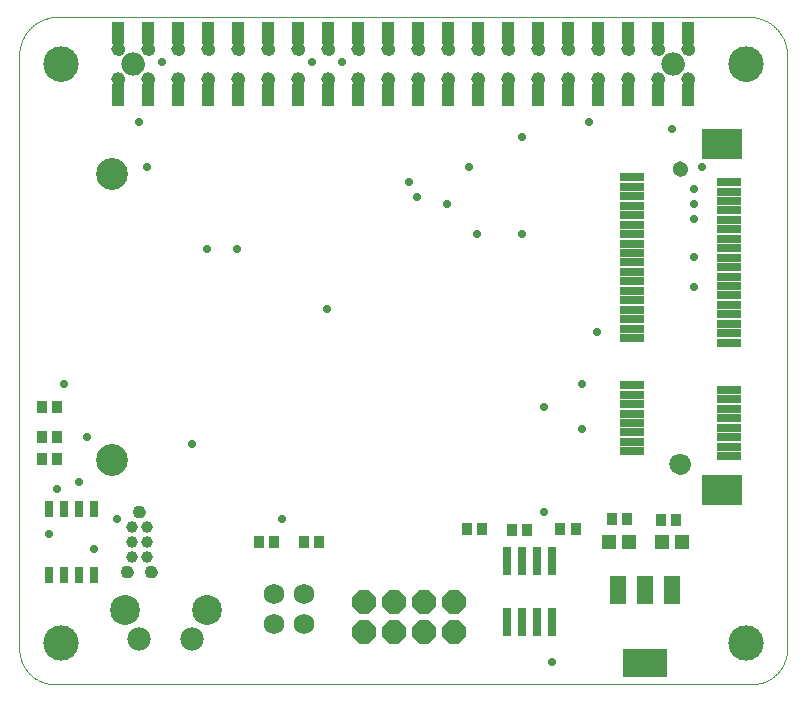
<source format=gts>
G04 EAGLE Gerber RS-274X export*
G75*
%MOMM*%
%FSLAX34Y34*%
%LPD*%
%INTop solder mask*%
%IPPOS*%
%AMOC8*
5,1,8,0,0,1.08239X$1,22.5*%
G01*
%ADD10C,0.000000*%
%ADD11C,3.003200*%
%ADD12C,1.803200*%
%ADD13C,1.303200*%
%ADD14C,2.703200*%
%ADD15R,2.150000X0.687500*%
%ADD16R,3.387500X2.500000*%
%ADD17R,1.422400X2.438400*%
%ADD18R,3.803200X2.403200*%
%ADD19R,0.803200X2.403200*%
%ADD20R,0.903200X1.103200*%
%ADD21R,1.092200X1.883200*%
%ADD22C,1.983200*%
%ADD23C,1.173200*%
%ADD24R,0.803200X1.403200*%
%ADD25C,1.986281*%
%ADD26C,2.534919*%
%ADD27C,1.733200*%
%ADD28C,0.990600*%
%ADD29C,1.092200*%
%ADD30P,2.199416X8X202.500000*%
%ADD31R,1.303200X1.203200*%
%ADD32P,0.763734X8X22.500000*%


D10*
X21000Y525000D02*
X21004Y525344D01*
X21017Y525687D01*
X21038Y526030D01*
X21067Y526372D01*
X21105Y526714D01*
X21152Y527054D01*
X21206Y527393D01*
X21269Y527731D01*
X21340Y528067D01*
X21420Y528402D01*
X21507Y528734D01*
X21603Y529064D01*
X21707Y529392D01*
X21818Y529716D01*
X21938Y530039D01*
X22066Y530358D01*
X22201Y530673D01*
X22344Y530986D01*
X22495Y531295D01*
X22653Y531600D01*
X22819Y531901D01*
X22992Y532197D01*
X23172Y532490D01*
X23359Y532778D01*
X23554Y533061D01*
X23755Y533340D01*
X23963Y533613D01*
X24178Y533882D01*
X24399Y534144D01*
X24627Y534402D01*
X24861Y534654D01*
X25101Y534899D01*
X25346Y535139D01*
X25598Y535373D01*
X25856Y535601D01*
X26118Y535822D01*
X26387Y536037D01*
X26660Y536245D01*
X26939Y536446D01*
X27222Y536641D01*
X27510Y536828D01*
X27803Y537008D01*
X28099Y537181D01*
X28400Y537347D01*
X28705Y537505D01*
X29014Y537656D01*
X29327Y537799D01*
X29642Y537934D01*
X29961Y538062D01*
X30284Y538182D01*
X30608Y538293D01*
X30936Y538397D01*
X31266Y538493D01*
X31598Y538580D01*
X31933Y538660D01*
X32269Y538731D01*
X32607Y538794D01*
X32946Y538848D01*
X33286Y538895D01*
X33628Y538933D01*
X33970Y538962D01*
X34313Y538983D01*
X34656Y538996D01*
X35000Y539000D01*
X35344Y538996D01*
X35687Y538983D01*
X36030Y538962D01*
X36372Y538933D01*
X36714Y538895D01*
X37054Y538848D01*
X37393Y538794D01*
X37731Y538731D01*
X38067Y538660D01*
X38402Y538580D01*
X38734Y538493D01*
X39064Y538397D01*
X39392Y538293D01*
X39716Y538182D01*
X40039Y538062D01*
X40358Y537934D01*
X40673Y537799D01*
X40986Y537656D01*
X41295Y537505D01*
X41600Y537347D01*
X41901Y537181D01*
X42197Y537008D01*
X42490Y536828D01*
X42778Y536641D01*
X43061Y536446D01*
X43340Y536245D01*
X43613Y536037D01*
X43882Y535822D01*
X44144Y535601D01*
X44402Y535373D01*
X44654Y535139D01*
X44899Y534899D01*
X45139Y534654D01*
X45373Y534402D01*
X45601Y534144D01*
X45822Y533882D01*
X46037Y533613D01*
X46245Y533340D01*
X46446Y533061D01*
X46641Y532778D01*
X46828Y532490D01*
X47008Y532197D01*
X47181Y531901D01*
X47347Y531600D01*
X47505Y531295D01*
X47656Y530986D01*
X47799Y530673D01*
X47934Y530358D01*
X48062Y530039D01*
X48182Y529716D01*
X48293Y529392D01*
X48397Y529064D01*
X48493Y528734D01*
X48580Y528402D01*
X48660Y528067D01*
X48731Y527731D01*
X48794Y527393D01*
X48848Y527054D01*
X48895Y526714D01*
X48933Y526372D01*
X48962Y526030D01*
X48983Y525687D01*
X48996Y525344D01*
X49000Y525000D01*
X48996Y524656D01*
X48983Y524313D01*
X48962Y523970D01*
X48933Y523628D01*
X48895Y523286D01*
X48848Y522946D01*
X48794Y522607D01*
X48731Y522269D01*
X48660Y521933D01*
X48580Y521598D01*
X48493Y521266D01*
X48397Y520936D01*
X48293Y520608D01*
X48182Y520284D01*
X48062Y519961D01*
X47934Y519642D01*
X47799Y519327D01*
X47656Y519014D01*
X47505Y518705D01*
X47347Y518400D01*
X47181Y518099D01*
X47008Y517803D01*
X46828Y517510D01*
X46641Y517222D01*
X46446Y516939D01*
X46245Y516660D01*
X46037Y516387D01*
X45822Y516118D01*
X45601Y515856D01*
X45373Y515598D01*
X45139Y515346D01*
X44899Y515101D01*
X44654Y514861D01*
X44402Y514627D01*
X44144Y514399D01*
X43882Y514178D01*
X43613Y513963D01*
X43340Y513755D01*
X43061Y513554D01*
X42778Y513359D01*
X42490Y513172D01*
X42197Y512992D01*
X41901Y512819D01*
X41600Y512653D01*
X41295Y512495D01*
X40986Y512344D01*
X40673Y512201D01*
X40358Y512066D01*
X40039Y511938D01*
X39716Y511818D01*
X39392Y511707D01*
X39064Y511603D01*
X38734Y511507D01*
X38402Y511420D01*
X38067Y511340D01*
X37731Y511269D01*
X37393Y511206D01*
X37054Y511152D01*
X36714Y511105D01*
X36372Y511067D01*
X36030Y511038D01*
X35687Y511017D01*
X35344Y511004D01*
X35000Y511000D01*
X34656Y511004D01*
X34313Y511017D01*
X33970Y511038D01*
X33628Y511067D01*
X33286Y511105D01*
X32946Y511152D01*
X32607Y511206D01*
X32269Y511269D01*
X31933Y511340D01*
X31598Y511420D01*
X31266Y511507D01*
X30936Y511603D01*
X30608Y511707D01*
X30284Y511818D01*
X29961Y511938D01*
X29642Y512066D01*
X29327Y512201D01*
X29014Y512344D01*
X28705Y512495D01*
X28400Y512653D01*
X28099Y512819D01*
X27803Y512992D01*
X27510Y513172D01*
X27222Y513359D01*
X26939Y513554D01*
X26660Y513755D01*
X26387Y513963D01*
X26118Y514178D01*
X25856Y514399D01*
X25598Y514627D01*
X25346Y514861D01*
X25101Y515101D01*
X24861Y515346D01*
X24627Y515598D01*
X24399Y515856D01*
X24178Y516118D01*
X23963Y516387D01*
X23755Y516660D01*
X23554Y516939D01*
X23359Y517222D01*
X23172Y517510D01*
X22992Y517803D01*
X22819Y518099D01*
X22653Y518400D01*
X22495Y518705D01*
X22344Y519014D01*
X22201Y519327D01*
X22066Y519642D01*
X21938Y519961D01*
X21818Y520284D01*
X21707Y520608D01*
X21603Y520936D01*
X21507Y521266D01*
X21420Y521598D01*
X21340Y521933D01*
X21269Y522269D01*
X21206Y522607D01*
X21152Y522946D01*
X21105Y523286D01*
X21067Y523628D01*
X21038Y523970D01*
X21017Y524313D01*
X21004Y524656D01*
X21000Y525000D01*
D11*
X35000Y525000D03*
D10*
X650000Y530000D02*
X650000Y30000D01*
X620000Y565000D02*
X30000Y565000D01*
X0Y530000D02*
X0Y30000D01*
X0Y530000D02*
X-51Y530786D01*
X-83Y531573D01*
X-96Y532361D01*
X-90Y533148D01*
X-64Y533936D01*
X-20Y534722D01*
X43Y535507D01*
X125Y536291D01*
X226Y537072D01*
X346Y537850D01*
X485Y538626D01*
X642Y539398D01*
X818Y540165D01*
X1013Y540929D01*
X1225Y541687D01*
X1457Y542440D01*
X1706Y543187D01*
X1973Y543928D01*
X2258Y544663D01*
X2561Y545390D01*
X2881Y546110D01*
X3219Y546821D01*
X3573Y547525D01*
X3945Y548219D01*
X4333Y548905D01*
X4737Y549580D01*
X5158Y550246D01*
X5595Y550902D01*
X6048Y551547D01*
X6516Y552180D01*
X6999Y552802D01*
X7497Y553413D01*
X8009Y554011D01*
X8536Y554596D01*
X9077Y555169D01*
X9632Y555728D01*
X10200Y556274D01*
X10781Y556806D01*
X11374Y557324D01*
X11980Y557827D01*
X12598Y558315D01*
X13228Y558789D01*
X13869Y559247D01*
X14521Y559689D01*
X15183Y560116D01*
X15855Y560526D01*
X16537Y560920D01*
X17229Y561297D01*
X17929Y561658D01*
X18638Y562002D01*
X19355Y562328D01*
X20079Y562637D01*
X20811Y562928D01*
X21550Y563202D01*
X22295Y563457D01*
X23046Y563695D01*
X23802Y563914D01*
X24564Y564115D01*
X25330Y564298D01*
X26101Y564462D01*
X26875Y564607D01*
X27652Y564734D01*
X28433Y564841D01*
X29215Y564930D01*
X30000Y565000D01*
X601000Y525000D02*
X601004Y525344D01*
X601017Y525687D01*
X601038Y526030D01*
X601067Y526372D01*
X601105Y526714D01*
X601152Y527054D01*
X601206Y527393D01*
X601269Y527731D01*
X601340Y528067D01*
X601420Y528402D01*
X601507Y528734D01*
X601603Y529064D01*
X601707Y529392D01*
X601818Y529716D01*
X601938Y530039D01*
X602066Y530358D01*
X602201Y530673D01*
X602344Y530986D01*
X602495Y531295D01*
X602653Y531600D01*
X602819Y531901D01*
X602992Y532197D01*
X603172Y532490D01*
X603359Y532778D01*
X603554Y533061D01*
X603755Y533340D01*
X603963Y533613D01*
X604178Y533882D01*
X604399Y534144D01*
X604627Y534402D01*
X604861Y534654D01*
X605101Y534899D01*
X605346Y535139D01*
X605598Y535373D01*
X605856Y535601D01*
X606118Y535822D01*
X606387Y536037D01*
X606660Y536245D01*
X606939Y536446D01*
X607222Y536641D01*
X607510Y536828D01*
X607803Y537008D01*
X608099Y537181D01*
X608400Y537347D01*
X608705Y537505D01*
X609014Y537656D01*
X609327Y537799D01*
X609642Y537934D01*
X609961Y538062D01*
X610284Y538182D01*
X610608Y538293D01*
X610936Y538397D01*
X611266Y538493D01*
X611598Y538580D01*
X611933Y538660D01*
X612269Y538731D01*
X612607Y538794D01*
X612946Y538848D01*
X613286Y538895D01*
X613628Y538933D01*
X613970Y538962D01*
X614313Y538983D01*
X614656Y538996D01*
X615000Y539000D01*
X615344Y538996D01*
X615687Y538983D01*
X616030Y538962D01*
X616372Y538933D01*
X616714Y538895D01*
X617054Y538848D01*
X617393Y538794D01*
X617731Y538731D01*
X618067Y538660D01*
X618402Y538580D01*
X618734Y538493D01*
X619064Y538397D01*
X619392Y538293D01*
X619716Y538182D01*
X620039Y538062D01*
X620358Y537934D01*
X620673Y537799D01*
X620986Y537656D01*
X621295Y537505D01*
X621600Y537347D01*
X621901Y537181D01*
X622197Y537008D01*
X622490Y536828D01*
X622778Y536641D01*
X623061Y536446D01*
X623340Y536245D01*
X623613Y536037D01*
X623882Y535822D01*
X624144Y535601D01*
X624402Y535373D01*
X624654Y535139D01*
X624899Y534899D01*
X625139Y534654D01*
X625373Y534402D01*
X625601Y534144D01*
X625822Y533882D01*
X626037Y533613D01*
X626245Y533340D01*
X626446Y533061D01*
X626641Y532778D01*
X626828Y532490D01*
X627008Y532197D01*
X627181Y531901D01*
X627347Y531600D01*
X627505Y531295D01*
X627656Y530986D01*
X627799Y530673D01*
X627934Y530358D01*
X628062Y530039D01*
X628182Y529716D01*
X628293Y529392D01*
X628397Y529064D01*
X628493Y528734D01*
X628580Y528402D01*
X628660Y528067D01*
X628731Y527731D01*
X628794Y527393D01*
X628848Y527054D01*
X628895Y526714D01*
X628933Y526372D01*
X628962Y526030D01*
X628983Y525687D01*
X628996Y525344D01*
X629000Y525000D01*
X628996Y524656D01*
X628983Y524313D01*
X628962Y523970D01*
X628933Y523628D01*
X628895Y523286D01*
X628848Y522946D01*
X628794Y522607D01*
X628731Y522269D01*
X628660Y521933D01*
X628580Y521598D01*
X628493Y521266D01*
X628397Y520936D01*
X628293Y520608D01*
X628182Y520284D01*
X628062Y519961D01*
X627934Y519642D01*
X627799Y519327D01*
X627656Y519014D01*
X627505Y518705D01*
X627347Y518400D01*
X627181Y518099D01*
X627008Y517803D01*
X626828Y517510D01*
X626641Y517222D01*
X626446Y516939D01*
X626245Y516660D01*
X626037Y516387D01*
X625822Y516118D01*
X625601Y515856D01*
X625373Y515598D01*
X625139Y515346D01*
X624899Y515101D01*
X624654Y514861D01*
X624402Y514627D01*
X624144Y514399D01*
X623882Y514178D01*
X623613Y513963D01*
X623340Y513755D01*
X623061Y513554D01*
X622778Y513359D01*
X622490Y513172D01*
X622197Y512992D01*
X621901Y512819D01*
X621600Y512653D01*
X621295Y512495D01*
X620986Y512344D01*
X620673Y512201D01*
X620358Y512066D01*
X620039Y511938D01*
X619716Y511818D01*
X619392Y511707D01*
X619064Y511603D01*
X618734Y511507D01*
X618402Y511420D01*
X618067Y511340D01*
X617731Y511269D01*
X617393Y511206D01*
X617054Y511152D01*
X616714Y511105D01*
X616372Y511067D01*
X616030Y511038D01*
X615687Y511017D01*
X615344Y511004D01*
X615000Y511000D01*
X614656Y511004D01*
X614313Y511017D01*
X613970Y511038D01*
X613628Y511067D01*
X613286Y511105D01*
X612946Y511152D01*
X612607Y511206D01*
X612269Y511269D01*
X611933Y511340D01*
X611598Y511420D01*
X611266Y511507D01*
X610936Y511603D01*
X610608Y511707D01*
X610284Y511818D01*
X609961Y511938D01*
X609642Y512066D01*
X609327Y512201D01*
X609014Y512344D01*
X608705Y512495D01*
X608400Y512653D01*
X608099Y512819D01*
X607803Y512992D01*
X607510Y513172D01*
X607222Y513359D01*
X606939Y513554D01*
X606660Y513755D01*
X606387Y513963D01*
X606118Y514178D01*
X605856Y514399D01*
X605598Y514627D01*
X605346Y514861D01*
X605101Y515101D01*
X604861Y515346D01*
X604627Y515598D01*
X604399Y515856D01*
X604178Y516118D01*
X603963Y516387D01*
X603755Y516660D01*
X603554Y516939D01*
X603359Y517222D01*
X603172Y517510D01*
X602992Y517803D01*
X602819Y518099D01*
X602653Y518400D01*
X602495Y518705D01*
X602344Y519014D01*
X602201Y519327D01*
X602066Y519642D01*
X601938Y519961D01*
X601818Y520284D01*
X601707Y520608D01*
X601603Y520936D01*
X601507Y521266D01*
X601420Y521598D01*
X601340Y521933D01*
X601269Y522269D01*
X601206Y522607D01*
X601152Y522946D01*
X601105Y523286D01*
X601067Y523628D01*
X601038Y523970D01*
X601017Y524313D01*
X601004Y524656D01*
X601000Y525000D01*
D11*
X615000Y525000D03*
D10*
X21000Y35000D02*
X21004Y35344D01*
X21017Y35687D01*
X21038Y36030D01*
X21067Y36372D01*
X21105Y36714D01*
X21152Y37054D01*
X21206Y37393D01*
X21269Y37731D01*
X21340Y38067D01*
X21420Y38402D01*
X21507Y38734D01*
X21603Y39064D01*
X21707Y39392D01*
X21818Y39716D01*
X21938Y40039D01*
X22066Y40358D01*
X22201Y40673D01*
X22344Y40986D01*
X22495Y41295D01*
X22653Y41600D01*
X22819Y41901D01*
X22992Y42197D01*
X23172Y42490D01*
X23359Y42778D01*
X23554Y43061D01*
X23755Y43340D01*
X23963Y43613D01*
X24178Y43882D01*
X24399Y44144D01*
X24627Y44402D01*
X24861Y44654D01*
X25101Y44899D01*
X25346Y45139D01*
X25598Y45373D01*
X25856Y45601D01*
X26118Y45822D01*
X26387Y46037D01*
X26660Y46245D01*
X26939Y46446D01*
X27222Y46641D01*
X27510Y46828D01*
X27803Y47008D01*
X28099Y47181D01*
X28400Y47347D01*
X28705Y47505D01*
X29014Y47656D01*
X29327Y47799D01*
X29642Y47934D01*
X29961Y48062D01*
X30284Y48182D01*
X30608Y48293D01*
X30936Y48397D01*
X31266Y48493D01*
X31598Y48580D01*
X31933Y48660D01*
X32269Y48731D01*
X32607Y48794D01*
X32946Y48848D01*
X33286Y48895D01*
X33628Y48933D01*
X33970Y48962D01*
X34313Y48983D01*
X34656Y48996D01*
X35000Y49000D01*
X35344Y48996D01*
X35687Y48983D01*
X36030Y48962D01*
X36372Y48933D01*
X36714Y48895D01*
X37054Y48848D01*
X37393Y48794D01*
X37731Y48731D01*
X38067Y48660D01*
X38402Y48580D01*
X38734Y48493D01*
X39064Y48397D01*
X39392Y48293D01*
X39716Y48182D01*
X40039Y48062D01*
X40358Y47934D01*
X40673Y47799D01*
X40986Y47656D01*
X41295Y47505D01*
X41600Y47347D01*
X41901Y47181D01*
X42197Y47008D01*
X42490Y46828D01*
X42778Y46641D01*
X43061Y46446D01*
X43340Y46245D01*
X43613Y46037D01*
X43882Y45822D01*
X44144Y45601D01*
X44402Y45373D01*
X44654Y45139D01*
X44899Y44899D01*
X45139Y44654D01*
X45373Y44402D01*
X45601Y44144D01*
X45822Y43882D01*
X46037Y43613D01*
X46245Y43340D01*
X46446Y43061D01*
X46641Y42778D01*
X46828Y42490D01*
X47008Y42197D01*
X47181Y41901D01*
X47347Y41600D01*
X47505Y41295D01*
X47656Y40986D01*
X47799Y40673D01*
X47934Y40358D01*
X48062Y40039D01*
X48182Y39716D01*
X48293Y39392D01*
X48397Y39064D01*
X48493Y38734D01*
X48580Y38402D01*
X48660Y38067D01*
X48731Y37731D01*
X48794Y37393D01*
X48848Y37054D01*
X48895Y36714D01*
X48933Y36372D01*
X48962Y36030D01*
X48983Y35687D01*
X48996Y35344D01*
X49000Y35000D01*
X48996Y34656D01*
X48983Y34313D01*
X48962Y33970D01*
X48933Y33628D01*
X48895Y33286D01*
X48848Y32946D01*
X48794Y32607D01*
X48731Y32269D01*
X48660Y31933D01*
X48580Y31598D01*
X48493Y31266D01*
X48397Y30936D01*
X48293Y30608D01*
X48182Y30284D01*
X48062Y29961D01*
X47934Y29642D01*
X47799Y29327D01*
X47656Y29014D01*
X47505Y28705D01*
X47347Y28400D01*
X47181Y28099D01*
X47008Y27803D01*
X46828Y27510D01*
X46641Y27222D01*
X46446Y26939D01*
X46245Y26660D01*
X46037Y26387D01*
X45822Y26118D01*
X45601Y25856D01*
X45373Y25598D01*
X45139Y25346D01*
X44899Y25101D01*
X44654Y24861D01*
X44402Y24627D01*
X44144Y24399D01*
X43882Y24178D01*
X43613Y23963D01*
X43340Y23755D01*
X43061Y23554D01*
X42778Y23359D01*
X42490Y23172D01*
X42197Y22992D01*
X41901Y22819D01*
X41600Y22653D01*
X41295Y22495D01*
X40986Y22344D01*
X40673Y22201D01*
X40358Y22066D01*
X40039Y21938D01*
X39716Y21818D01*
X39392Y21707D01*
X39064Y21603D01*
X38734Y21507D01*
X38402Y21420D01*
X38067Y21340D01*
X37731Y21269D01*
X37393Y21206D01*
X37054Y21152D01*
X36714Y21105D01*
X36372Y21067D01*
X36030Y21038D01*
X35687Y21017D01*
X35344Y21004D01*
X35000Y21000D01*
X34656Y21004D01*
X34313Y21017D01*
X33970Y21038D01*
X33628Y21067D01*
X33286Y21105D01*
X32946Y21152D01*
X32607Y21206D01*
X32269Y21269D01*
X31933Y21340D01*
X31598Y21420D01*
X31266Y21507D01*
X30936Y21603D01*
X30608Y21707D01*
X30284Y21818D01*
X29961Y21938D01*
X29642Y22066D01*
X29327Y22201D01*
X29014Y22344D01*
X28705Y22495D01*
X28400Y22653D01*
X28099Y22819D01*
X27803Y22992D01*
X27510Y23172D01*
X27222Y23359D01*
X26939Y23554D01*
X26660Y23755D01*
X26387Y23963D01*
X26118Y24178D01*
X25856Y24399D01*
X25598Y24627D01*
X25346Y24861D01*
X25101Y25101D01*
X24861Y25346D01*
X24627Y25598D01*
X24399Y25856D01*
X24178Y26118D01*
X23963Y26387D01*
X23755Y26660D01*
X23554Y26939D01*
X23359Y27222D01*
X23172Y27510D01*
X22992Y27803D01*
X22819Y28099D01*
X22653Y28400D01*
X22495Y28705D01*
X22344Y29014D01*
X22201Y29327D01*
X22066Y29642D01*
X21938Y29961D01*
X21818Y30284D01*
X21707Y30608D01*
X21603Y30936D01*
X21507Y31266D01*
X21420Y31598D01*
X21340Y31933D01*
X21269Y32269D01*
X21206Y32607D01*
X21152Y32946D01*
X21105Y33286D01*
X21067Y33628D01*
X21038Y33970D01*
X21017Y34313D01*
X21004Y34656D01*
X21000Y35000D01*
D11*
X35000Y35000D03*
D10*
X601000Y35000D02*
X601004Y35344D01*
X601017Y35687D01*
X601038Y36030D01*
X601067Y36372D01*
X601105Y36714D01*
X601152Y37054D01*
X601206Y37393D01*
X601269Y37731D01*
X601340Y38067D01*
X601420Y38402D01*
X601507Y38734D01*
X601603Y39064D01*
X601707Y39392D01*
X601818Y39716D01*
X601938Y40039D01*
X602066Y40358D01*
X602201Y40673D01*
X602344Y40986D01*
X602495Y41295D01*
X602653Y41600D01*
X602819Y41901D01*
X602992Y42197D01*
X603172Y42490D01*
X603359Y42778D01*
X603554Y43061D01*
X603755Y43340D01*
X603963Y43613D01*
X604178Y43882D01*
X604399Y44144D01*
X604627Y44402D01*
X604861Y44654D01*
X605101Y44899D01*
X605346Y45139D01*
X605598Y45373D01*
X605856Y45601D01*
X606118Y45822D01*
X606387Y46037D01*
X606660Y46245D01*
X606939Y46446D01*
X607222Y46641D01*
X607510Y46828D01*
X607803Y47008D01*
X608099Y47181D01*
X608400Y47347D01*
X608705Y47505D01*
X609014Y47656D01*
X609327Y47799D01*
X609642Y47934D01*
X609961Y48062D01*
X610284Y48182D01*
X610608Y48293D01*
X610936Y48397D01*
X611266Y48493D01*
X611598Y48580D01*
X611933Y48660D01*
X612269Y48731D01*
X612607Y48794D01*
X612946Y48848D01*
X613286Y48895D01*
X613628Y48933D01*
X613970Y48962D01*
X614313Y48983D01*
X614656Y48996D01*
X615000Y49000D01*
X615344Y48996D01*
X615687Y48983D01*
X616030Y48962D01*
X616372Y48933D01*
X616714Y48895D01*
X617054Y48848D01*
X617393Y48794D01*
X617731Y48731D01*
X618067Y48660D01*
X618402Y48580D01*
X618734Y48493D01*
X619064Y48397D01*
X619392Y48293D01*
X619716Y48182D01*
X620039Y48062D01*
X620358Y47934D01*
X620673Y47799D01*
X620986Y47656D01*
X621295Y47505D01*
X621600Y47347D01*
X621901Y47181D01*
X622197Y47008D01*
X622490Y46828D01*
X622778Y46641D01*
X623061Y46446D01*
X623340Y46245D01*
X623613Y46037D01*
X623882Y45822D01*
X624144Y45601D01*
X624402Y45373D01*
X624654Y45139D01*
X624899Y44899D01*
X625139Y44654D01*
X625373Y44402D01*
X625601Y44144D01*
X625822Y43882D01*
X626037Y43613D01*
X626245Y43340D01*
X626446Y43061D01*
X626641Y42778D01*
X626828Y42490D01*
X627008Y42197D01*
X627181Y41901D01*
X627347Y41600D01*
X627505Y41295D01*
X627656Y40986D01*
X627799Y40673D01*
X627934Y40358D01*
X628062Y40039D01*
X628182Y39716D01*
X628293Y39392D01*
X628397Y39064D01*
X628493Y38734D01*
X628580Y38402D01*
X628660Y38067D01*
X628731Y37731D01*
X628794Y37393D01*
X628848Y37054D01*
X628895Y36714D01*
X628933Y36372D01*
X628962Y36030D01*
X628983Y35687D01*
X628996Y35344D01*
X629000Y35000D01*
X628996Y34656D01*
X628983Y34313D01*
X628962Y33970D01*
X628933Y33628D01*
X628895Y33286D01*
X628848Y32946D01*
X628794Y32607D01*
X628731Y32269D01*
X628660Y31933D01*
X628580Y31598D01*
X628493Y31266D01*
X628397Y30936D01*
X628293Y30608D01*
X628182Y30284D01*
X628062Y29961D01*
X627934Y29642D01*
X627799Y29327D01*
X627656Y29014D01*
X627505Y28705D01*
X627347Y28400D01*
X627181Y28099D01*
X627008Y27803D01*
X626828Y27510D01*
X626641Y27222D01*
X626446Y26939D01*
X626245Y26660D01*
X626037Y26387D01*
X625822Y26118D01*
X625601Y25856D01*
X625373Y25598D01*
X625139Y25346D01*
X624899Y25101D01*
X624654Y24861D01*
X624402Y24627D01*
X624144Y24399D01*
X623882Y24178D01*
X623613Y23963D01*
X623340Y23755D01*
X623061Y23554D01*
X622778Y23359D01*
X622490Y23172D01*
X622197Y22992D01*
X621901Y22819D01*
X621600Y22653D01*
X621295Y22495D01*
X620986Y22344D01*
X620673Y22201D01*
X620358Y22066D01*
X620039Y21938D01*
X619716Y21818D01*
X619392Y21707D01*
X619064Y21603D01*
X618734Y21507D01*
X618402Y21420D01*
X618067Y21340D01*
X617731Y21269D01*
X617393Y21206D01*
X617054Y21152D01*
X616714Y21105D01*
X616372Y21067D01*
X616030Y21038D01*
X615687Y21017D01*
X615344Y21004D01*
X615000Y21000D01*
X614656Y21004D01*
X614313Y21017D01*
X613970Y21038D01*
X613628Y21067D01*
X613286Y21105D01*
X612946Y21152D01*
X612607Y21206D01*
X612269Y21269D01*
X611933Y21340D01*
X611598Y21420D01*
X611266Y21507D01*
X610936Y21603D01*
X610608Y21707D01*
X610284Y21818D01*
X609961Y21938D01*
X609642Y22066D01*
X609327Y22201D01*
X609014Y22344D01*
X608705Y22495D01*
X608400Y22653D01*
X608099Y22819D01*
X607803Y22992D01*
X607510Y23172D01*
X607222Y23359D01*
X606939Y23554D01*
X606660Y23755D01*
X606387Y23963D01*
X606118Y24178D01*
X605856Y24399D01*
X605598Y24627D01*
X605346Y24861D01*
X605101Y25101D01*
X604861Y25346D01*
X604627Y25598D01*
X604399Y25856D01*
X604178Y26118D01*
X603963Y26387D01*
X603755Y26660D01*
X603554Y26939D01*
X603359Y27222D01*
X603172Y27510D01*
X602992Y27803D01*
X602819Y28099D01*
X602653Y28400D01*
X602495Y28705D01*
X602344Y29014D01*
X602201Y29327D01*
X602066Y29642D01*
X601938Y29961D01*
X601818Y30284D01*
X601707Y30608D01*
X601603Y30936D01*
X601507Y31266D01*
X601420Y31598D01*
X601340Y31933D01*
X601269Y32269D01*
X601206Y32607D01*
X601152Y32946D01*
X601105Y33286D01*
X601067Y33628D01*
X601038Y33970D01*
X601017Y34313D01*
X601004Y34656D01*
X601000Y35000D01*
D11*
X615000Y35000D03*
D10*
X650000Y530000D02*
X650051Y530786D01*
X650083Y531573D01*
X650096Y532361D01*
X650090Y533148D01*
X650064Y533936D01*
X650020Y534722D01*
X649957Y535507D01*
X649875Y536291D01*
X649774Y537072D01*
X649654Y537850D01*
X649515Y538626D01*
X649358Y539398D01*
X649182Y540165D01*
X648987Y540929D01*
X648775Y541687D01*
X648543Y542440D01*
X648294Y543187D01*
X648027Y543928D01*
X647742Y544663D01*
X647439Y545390D01*
X647119Y546110D01*
X646781Y546821D01*
X646427Y547525D01*
X646055Y548219D01*
X645667Y548905D01*
X645263Y549580D01*
X644842Y550246D01*
X644405Y550902D01*
X643952Y551547D01*
X643484Y552180D01*
X643001Y552802D01*
X642503Y553413D01*
X641991Y554011D01*
X641464Y554596D01*
X640923Y555169D01*
X640368Y555728D01*
X639800Y556274D01*
X639219Y556806D01*
X638626Y557324D01*
X638020Y557827D01*
X637402Y558315D01*
X636772Y558789D01*
X636131Y559247D01*
X635479Y559689D01*
X634817Y560116D01*
X634145Y560526D01*
X633463Y560920D01*
X632771Y561297D01*
X632071Y561658D01*
X631362Y562002D01*
X630645Y562328D01*
X629921Y562637D01*
X629189Y562928D01*
X628450Y563202D01*
X627705Y563457D01*
X626954Y563695D01*
X626198Y563914D01*
X625436Y564115D01*
X624670Y564298D01*
X623899Y564462D01*
X623125Y564607D01*
X622348Y564734D01*
X621567Y564841D01*
X620785Y564930D01*
X620000Y565000D01*
X30000Y0D02*
X29275Y9D01*
X28551Y35D01*
X27827Y79D01*
X27105Y140D01*
X26384Y219D01*
X25665Y315D01*
X24949Y428D01*
X24236Y559D01*
X23526Y707D01*
X22821Y872D01*
X22119Y1054D01*
X21422Y1253D01*
X20729Y1468D01*
X20043Y1701D01*
X19362Y1950D01*
X18687Y2215D01*
X18019Y2496D01*
X17358Y2794D01*
X16704Y3107D01*
X16058Y3436D01*
X15420Y3781D01*
X14791Y4141D01*
X14171Y4516D01*
X13560Y4906D01*
X12958Y5310D01*
X12366Y5729D01*
X11785Y6163D01*
X11214Y6610D01*
X10655Y7071D01*
X10106Y7545D01*
X9570Y8032D01*
X9045Y8532D01*
X8532Y9045D01*
X8032Y9570D01*
X7545Y10106D01*
X7071Y10655D01*
X6610Y11214D01*
X6163Y11785D01*
X5729Y12366D01*
X5310Y12958D01*
X4906Y13560D01*
X4516Y14171D01*
X4141Y14791D01*
X3781Y15420D01*
X3436Y16058D01*
X3107Y16704D01*
X2794Y17358D01*
X2496Y18019D01*
X2215Y18687D01*
X1950Y19362D01*
X1701Y20043D01*
X1468Y20729D01*
X1253Y21422D01*
X1054Y22119D01*
X872Y22821D01*
X707Y23526D01*
X559Y24236D01*
X428Y24949D01*
X315Y25665D01*
X219Y26384D01*
X140Y27105D01*
X79Y27827D01*
X35Y28551D01*
X9Y29275D01*
X0Y30000D01*
X620000Y0D02*
X620725Y9D01*
X621449Y35D01*
X622173Y79D01*
X622895Y140D01*
X623616Y219D01*
X624335Y315D01*
X625051Y428D01*
X625764Y559D01*
X626474Y707D01*
X627179Y872D01*
X627881Y1054D01*
X628578Y1253D01*
X629271Y1468D01*
X629957Y1701D01*
X630638Y1950D01*
X631313Y2215D01*
X631981Y2496D01*
X632642Y2794D01*
X633296Y3107D01*
X633942Y3436D01*
X634580Y3781D01*
X635209Y4141D01*
X635829Y4516D01*
X636440Y4906D01*
X637042Y5310D01*
X637634Y5729D01*
X638215Y6163D01*
X638786Y6610D01*
X639345Y7071D01*
X639894Y7545D01*
X640430Y8032D01*
X640955Y8532D01*
X641468Y9045D01*
X641968Y9570D01*
X642455Y10106D01*
X642929Y10655D01*
X643390Y11214D01*
X643837Y11785D01*
X644271Y12366D01*
X644690Y12958D01*
X645094Y13560D01*
X645484Y14171D01*
X645859Y14791D01*
X646219Y15420D01*
X646564Y16058D01*
X646893Y16704D01*
X647206Y17358D01*
X647504Y18019D01*
X647785Y18687D01*
X648050Y19362D01*
X648299Y20043D01*
X648532Y20729D01*
X648747Y21422D01*
X648946Y22119D01*
X649128Y22821D01*
X649293Y23526D01*
X649441Y24236D01*
X649572Y24949D01*
X649685Y25665D01*
X649781Y26384D01*
X649860Y27105D01*
X649921Y27827D01*
X649965Y28551D01*
X649991Y29275D01*
X650000Y30000D01*
X620000Y0D02*
X30000Y0D01*
X551646Y186268D02*
X551648Y186464D01*
X551656Y186661D01*
X551668Y186857D01*
X551685Y187052D01*
X551706Y187247D01*
X551733Y187442D01*
X551764Y187636D01*
X551800Y187829D01*
X551840Y188021D01*
X551886Y188212D01*
X551936Y188402D01*
X551990Y188590D01*
X552050Y188777D01*
X552114Y188963D01*
X552182Y189147D01*
X552255Y189329D01*
X552332Y189510D01*
X552414Y189688D01*
X552500Y189865D01*
X552591Y190039D01*
X552685Y190211D01*
X552784Y190381D01*
X552887Y190548D01*
X552994Y190713D01*
X553105Y190874D01*
X553220Y191034D01*
X553339Y191190D01*
X553462Y191343D01*
X553588Y191493D01*
X553718Y191640D01*
X553852Y191784D01*
X553989Y191925D01*
X554130Y192062D01*
X554274Y192196D01*
X554421Y192326D01*
X554571Y192452D01*
X554724Y192575D01*
X554880Y192694D01*
X555040Y192809D01*
X555201Y192920D01*
X555366Y193027D01*
X555533Y193130D01*
X555703Y193229D01*
X555875Y193323D01*
X556049Y193414D01*
X556226Y193500D01*
X556404Y193582D01*
X556585Y193659D01*
X556767Y193732D01*
X556951Y193800D01*
X557137Y193864D01*
X557324Y193924D01*
X557512Y193978D01*
X557702Y194028D01*
X557893Y194074D01*
X558085Y194114D01*
X558278Y194150D01*
X558472Y194181D01*
X558667Y194208D01*
X558862Y194229D01*
X559057Y194246D01*
X559253Y194258D01*
X559450Y194266D01*
X559646Y194268D01*
X559842Y194266D01*
X560039Y194258D01*
X560235Y194246D01*
X560430Y194229D01*
X560625Y194208D01*
X560820Y194181D01*
X561014Y194150D01*
X561207Y194114D01*
X561399Y194074D01*
X561590Y194028D01*
X561780Y193978D01*
X561968Y193924D01*
X562155Y193864D01*
X562341Y193800D01*
X562525Y193732D01*
X562707Y193659D01*
X562888Y193582D01*
X563066Y193500D01*
X563243Y193414D01*
X563417Y193323D01*
X563589Y193229D01*
X563759Y193130D01*
X563926Y193027D01*
X564091Y192920D01*
X564252Y192809D01*
X564412Y192694D01*
X564568Y192575D01*
X564721Y192452D01*
X564871Y192326D01*
X565018Y192196D01*
X565162Y192062D01*
X565303Y191925D01*
X565440Y191784D01*
X565574Y191640D01*
X565704Y191493D01*
X565830Y191343D01*
X565953Y191190D01*
X566072Y191034D01*
X566187Y190874D01*
X566298Y190713D01*
X566405Y190548D01*
X566508Y190381D01*
X566607Y190211D01*
X566701Y190039D01*
X566792Y189865D01*
X566878Y189688D01*
X566960Y189510D01*
X567037Y189329D01*
X567110Y189147D01*
X567178Y188963D01*
X567242Y188777D01*
X567302Y188590D01*
X567356Y188402D01*
X567406Y188212D01*
X567452Y188021D01*
X567492Y187829D01*
X567528Y187636D01*
X567559Y187442D01*
X567586Y187247D01*
X567607Y187052D01*
X567624Y186857D01*
X567636Y186661D01*
X567644Y186464D01*
X567646Y186268D01*
X567644Y186072D01*
X567636Y185875D01*
X567624Y185679D01*
X567607Y185484D01*
X567586Y185289D01*
X567559Y185094D01*
X567528Y184900D01*
X567492Y184707D01*
X567452Y184515D01*
X567406Y184324D01*
X567356Y184134D01*
X567302Y183946D01*
X567242Y183759D01*
X567178Y183573D01*
X567110Y183389D01*
X567037Y183207D01*
X566960Y183026D01*
X566878Y182848D01*
X566792Y182671D01*
X566701Y182497D01*
X566607Y182325D01*
X566508Y182155D01*
X566405Y181988D01*
X566298Y181823D01*
X566187Y181662D01*
X566072Y181502D01*
X565953Y181346D01*
X565830Y181193D01*
X565704Y181043D01*
X565574Y180896D01*
X565440Y180752D01*
X565303Y180611D01*
X565162Y180474D01*
X565018Y180340D01*
X564871Y180210D01*
X564721Y180084D01*
X564568Y179961D01*
X564412Y179842D01*
X564252Y179727D01*
X564091Y179616D01*
X563926Y179509D01*
X563759Y179406D01*
X563589Y179307D01*
X563417Y179213D01*
X563243Y179122D01*
X563066Y179036D01*
X562888Y178954D01*
X562707Y178877D01*
X562525Y178804D01*
X562341Y178736D01*
X562155Y178672D01*
X561968Y178612D01*
X561780Y178558D01*
X561590Y178508D01*
X561399Y178462D01*
X561207Y178422D01*
X561014Y178386D01*
X560820Y178355D01*
X560625Y178328D01*
X560430Y178307D01*
X560235Y178290D01*
X560039Y178278D01*
X559842Y178270D01*
X559646Y178268D01*
X559450Y178270D01*
X559253Y178278D01*
X559057Y178290D01*
X558862Y178307D01*
X558667Y178328D01*
X558472Y178355D01*
X558278Y178386D01*
X558085Y178422D01*
X557893Y178462D01*
X557702Y178508D01*
X557512Y178558D01*
X557324Y178612D01*
X557137Y178672D01*
X556951Y178736D01*
X556767Y178804D01*
X556585Y178877D01*
X556404Y178954D01*
X556226Y179036D01*
X556049Y179122D01*
X555875Y179213D01*
X555703Y179307D01*
X555533Y179406D01*
X555366Y179509D01*
X555201Y179616D01*
X555040Y179727D01*
X554880Y179842D01*
X554724Y179961D01*
X554571Y180084D01*
X554421Y180210D01*
X554274Y180340D01*
X554130Y180474D01*
X553989Y180611D01*
X553852Y180752D01*
X553718Y180896D01*
X553588Y181043D01*
X553462Y181193D01*
X553339Y181346D01*
X553220Y181502D01*
X553105Y181662D01*
X552994Y181823D01*
X552887Y181988D01*
X552784Y182155D01*
X552685Y182325D01*
X552591Y182497D01*
X552500Y182671D01*
X552414Y182848D01*
X552332Y183026D01*
X552255Y183207D01*
X552182Y183389D01*
X552114Y183573D01*
X552050Y183759D01*
X551990Y183946D01*
X551936Y184134D01*
X551886Y184324D01*
X551840Y184515D01*
X551800Y184707D01*
X551764Y184900D01*
X551733Y185094D01*
X551706Y185289D01*
X551685Y185484D01*
X551668Y185679D01*
X551656Y185875D01*
X551648Y186072D01*
X551646Y186268D01*
D12*
X559646Y186268D03*
D10*
X554146Y436268D02*
X554148Y436416D01*
X554154Y436564D01*
X554164Y436712D01*
X554178Y436860D01*
X554196Y437007D01*
X554218Y437154D01*
X554244Y437300D01*
X554273Y437445D01*
X554307Y437590D01*
X554345Y437733D01*
X554386Y437876D01*
X554431Y438017D01*
X554481Y438157D01*
X554533Y438295D01*
X554590Y438433D01*
X554650Y438568D01*
X554714Y438702D01*
X554781Y438834D01*
X554852Y438964D01*
X554927Y439093D01*
X555005Y439219D01*
X555086Y439343D01*
X555170Y439465D01*
X555258Y439584D01*
X555349Y439701D01*
X555443Y439816D01*
X555541Y439928D01*
X555641Y440037D01*
X555744Y440144D01*
X555850Y440248D01*
X555958Y440349D01*
X556070Y440447D01*
X556184Y440542D01*
X556300Y440633D01*
X556419Y440722D01*
X556540Y440807D01*
X556664Y440889D01*
X556790Y440968D01*
X556917Y441043D01*
X557047Y441115D01*
X557179Y441184D01*
X557312Y441248D01*
X557447Y441309D01*
X557584Y441367D01*
X557722Y441421D01*
X557862Y441471D01*
X558003Y441517D01*
X558145Y441559D01*
X558288Y441598D01*
X558432Y441632D01*
X558578Y441663D01*
X558723Y441690D01*
X558870Y441713D01*
X559017Y441732D01*
X559165Y441747D01*
X559312Y441758D01*
X559461Y441765D01*
X559609Y441768D01*
X559757Y441767D01*
X559905Y441762D01*
X560053Y441753D01*
X560201Y441740D01*
X560349Y441723D01*
X560495Y441702D01*
X560642Y441677D01*
X560787Y441648D01*
X560932Y441616D01*
X561075Y441579D01*
X561218Y441539D01*
X561360Y441494D01*
X561500Y441446D01*
X561639Y441394D01*
X561776Y441339D01*
X561912Y441279D01*
X562047Y441216D01*
X562179Y441150D01*
X562310Y441080D01*
X562439Y441006D01*
X562565Y440929D01*
X562690Y440849D01*
X562812Y440765D01*
X562933Y440678D01*
X563050Y440588D01*
X563166Y440494D01*
X563278Y440398D01*
X563388Y440299D01*
X563496Y440196D01*
X563600Y440091D01*
X563702Y439983D01*
X563800Y439872D01*
X563896Y439759D01*
X563989Y439643D01*
X564078Y439525D01*
X564164Y439404D01*
X564247Y439281D01*
X564327Y439156D01*
X564403Y439029D01*
X564476Y438899D01*
X564545Y438768D01*
X564610Y438635D01*
X564673Y438501D01*
X564731Y438364D01*
X564786Y438226D01*
X564836Y438087D01*
X564884Y437946D01*
X564927Y437805D01*
X564967Y437662D01*
X565002Y437518D01*
X565034Y437373D01*
X565062Y437227D01*
X565086Y437081D01*
X565106Y436934D01*
X565122Y436786D01*
X565134Y436639D01*
X565142Y436490D01*
X565146Y436342D01*
X565146Y436194D01*
X565142Y436046D01*
X565134Y435897D01*
X565122Y435750D01*
X565106Y435602D01*
X565086Y435455D01*
X565062Y435309D01*
X565034Y435163D01*
X565002Y435018D01*
X564967Y434874D01*
X564927Y434731D01*
X564884Y434590D01*
X564836Y434449D01*
X564786Y434310D01*
X564731Y434172D01*
X564673Y434035D01*
X564610Y433901D01*
X564545Y433768D01*
X564476Y433637D01*
X564403Y433507D01*
X564327Y433380D01*
X564247Y433255D01*
X564164Y433132D01*
X564078Y433011D01*
X563989Y432893D01*
X563896Y432777D01*
X563800Y432664D01*
X563702Y432553D01*
X563600Y432445D01*
X563496Y432340D01*
X563388Y432237D01*
X563278Y432138D01*
X563166Y432042D01*
X563050Y431948D01*
X562933Y431858D01*
X562812Y431771D01*
X562690Y431687D01*
X562565Y431607D01*
X562439Y431530D01*
X562310Y431456D01*
X562179Y431386D01*
X562047Y431320D01*
X561912Y431257D01*
X561776Y431197D01*
X561639Y431142D01*
X561500Y431090D01*
X561360Y431042D01*
X561218Y430997D01*
X561075Y430957D01*
X560932Y430920D01*
X560787Y430888D01*
X560642Y430859D01*
X560495Y430834D01*
X560349Y430813D01*
X560201Y430796D01*
X560053Y430783D01*
X559905Y430774D01*
X559757Y430769D01*
X559609Y430768D01*
X559461Y430771D01*
X559312Y430778D01*
X559165Y430789D01*
X559017Y430804D01*
X558870Y430823D01*
X558723Y430846D01*
X558578Y430873D01*
X558432Y430904D01*
X558288Y430938D01*
X558145Y430977D01*
X558003Y431019D01*
X557862Y431065D01*
X557722Y431115D01*
X557584Y431169D01*
X557447Y431227D01*
X557312Y431288D01*
X557179Y431352D01*
X557047Y431421D01*
X556917Y431493D01*
X556790Y431568D01*
X556664Y431647D01*
X556540Y431729D01*
X556419Y431814D01*
X556300Y431903D01*
X556184Y431994D01*
X556070Y432089D01*
X555958Y432187D01*
X555850Y432288D01*
X555744Y432392D01*
X555641Y432499D01*
X555541Y432608D01*
X555443Y432720D01*
X555349Y432835D01*
X555258Y432952D01*
X555170Y433071D01*
X555086Y433193D01*
X555005Y433317D01*
X554927Y433443D01*
X554852Y433572D01*
X554781Y433702D01*
X554714Y433834D01*
X554650Y433968D01*
X554590Y434103D01*
X554533Y434241D01*
X554481Y434379D01*
X554431Y434519D01*
X554386Y434660D01*
X554345Y434803D01*
X554307Y434946D01*
X554273Y435091D01*
X554244Y435236D01*
X554218Y435382D01*
X554196Y435529D01*
X554178Y435676D01*
X554164Y435824D01*
X554154Y435972D01*
X554148Y436120D01*
X554146Y436268D01*
D13*
X559646Y436268D03*
D10*
X65646Y190268D02*
X65650Y190575D01*
X65661Y190881D01*
X65680Y191188D01*
X65706Y191493D01*
X65740Y191798D01*
X65781Y192102D01*
X65830Y192405D01*
X65886Y192707D01*
X65950Y193007D01*
X66021Y193305D01*
X66099Y193602D01*
X66184Y193897D01*
X66277Y194189D01*
X66377Y194479D01*
X66484Y194767D01*
X66598Y195052D01*
X66718Y195334D01*
X66846Y195612D01*
X66981Y195888D01*
X67122Y196160D01*
X67270Y196429D01*
X67424Y196694D01*
X67585Y196955D01*
X67753Y197213D01*
X67926Y197466D01*
X68106Y197714D01*
X68292Y197958D01*
X68483Y198198D01*
X68681Y198433D01*
X68884Y198662D01*
X69093Y198887D01*
X69307Y199107D01*
X69527Y199321D01*
X69752Y199530D01*
X69981Y199733D01*
X70216Y199931D01*
X70456Y200122D01*
X70700Y200308D01*
X70948Y200488D01*
X71201Y200661D01*
X71459Y200829D01*
X71720Y200990D01*
X71985Y201144D01*
X72254Y201292D01*
X72526Y201433D01*
X72802Y201568D01*
X73080Y201696D01*
X73362Y201816D01*
X73647Y201930D01*
X73935Y202037D01*
X74225Y202137D01*
X74517Y202230D01*
X74812Y202315D01*
X75109Y202393D01*
X75407Y202464D01*
X75707Y202528D01*
X76009Y202584D01*
X76312Y202633D01*
X76616Y202674D01*
X76921Y202708D01*
X77226Y202734D01*
X77533Y202753D01*
X77839Y202764D01*
X78146Y202768D01*
X78453Y202764D01*
X78759Y202753D01*
X79066Y202734D01*
X79371Y202708D01*
X79676Y202674D01*
X79980Y202633D01*
X80283Y202584D01*
X80585Y202528D01*
X80885Y202464D01*
X81183Y202393D01*
X81480Y202315D01*
X81775Y202230D01*
X82067Y202137D01*
X82357Y202037D01*
X82645Y201930D01*
X82930Y201816D01*
X83212Y201696D01*
X83490Y201568D01*
X83766Y201433D01*
X84038Y201292D01*
X84307Y201144D01*
X84572Y200990D01*
X84833Y200829D01*
X85091Y200661D01*
X85344Y200488D01*
X85592Y200308D01*
X85836Y200122D01*
X86076Y199931D01*
X86311Y199733D01*
X86540Y199530D01*
X86765Y199321D01*
X86985Y199107D01*
X87199Y198887D01*
X87408Y198662D01*
X87611Y198433D01*
X87809Y198198D01*
X88000Y197958D01*
X88186Y197714D01*
X88366Y197466D01*
X88539Y197213D01*
X88707Y196955D01*
X88868Y196694D01*
X89022Y196429D01*
X89170Y196160D01*
X89311Y195888D01*
X89446Y195612D01*
X89574Y195334D01*
X89694Y195052D01*
X89808Y194767D01*
X89915Y194479D01*
X90015Y194189D01*
X90108Y193897D01*
X90193Y193602D01*
X90271Y193305D01*
X90342Y193007D01*
X90406Y192707D01*
X90462Y192405D01*
X90511Y192102D01*
X90552Y191798D01*
X90586Y191493D01*
X90612Y191188D01*
X90631Y190881D01*
X90642Y190575D01*
X90646Y190268D01*
X90642Y189961D01*
X90631Y189655D01*
X90612Y189348D01*
X90586Y189043D01*
X90552Y188738D01*
X90511Y188434D01*
X90462Y188131D01*
X90406Y187829D01*
X90342Y187529D01*
X90271Y187231D01*
X90193Y186934D01*
X90108Y186639D01*
X90015Y186347D01*
X89915Y186057D01*
X89808Y185769D01*
X89694Y185484D01*
X89574Y185202D01*
X89446Y184924D01*
X89311Y184648D01*
X89170Y184376D01*
X89022Y184107D01*
X88868Y183842D01*
X88707Y183581D01*
X88539Y183323D01*
X88366Y183070D01*
X88186Y182822D01*
X88000Y182578D01*
X87809Y182338D01*
X87611Y182103D01*
X87408Y181874D01*
X87199Y181649D01*
X86985Y181429D01*
X86765Y181215D01*
X86540Y181006D01*
X86311Y180803D01*
X86076Y180605D01*
X85836Y180414D01*
X85592Y180228D01*
X85344Y180048D01*
X85091Y179875D01*
X84833Y179707D01*
X84572Y179546D01*
X84307Y179392D01*
X84038Y179244D01*
X83766Y179103D01*
X83490Y178968D01*
X83212Y178840D01*
X82930Y178720D01*
X82645Y178606D01*
X82357Y178499D01*
X82067Y178399D01*
X81775Y178306D01*
X81480Y178221D01*
X81183Y178143D01*
X80885Y178072D01*
X80585Y178008D01*
X80283Y177952D01*
X79980Y177903D01*
X79676Y177862D01*
X79371Y177828D01*
X79066Y177802D01*
X78759Y177783D01*
X78453Y177772D01*
X78146Y177768D01*
X77839Y177772D01*
X77533Y177783D01*
X77226Y177802D01*
X76921Y177828D01*
X76616Y177862D01*
X76312Y177903D01*
X76009Y177952D01*
X75707Y178008D01*
X75407Y178072D01*
X75109Y178143D01*
X74812Y178221D01*
X74517Y178306D01*
X74225Y178399D01*
X73935Y178499D01*
X73647Y178606D01*
X73362Y178720D01*
X73080Y178840D01*
X72802Y178968D01*
X72526Y179103D01*
X72254Y179244D01*
X71985Y179392D01*
X71720Y179546D01*
X71459Y179707D01*
X71201Y179875D01*
X70948Y180048D01*
X70700Y180228D01*
X70456Y180414D01*
X70216Y180605D01*
X69981Y180803D01*
X69752Y181006D01*
X69527Y181215D01*
X69307Y181429D01*
X69093Y181649D01*
X68884Y181874D01*
X68681Y182103D01*
X68483Y182338D01*
X68292Y182578D01*
X68106Y182822D01*
X67926Y183070D01*
X67753Y183323D01*
X67585Y183581D01*
X67424Y183842D01*
X67270Y184107D01*
X67122Y184376D01*
X66981Y184648D01*
X66846Y184924D01*
X66718Y185202D01*
X66598Y185484D01*
X66484Y185769D01*
X66377Y186057D01*
X66277Y186347D01*
X66184Y186639D01*
X66099Y186934D01*
X66021Y187231D01*
X65950Y187529D01*
X65886Y187829D01*
X65830Y188131D01*
X65781Y188434D01*
X65740Y188738D01*
X65706Y189043D01*
X65680Y189348D01*
X65661Y189655D01*
X65650Y189961D01*
X65646Y190268D01*
D14*
X78146Y190268D03*
D10*
X65646Y432268D02*
X65650Y432575D01*
X65661Y432881D01*
X65680Y433188D01*
X65706Y433493D01*
X65740Y433798D01*
X65781Y434102D01*
X65830Y434405D01*
X65886Y434707D01*
X65950Y435007D01*
X66021Y435305D01*
X66099Y435602D01*
X66184Y435897D01*
X66277Y436189D01*
X66377Y436479D01*
X66484Y436767D01*
X66598Y437052D01*
X66718Y437334D01*
X66846Y437612D01*
X66981Y437888D01*
X67122Y438160D01*
X67270Y438429D01*
X67424Y438694D01*
X67585Y438955D01*
X67753Y439213D01*
X67926Y439466D01*
X68106Y439714D01*
X68292Y439958D01*
X68483Y440198D01*
X68681Y440433D01*
X68884Y440662D01*
X69093Y440887D01*
X69307Y441107D01*
X69527Y441321D01*
X69752Y441530D01*
X69981Y441733D01*
X70216Y441931D01*
X70456Y442122D01*
X70700Y442308D01*
X70948Y442488D01*
X71201Y442661D01*
X71459Y442829D01*
X71720Y442990D01*
X71985Y443144D01*
X72254Y443292D01*
X72526Y443433D01*
X72802Y443568D01*
X73080Y443696D01*
X73362Y443816D01*
X73647Y443930D01*
X73935Y444037D01*
X74225Y444137D01*
X74517Y444230D01*
X74812Y444315D01*
X75109Y444393D01*
X75407Y444464D01*
X75707Y444528D01*
X76009Y444584D01*
X76312Y444633D01*
X76616Y444674D01*
X76921Y444708D01*
X77226Y444734D01*
X77533Y444753D01*
X77839Y444764D01*
X78146Y444768D01*
X78453Y444764D01*
X78759Y444753D01*
X79066Y444734D01*
X79371Y444708D01*
X79676Y444674D01*
X79980Y444633D01*
X80283Y444584D01*
X80585Y444528D01*
X80885Y444464D01*
X81183Y444393D01*
X81480Y444315D01*
X81775Y444230D01*
X82067Y444137D01*
X82357Y444037D01*
X82645Y443930D01*
X82930Y443816D01*
X83212Y443696D01*
X83490Y443568D01*
X83766Y443433D01*
X84038Y443292D01*
X84307Y443144D01*
X84572Y442990D01*
X84833Y442829D01*
X85091Y442661D01*
X85344Y442488D01*
X85592Y442308D01*
X85836Y442122D01*
X86076Y441931D01*
X86311Y441733D01*
X86540Y441530D01*
X86765Y441321D01*
X86985Y441107D01*
X87199Y440887D01*
X87408Y440662D01*
X87611Y440433D01*
X87809Y440198D01*
X88000Y439958D01*
X88186Y439714D01*
X88366Y439466D01*
X88539Y439213D01*
X88707Y438955D01*
X88868Y438694D01*
X89022Y438429D01*
X89170Y438160D01*
X89311Y437888D01*
X89446Y437612D01*
X89574Y437334D01*
X89694Y437052D01*
X89808Y436767D01*
X89915Y436479D01*
X90015Y436189D01*
X90108Y435897D01*
X90193Y435602D01*
X90271Y435305D01*
X90342Y435007D01*
X90406Y434707D01*
X90462Y434405D01*
X90511Y434102D01*
X90552Y433798D01*
X90586Y433493D01*
X90612Y433188D01*
X90631Y432881D01*
X90642Y432575D01*
X90646Y432268D01*
X90642Y431961D01*
X90631Y431655D01*
X90612Y431348D01*
X90586Y431043D01*
X90552Y430738D01*
X90511Y430434D01*
X90462Y430131D01*
X90406Y429829D01*
X90342Y429529D01*
X90271Y429231D01*
X90193Y428934D01*
X90108Y428639D01*
X90015Y428347D01*
X89915Y428057D01*
X89808Y427769D01*
X89694Y427484D01*
X89574Y427202D01*
X89446Y426924D01*
X89311Y426648D01*
X89170Y426376D01*
X89022Y426107D01*
X88868Y425842D01*
X88707Y425581D01*
X88539Y425323D01*
X88366Y425070D01*
X88186Y424822D01*
X88000Y424578D01*
X87809Y424338D01*
X87611Y424103D01*
X87408Y423874D01*
X87199Y423649D01*
X86985Y423429D01*
X86765Y423215D01*
X86540Y423006D01*
X86311Y422803D01*
X86076Y422605D01*
X85836Y422414D01*
X85592Y422228D01*
X85344Y422048D01*
X85091Y421875D01*
X84833Y421707D01*
X84572Y421546D01*
X84307Y421392D01*
X84038Y421244D01*
X83766Y421103D01*
X83490Y420968D01*
X83212Y420840D01*
X82930Y420720D01*
X82645Y420606D01*
X82357Y420499D01*
X82067Y420399D01*
X81775Y420306D01*
X81480Y420221D01*
X81183Y420143D01*
X80885Y420072D01*
X80585Y420008D01*
X80283Y419952D01*
X79980Y419903D01*
X79676Y419862D01*
X79371Y419828D01*
X79066Y419802D01*
X78759Y419783D01*
X78453Y419772D01*
X78146Y419768D01*
X77839Y419772D01*
X77533Y419783D01*
X77226Y419802D01*
X76921Y419828D01*
X76616Y419862D01*
X76312Y419903D01*
X76009Y419952D01*
X75707Y420008D01*
X75407Y420072D01*
X75109Y420143D01*
X74812Y420221D01*
X74517Y420306D01*
X74225Y420399D01*
X73935Y420499D01*
X73647Y420606D01*
X73362Y420720D01*
X73080Y420840D01*
X72802Y420968D01*
X72526Y421103D01*
X72254Y421244D01*
X71985Y421392D01*
X71720Y421546D01*
X71459Y421707D01*
X71201Y421875D01*
X70948Y422048D01*
X70700Y422228D01*
X70456Y422414D01*
X70216Y422605D01*
X69981Y422803D01*
X69752Y423006D01*
X69527Y423215D01*
X69307Y423429D01*
X69093Y423649D01*
X68884Y423874D01*
X68681Y424103D01*
X68483Y424338D01*
X68292Y424578D01*
X68106Y424822D01*
X67926Y425070D01*
X67753Y425323D01*
X67585Y425581D01*
X67424Y425842D01*
X67270Y426107D01*
X67122Y426376D01*
X66981Y426648D01*
X66846Y426924D01*
X66718Y427202D01*
X66598Y427484D01*
X66484Y427769D01*
X66377Y428057D01*
X66277Y428347D01*
X66184Y428639D01*
X66099Y428934D01*
X66021Y429231D01*
X65950Y429529D01*
X65886Y429829D01*
X65830Y430131D01*
X65781Y430434D01*
X65740Y430738D01*
X65706Y431043D01*
X65680Y431348D01*
X65661Y431655D01*
X65650Y431961D01*
X65646Y432268D01*
D14*
X78146Y432268D03*
D15*
X600646Y193206D03*
X600646Y201206D03*
X600646Y209206D03*
X600646Y217206D03*
X600646Y225206D03*
X600646Y233206D03*
X600646Y241206D03*
X600646Y249206D03*
X600646Y289206D03*
X600646Y297206D03*
X600646Y305206D03*
X600646Y313206D03*
X600646Y321206D03*
X600646Y329206D03*
X600646Y337206D03*
X600646Y345206D03*
X600646Y353206D03*
X600646Y361206D03*
X600646Y369206D03*
X600646Y377206D03*
X600646Y385206D03*
X600646Y393206D03*
X600646Y401206D03*
X600646Y409206D03*
X600646Y417206D03*
X600646Y425206D03*
D16*
X594709Y457768D03*
X594584Y164768D03*
D15*
X518646Y197206D03*
X518646Y205206D03*
X518646Y213206D03*
X518646Y221206D03*
X518646Y229206D03*
X518646Y237206D03*
X518646Y245206D03*
X518646Y253206D03*
X518646Y293206D03*
X518646Y301206D03*
X518646Y309206D03*
X518646Y317206D03*
X518646Y325206D03*
X518646Y333206D03*
X518646Y341206D03*
X518646Y349206D03*
X518646Y357206D03*
X518646Y365206D03*
X518646Y373206D03*
X518646Y381206D03*
X518646Y389206D03*
X518646Y397206D03*
X518646Y405206D03*
X518646Y413206D03*
X518646Y421206D03*
X518646Y429206D03*
D17*
X552704Y79666D03*
X529590Y79666D03*
X506476Y79666D03*
D18*
X529590Y17688D03*
D19*
X425874Y52746D03*
X425874Y104746D03*
X413174Y52746D03*
X438574Y52746D03*
X451274Y52746D03*
X413174Y104746D03*
X438574Y104746D03*
X451274Y104746D03*
D20*
X457901Y131233D03*
X470901Y131233D03*
X430252Y130811D03*
X417252Y130811D03*
X543379Y139323D03*
X556379Y139323D03*
X378645Y131573D03*
X391645Y131573D03*
D21*
X83694Y499245D03*
X83694Y551645D03*
X109094Y499245D03*
X109094Y551645D03*
X134494Y499245D03*
X134494Y551645D03*
X159894Y499245D03*
X159894Y551645D03*
X185294Y499245D03*
X185294Y551645D03*
X210694Y499245D03*
X210694Y551645D03*
X236094Y499245D03*
X236094Y551645D03*
X261494Y499245D03*
X261494Y551645D03*
X286894Y499245D03*
X286894Y551645D03*
X312294Y499245D03*
X312294Y551645D03*
X337694Y499245D03*
X337694Y551645D03*
X363094Y499245D03*
X363094Y551645D03*
X388494Y499245D03*
X388494Y551645D03*
X413894Y499245D03*
X413894Y551645D03*
X439294Y499245D03*
X439294Y551645D03*
X464694Y499245D03*
X464694Y551645D03*
X490094Y499245D03*
X490094Y551645D03*
X515494Y499245D03*
X515494Y551645D03*
X540894Y499245D03*
X540894Y551645D03*
X566294Y499245D03*
X566294Y551645D03*
D10*
X87494Y525195D02*
X87497Y525413D01*
X87505Y525632D01*
X87518Y525850D01*
X87537Y526067D01*
X87561Y526284D01*
X87590Y526501D01*
X87625Y526717D01*
X87665Y526931D01*
X87710Y527145D01*
X87761Y527358D01*
X87816Y527569D01*
X87877Y527779D01*
X87943Y527987D01*
X88014Y528193D01*
X88090Y528398D01*
X88171Y528601D01*
X88258Y528802D01*
X88348Y529000D01*
X88444Y529197D01*
X88545Y529390D01*
X88650Y529582D01*
X88760Y529771D01*
X88875Y529956D01*
X88994Y530140D01*
X89117Y530320D01*
X89245Y530497D01*
X89378Y530671D01*
X89514Y530841D01*
X89655Y531008D01*
X89800Y531172D01*
X89948Y531332D01*
X90101Y531488D01*
X90257Y531641D01*
X90417Y531789D01*
X90581Y531934D01*
X90748Y532075D01*
X90918Y532211D01*
X91092Y532344D01*
X91269Y532472D01*
X91449Y532595D01*
X91633Y532714D01*
X91818Y532829D01*
X92007Y532939D01*
X92199Y533044D01*
X92392Y533145D01*
X92589Y533241D01*
X92787Y533331D01*
X92988Y533418D01*
X93191Y533499D01*
X93396Y533575D01*
X93602Y533646D01*
X93810Y533712D01*
X94020Y533773D01*
X94231Y533828D01*
X94444Y533879D01*
X94658Y533924D01*
X94872Y533964D01*
X95088Y533999D01*
X95305Y534028D01*
X95522Y534052D01*
X95739Y534071D01*
X95957Y534084D01*
X96176Y534092D01*
X96394Y534095D01*
X96612Y534092D01*
X96831Y534084D01*
X97049Y534071D01*
X97266Y534052D01*
X97483Y534028D01*
X97700Y533999D01*
X97916Y533964D01*
X98130Y533924D01*
X98344Y533879D01*
X98557Y533828D01*
X98768Y533773D01*
X98978Y533712D01*
X99186Y533646D01*
X99392Y533575D01*
X99597Y533499D01*
X99800Y533418D01*
X100001Y533331D01*
X100199Y533241D01*
X100396Y533145D01*
X100589Y533044D01*
X100781Y532939D01*
X100970Y532829D01*
X101155Y532714D01*
X101339Y532595D01*
X101519Y532472D01*
X101696Y532344D01*
X101870Y532211D01*
X102040Y532075D01*
X102207Y531934D01*
X102371Y531789D01*
X102531Y531641D01*
X102687Y531488D01*
X102840Y531332D01*
X102988Y531172D01*
X103133Y531008D01*
X103274Y530841D01*
X103410Y530671D01*
X103543Y530497D01*
X103671Y530320D01*
X103794Y530140D01*
X103913Y529956D01*
X104028Y529771D01*
X104138Y529582D01*
X104243Y529390D01*
X104344Y529197D01*
X104440Y529000D01*
X104530Y528802D01*
X104617Y528601D01*
X104698Y528398D01*
X104774Y528193D01*
X104845Y527987D01*
X104911Y527779D01*
X104972Y527569D01*
X105027Y527358D01*
X105078Y527145D01*
X105123Y526931D01*
X105163Y526717D01*
X105198Y526501D01*
X105227Y526284D01*
X105251Y526067D01*
X105270Y525850D01*
X105283Y525632D01*
X105291Y525413D01*
X105294Y525195D01*
X105291Y524977D01*
X105283Y524758D01*
X105270Y524540D01*
X105251Y524323D01*
X105227Y524106D01*
X105198Y523889D01*
X105163Y523673D01*
X105123Y523459D01*
X105078Y523245D01*
X105027Y523032D01*
X104972Y522821D01*
X104911Y522611D01*
X104845Y522403D01*
X104774Y522197D01*
X104698Y521992D01*
X104617Y521789D01*
X104530Y521588D01*
X104440Y521390D01*
X104344Y521193D01*
X104243Y521000D01*
X104138Y520808D01*
X104028Y520619D01*
X103913Y520434D01*
X103794Y520250D01*
X103671Y520070D01*
X103543Y519893D01*
X103410Y519719D01*
X103274Y519549D01*
X103133Y519382D01*
X102988Y519218D01*
X102840Y519058D01*
X102687Y518902D01*
X102531Y518749D01*
X102371Y518601D01*
X102207Y518456D01*
X102040Y518315D01*
X101870Y518179D01*
X101696Y518046D01*
X101519Y517918D01*
X101339Y517795D01*
X101155Y517676D01*
X100970Y517561D01*
X100781Y517451D01*
X100589Y517346D01*
X100396Y517245D01*
X100199Y517149D01*
X100001Y517059D01*
X99800Y516972D01*
X99597Y516891D01*
X99392Y516815D01*
X99186Y516744D01*
X98978Y516678D01*
X98768Y516617D01*
X98557Y516562D01*
X98344Y516511D01*
X98130Y516466D01*
X97916Y516426D01*
X97700Y516391D01*
X97483Y516362D01*
X97266Y516338D01*
X97049Y516319D01*
X96831Y516306D01*
X96612Y516298D01*
X96394Y516295D01*
X96176Y516298D01*
X95957Y516306D01*
X95739Y516319D01*
X95522Y516338D01*
X95305Y516362D01*
X95088Y516391D01*
X94872Y516426D01*
X94658Y516466D01*
X94444Y516511D01*
X94231Y516562D01*
X94020Y516617D01*
X93810Y516678D01*
X93602Y516744D01*
X93396Y516815D01*
X93191Y516891D01*
X92988Y516972D01*
X92787Y517059D01*
X92589Y517149D01*
X92392Y517245D01*
X92199Y517346D01*
X92007Y517451D01*
X91818Y517561D01*
X91633Y517676D01*
X91449Y517795D01*
X91269Y517918D01*
X91092Y518046D01*
X90918Y518179D01*
X90748Y518315D01*
X90581Y518456D01*
X90417Y518601D01*
X90257Y518749D01*
X90101Y518902D01*
X89948Y519058D01*
X89800Y519218D01*
X89655Y519382D01*
X89514Y519549D01*
X89378Y519719D01*
X89245Y519893D01*
X89117Y520070D01*
X88994Y520250D01*
X88875Y520434D01*
X88760Y520619D01*
X88650Y520808D01*
X88545Y521000D01*
X88444Y521193D01*
X88348Y521390D01*
X88258Y521588D01*
X88171Y521789D01*
X88090Y521992D01*
X88014Y522197D01*
X87943Y522403D01*
X87877Y522611D01*
X87816Y522821D01*
X87761Y523032D01*
X87710Y523245D01*
X87665Y523459D01*
X87625Y523673D01*
X87590Y523889D01*
X87561Y524106D01*
X87537Y524323D01*
X87518Y524540D01*
X87505Y524758D01*
X87497Y524977D01*
X87494Y525195D01*
D22*
X96394Y525195D03*
D10*
X544694Y525195D02*
X544697Y525413D01*
X544705Y525632D01*
X544718Y525850D01*
X544737Y526067D01*
X544761Y526284D01*
X544790Y526501D01*
X544825Y526717D01*
X544865Y526931D01*
X544910Y527145D01*
X544961Y527358D01*
X545016Y527569D01*
X545077Y527779D01*
X545143Y527987D01*
X545214Y528193D01*
X545290Y528398D01*
X545371Y528601D01*
X545458Y528802D01*
X545548Y529000D01*
X545644Y529197D01*
X545745Y529390D01*
X545850Y529582D01*
X545960Y529771D01*
X546075Y529956D01*
X546194Y530140D01*
X546317Y530320D01*
X546445Y530497D01*
X546578Y530671D01*
X546714Y530841D01*
X546855Y531008D01*
X547000Y531172D01*
X547148Y531332D01*
X547301Y531488D01*
X547457Y531641D01*
X547617Y531789D01*
X547781Y531934D01*
X547948Y532075D01*
X548118Y532211D01*
X548292Y532344D01*
X548469Y532472D01*
X548649Y532595D01*
X548833Y532714D01*
X549018Y532829D01*
X549207Y532939D01*
X549399Y533044D01*
X549592Y533145D01*
X549789Y533241D01*
X549987Y533331D01*
X550188Y533418D01*
X550391Y533499D01*
X550596Y533575D01*
X550802Y533646D01*
X551010Y533712D01*
X551220Y533773D01*
X551431Y533828D01*
X551644Y533879D01*
X551858Y533924D01*
X552072Y533964D01*
X552288Y533999D01*
X552505Y534028D01*
X552722Y534052D01*
X552939Y534071D01*
X553157Y534084D01*
X553376Y534092D01*
X553594Y534095D01*
X553812Y534092D01*
X554031Y534084D01*
X554249Y534071D01*
X554466Y534052D01*
X554683Y534028D01*
X554900Y533999D01*
X555116Y533964D01*
X555330Y533924D01*
X555544Y533879D01*
X555757Y533828D01*
X555968Y533773D01*
X556178Y533712D01*
X556386Y533646D01*
X556592Y533575D01*
X556797Y533499D01*
X557000Y533418D01*
X557201Y533331D01*
X557399Y533241D01*
X557596Y533145D01*
X557789Y533044D01*
X557981Y532939D01*
X558170Y532829D01*
X558355Y532714D01*
X558539Y532595D01*
X558719Y532472D01*
X558896Y532344D01*
X559070Y532211D01*
X559240Y532075D01*
X559407Y531934D01*
X559571Y531789D01*
X559731Y531641D01*
X559887Y531488D01*
X560040Y531332D01*
X560188Y531172D01*
X560333Y531008D01*
X560474Y530841D01*
X560610Y530671D01*
X560743Y530497D01*
X560871Y530320D01*
X560994Y530140D01*
X561113Y529956D01*
X561228Y529771D01*
X561338Y529582D01*
X561443Y529390D01*
X561544Y529197D01*
X561640Y529000D01*
X561730Y528802D01*
X561817Y528601D01*
X561898Y528398D01*
X561974Y528193D01*
X562045Y527987D01*
X562111Y527779D01*
X562172Y527569D01*
X562227Y527358D01*
X562278Y527145D01*
X562323Y526931D01*
X562363Y526717D01*
X562398Y526501D01*
X562427Y526284D01*
X562451Y526067D01*
X562470Y525850D01*
X562483Y525632D01*
X562491Y525413D01*
X562494Y525195D01*
X562491Y524977D01*
X562483Y524758D01*
X562470Y524540D01*
X562451Y524323D01*
X562427Y524106D01*
X562398Y523889D01*
X562363Y523673D01*
X562323Y523459D01*
X562278Y523245D01*
X562227Y523032D01*
X562172Y522821D01*
X562111Y522611D01*
X562045Y522403D01*
X561974Y522197D01*
X561898Y521992D01*
X561817Y521789D01*
X561730Y521588D01*
X561640Y521390D01*
X561544Y521193D01*
X561443Y521000D01*
X561338Y520808D01*
X561228Y520619D01*
X561113Y520434D01*
X560994Y520250D01*
X560871Y520070D01*
X560743Y519893D01*
X560610Y519719D01*
X560474Y519549D01*
X560333Y519382D01*
X560188Y519218D01*
X560040Y519058D01*
X559887Y518902D01*
X559731Y518749D01*
X559571Y518601D01*
X559407Y518456D01*
X559240Y518315D01*
X559070Y518179D01*
X558896Y518046D01*
X558719Y517918D01*
X558539Y517795D01*
X558355Y517676D01*
X558170Y517561D01*
X557981Y517451D01*
X557789Y517346D01*
X557596Y517245D01*
X557399Y517149D01*
X557201Y517059D01*
X557000Y516972D01*
X556797Y516891D01*
X556592Y516815D01*
X556386Y516744D01*
X556178Y516678D01*
X555968Y516617D01*
X555757Y516562D01*
X555544Y516511D01*
X555330Y516466D01*
X555116Y516426D01*
X554900Y516391D01*
X554683Y516362D01*
X554466Y516338D01*
X554249Y516319D01*
X554031Y516306D01*
X553812Y516298D01*
X553594Y516295D01*
X553376Y516298D01*
X553157Y516306D01*
X552939Y516319D01*
X552722Y516338D01*
X552505Y516362D01*
X552288Y516391D01*
X552072Y516426D01*
X551858Y516466D01*
X551644Y516511D01*
X551431Y516562D01*
X551220Y516617D01*
X551010Y516678D01*
X550802Y516744D01*
X550596Y516815D01*
X550391Y516891D01*
X550188Y516972D01*
X549987Y517059D01*
X549789Y517149D01*
X549592Y517245D01*
X549399Y517346D01*
X549207Y517451D01*
X549018Y517561D01*
X548833Y517676D01*
X548649Y517795D01*
X548469Y517918D01*
X548292Y518046D01*
X548118Y518179D01*
X547948Y518315D01*
X547781Y518456D01*
X547617Y518601D01*
X547457Y518749D01*
X547301Y518902D01*
X547148Y519058D01*
X547000Y519218D01*
X546855Y519382D01*
X546714Y519549D01*
X546578Y519719D01*
X546445Y519893D01*
X546317Y520070D01*
X546194Y520250D01*
X546075Y520434D01*
X545960Y520619D01*
X545850Y520808D01*
X545745Y521000D01*
X545644Y521193D01*
X545548Y521390D01*
X545458Y521588D01*
X545371Y521789D01*
X545290Y521992D01*
X545214Y522197D01*
X545143Y522403D01*
X545077Y522611D01*
X545016Y522821D01*
X544961Y523032D01*
X544910Y523245D01*
X544865Y523459D01*
X544825Y523673D01*
X544790Y523889D01*
X544761Y524106D01*
X544737Y524323D01*
X544718Y524540D01*
X544705Y524758D01*
X544697Y524977D01*
X544694Y525195D01*
D22*
X553594Y525195D03*
D10*
X78844Y537895D02*
X78846Y538034D01*
X78852Y538173D01*
X78862Y538312D01*
X78876Y538450D01*
X78894Y538588D01*
X78916Y538726D01*
X78941Y538863D01*
X78971Y538998D01*
X79005Y539133D01*
X79042Y539267D01*
X79084Y539400D01*
X79129Y539532D01*
X79177Y539662D01*
X79230Y539791D01*
X79286Y539918D01*
X79346Y540044D01*
X79410Y540168D01*
X79476Y540290D01*
X79547Y540410D01*
X79621Y540528D01*
X79698Y540644D01*
X79778Y540757D01*
X79862Y540868D01*
X79949Y540977D01*
X80039Y541083D01*
X80132Y541187D01*
X80228Y541287D01*
X80327Y541385D01*
X80428Y541481D01*
X80532Y541573D01*
X80639Y541662D01*
X80748Y541748D01*
X80860Y541831D01*
X80974Y541911D01*
X81091Y541987D01*
X81209Y542060D01*
X81330Y542130D01*
X81452Y542196D01*
X81576Y542258D01*
X81702Y542317D01*
X81830Y542372D01*
X81959Y542424D01*
X82090Y542472D01*
X82222Y542516D01*
X82355Y542556D01*
X82489Y542593D01*
X82624Y542626D01*
X82761Y542654D01*
X82898Y542679D01*
X83035Y542700D01*
X83173Y542717D01*
X83312Y542730D01*
X83451Y542739D01*
X83590Y542744D01*
X83729Y542745D01*
X83868Y542742D01*
X84007Y542735D01*
X84146Y542724D01*
X84284Y542709D01*
X84422Y542690D01*
X84559Y542667D01*
X84696Y542640D01*
X84831Y542610D01*
X84966Y542575D01*
X85100Y542537D01*
X85232Y542495D01*
X85364Y542449D01*
X85494Y542399D01*
X85622Y542345D01*
X85749Y542288D01*
X85874Y542227D01*
X85998Y542163D01*
X86119Y542095D01*
X86238Y542024D01*
X86356Y541949D01*
X86471Y541871D01*
X86584Y541790D01*
X86695Y541705D01*
X86803Y541618D01*
X86908Y541527D01*
X87011Y541433D01*
X87111Y541337D01*
X87208Y541237D01*
X87303Y541135D01*
X87394Y541030D01*
X87483Y540923D01*
X87568Y540813D01*
X87650Y540701D01*
X87729Y540586D01*
X87805Y540469D01*
X87877Y540350D01*
X87945Y540229D01*
X88011Y540106D01*
X88072Y539981D01*
X88130Y539855D01*
X88185Y539727D01*
X88235Y539597D01*
X88282Y539466D01*
X88326Y539334D01*
X88365Y539201D01*
X88400Y539066D01*
X88432Y538931D01*
X88460Y538794D01*
X88484Y538657D01*
X88504Y538519D01*
X88520Y538381D01*
X88532Y538243D01*
X88540Y538104D01*
X88544Y537965D01*
X88544Y537825D01*
X88540Y537686D01*
X88532Y537547D01*
X88520Y537409D01*
X88504Y537271D01*
X88484Y537133D01*
X88460Y536996D01*
X88432Y536859D01*
X88400Y536724D01*
X88365Y536589D01*
X88326Y536456D01*
X88282Y536324D01*
X88235Y536193D01*
X88185Y536063D01*
X88130Y535935D01*
X88072Y535809D01*
X88011Y535684D01*
X87945Y535561D01*
X87877Y535440D01*
X87805Y535321D01*
X87729Y535204D01*
X87650Y535089D01*
X87568Y534977D01*
X87483Y534867D01*
X87394Y534760D01*
X87303Y534655D01*
X87208Y534553D01*
X87111Y534453D01*
X87011Y534357D01*
X86908Y534263D01*
X86803Y534172D01*
X86695Y534085D01*
X86584Y534000D01*
X86471Y533919D01*
X86356Y533841D01*
X86238Y533766D01*
X86119Y533695D01*
X85998Y533627D01*
X85874Y533563D01*
X85749Y533502D01*
X85622Y533445D01*
X85494Y533391D01*
X85364Y533341D01*
X85232Y533295D01*
X85100Y533253D01*
X84966Y533215D01*
X84831Y533180D01*
X84696Y533150D01*
X84559Y533123D01*
X84422Y533100D01*
X84284Y533081D01*
X84146Y533066D01*
X84007Y533055D01*
X83868Y533048D01*
X83729Y533045D01*
X83590Y533046D01*
X83451Y533051D01*
X83312Y533060D01*
X83173Y533073D01*
X83035Y533090D01*
X82898Y533111D01*
X82761Y533136D01*
X82624Y533164D01*
X82489Y533197D01*
X82355Y533234D01*
X82222Y533274D01*
X82090Y533318D01*
X81959Y533366D01*
X81830Y533418D01*
X81702Y533473D01*
X81576Y533532D01*
X81452Y533594D01*
X81330Y533660D01*
X81209Y533730D01*
X81091Y533803D01*
X80974Y533879D01*
X80860Y533959D01*
X80748Y534042D01*
X80639Y534128D01*
X80532Y534217D01*
X80428Y534309D01*
X80327Y534405D01*
X80228Y534503D01*
X80132Y534603D01*
X80039Y534707D01*
X79949Y534813D01*
X79862Y534922D01*
X79778Y535033D01*
X79698Y535146D01*
X79621Y535262D01*
X79547Y535380D01*
X79476Y535500D01*
X79410Y535622D01*
X79346Y535746D01*
X79286Y535872D01*
X79230Y535999D01*
X79177Y536128D01*
X79129Y536258D01*
X79084Y536390D01*
X79042Y536523D01*
X79005Y536657D01*
X78971Y536792D01*
X78941Y536927D01*
X78916Y537064D01*
X78894Y537202D01*
X78876Y537340D01*
X78862Y537478D01*
X78852Y537617D01*
X78846Y537756D01*
X78844Y537895D01*
D23*
X83694Y537895D03*
D10*
X104244Y537895D02*
X104246Y538034D01*
X104252Y538173D01*
X104262Y538312D01*
X104276Y538450D01*
X104294Y538588D01*
X104316Y538726D01*
X104341Y538863D01*
X104371Y538998D01*
X104405Y539133D01*
X104442Y539267D01*
X104484Y539400D01*
X104529Y539532D01*
X104577Y539662D01*
X104630Y539791D01*
X104686Y539918D01*
X104746Y540044D01*
X104810Y540168D01*
X104876Y540290D01*
X104947Y540410D01*
X105021Y540528D01*
X105098Y540644D01*
X105178Y540757D01*
X105262Y540868D01*
X105349Y540977D01*
X105439Y541083D01*
X105532Y541187D01*
X105628Y541287D01*
X105727Y541385D01*
X105828Y541481D01*
X105932Y541573D01*
X106039Y541662D01*
X106148Y541748D01*
X106260Y541831D01*
X106374Y541911D01*
X106491Y541987D01*
X106609Y542060D01*
X106730Y542130D01*
X106852Y542196D01*
X106976Y542258D01*
X107102Y542317D01*
X107230Y542372D01*
X107359Y542424D01*
X107490Y542472D01*
X107622Y542516D01*
X107755Y542556D01*
X107889Y542593D01*
X108024Y542626D01*
X108161Y542654D01*
X108298Y542679D01*
X108435Y542700D01*
X108573Y542717D01*
X108712Y542730D01*
X108851Y542739D01*
X108990Y542744D01*
X109129Y542745D01*
X109268Y542742D01*
X109407Y542735D01*
X109546Y542724D01*
X109684Y542709D01*
X109822Y542690D01*
X109959Y542667D01*
X110096Y542640D01*
X110231Y542610D01*
X110366Y542575D01*
X110500Y542537D01*
X110632Y542495D01*
X110764Y542449D01*
X110894Y542399D01*
X111022Y542345D01*
X111149Y542288D01*
X111274Y542227D01*
X111398Y542163D01*
X111519Y542095D01*
X111638Y542024D01*
X111756Y541949D01*
X111871Y541871D01*
X111984Y541790D01*
X112095Y541705D01*
X112203Y541618D01*
X112308Y541527D01*
X112411Y541433D01*
X112511Y541337D01*
X112608Y541237D01*
X112703Y541135D01*
X112794Y541030D01*
X112883Y540923D01*
X112968Y540813D01*
X113050Y540701D01*
X113129Y540586D01*
X113205Y540469D01*
X113277Y540350D01*
X113345Y540229D01*
X113411Y540106D01*
X113472Y539981D01*
X113530Y539855D01*
X113585Y539727D01*
X113635Y539597D01*
X113682Y539466D01*
X113726Y539334D01*
X113765Y539201D01*
X113800Y539066D01*
X113832Y538931D01*
X113860Y538794D01*
X113884Y538657D01*
X113904Y538519D01*
X113920Y538381D01*
X113932Y538243D01*
X113940Y538104D01*
X113944Y537965D01*
X113944Y537825D01*
X113940Y537686D01*
X113932Y537547D01*
X113920Y537409D01*
X113904Y537271D01*
X113884Y537133D01*
X113860Y536996D01*
X113832Y536859D01*
X113800Y536724D01*
X113765Y536589D01*
X113726Y536456D01*
X113682Y536324D01*
X113635Y536193D01*
X113585Y536063D01*
X113530Y535935D01*
X113472Y535809D01*
X113411Y535684D01*
X113345Y535561D01*
X113277Y535440D01*
X113205Y535321D01*
X113129Y535204D01*
X113050Y535089D01*
X112968Y534977D01*
X112883Y534867D01*
X112794Y534760D01*
X112703Y534655D01*
X112608Y534553D01*
X112511Y534453D01*
X112411Y534357D01*
X112308Y534263D01*
X112203Y534172D01*
X112095Y534085D01*
X111984Y534000D01*
X111871Y533919D01*
X111756Y533841D01*
X111638Y533766D01*
X111519Y533695D01*
X111398Y533627D01*
X111274Y533563D01*
X111149Y533502D01*
X111022Y533445D01*
X110894Y533391D01*
X110764Y533341D01*
X110632Y533295D01*
X110500Y533253D01*
X110366Y533215D01*
X110231Y533180D01*
X110096Y533150D01*
X109959Y533123D01*
X109822Y533100D01*
X109684Y533081D01*
X109546Y533066D01*
X109407Y533055D01*
X109268Y533048D01*
X109129Y533045D01*
X108990Y533046D01*
X108851Y533051D01*
X108712Y533060D01*
X108573Y533073D01*
X108435Y533090D01*
X108298Y533111D01*
X108161Y533136D01*
X108024Y533164D01*
X107889Y533197D01*
X107755Y533234D01*
X107622Y533274D01*
X107490Y533318D01*
X107359Y533366D01*
X107230Y533418D01*
X107102Y533473D01*
X106976Y533532D01*
X106852Y533594D01*
X106730Y533660D01*
X106609Y533730D01*
X106491Y533803D01*
X106374Y533879D01*
X106260Y533959D01*
X106148Y534042D01*
X106039Y534128D01*
X105932Y534217D01*
X105828Y534309D01*
X105727Y534405D01*
X105628Y534503D01*
X105532Y534603D01*
X105439Y534707D01*
X105349Y534813D01*
X105262Y534922D01*
X105178Y535033D01*
X105098Y535146D01*
X105021Y535262D01*
X104947Y535380D01*
X104876Y535500D01*
X104810Y535622D01*
X104746Y535746D01*
X104686Y535872D01*
X104630Y535999D01*
X104577Y536128D01*
X104529Y536258D01*
X104484Y536390D01*
X104442Y536523D01*
X104405Y536657D01*
X104371Y536792D01*
X104341Y536927D01*
X104316Y537064D01*
X104294Y537202D01*
X104276Y537340D01*
X104262Y537478D01*
X104252Y537617D01*
X104246Y537756D01*
X104244Y537895D01*
D23*
X109094Y537895D03*
D10*
X129644Y537895D02*
X129646Y538034D01*
X129652Y538173D01*
X129662Y538312D01*
X129676Y538450D01*
X129694Y538588D01*
X129716Y538726D01*
X129741Y538863D01*
X129771Y538998D01*
X129805Y539133D01*
X129842Y539267D01*
X129884Y539400D01*
X129929Y539532D01*
X129977Y539662D01*
X130030Y539791D01*
X130086Y539918D01*
X130146Y540044D01*
X130210Y540168D01*
X130276Y540290D01*
X130347Y540410D01*
X130421Y540528D01*
X130498Y540644D01*
X130578Y540757D01*
X130662Y540868D01*
X130749Y540977D01*
X130839Y541083D01*
X130932Y541187D01*
X131028Y541287D01*
X131127Y541385D01*
X131228Y541481D01*
X131332Y541573D01*
X131439Y541662D01*
X131548Y541748D01*
X131660Y541831D01*
X131774Y541911D01*
X131891Y541987D01*
X132009Y542060D01*
X132130Y542130D01*
X132252Y542196D01*
X132376Y542258D01*
X132502Y542317D01*
X132630Y542372D01*
X132759Y542424D01*
X132890Y542472D01*
X133022Y542516D01*
X133155Y542556D01*
X133289Y542593D01*
X133424Y542626D01*
X133561Y542654D01*
X133698Y542679D01*
X133835Y542700D01*
X133973Y542717D01*
X134112Y542730D01*
X134251Y542739D01*
X134390Y542744D01*
X134529Y542745D01*
X134668Y542742D01*
X134807Y542735D01*
X134946Y542724D01*
X135084Y542709D01*
X135222Y542690D01*
X135359Y542667D01*
X135496Y542640D01*
X135631Y542610D01*
X135766Y542575D01*
X135900Y542537D01*
X136032Y542495D01*
X136164Y542449D01*
X136294Y542399D01*
X136422Y542345D01*
X136549Y542288D01*
X136674Y542227D01*
X136798Y542163D01*
X136919Y542095D01*
X137038Y542024D01*
X137156Y541949D01*
X137271Y541871D01*
X137384Y541790D01*
X137495Y541705D01*
X137603Y541618D01*
X137708Y541527D01*
X137811Y541433D01*
X137911Y541337D01*
X138008Y541237D01*
X138103Y541135D01*
X138194Y541030D01*
X138283Y540923D01*
X138368Y540813D01*
X138450Y540701D01*
X138529Y540586D01*
X138605Y540469D01*
X138677Y540350D01*
X138745Y540229D01*
X138811Y540106D01*
X138872Y539981D01*
X138930Y539855D01*
X138985Y539727D01*
X139035Y539597D01*
X139082Y539466D01*
X139126Y539334D01*
X139165Y539201D01*
X139200Y539066D01*
X139232Y538931D01*
X139260Y538794D01*
X139284Y538657D01*
X139304Y538519D01*
X139320Y538381D01*
X139332Y538243D01*
X139340Y538104D01*
X139344Y537965D01*
X139344Y537825D01*
X139340Y537686D01*
X139332Y537547D01*
X139320Y537409D01*
X139304Y537271D01*
X139284Y537133D01*
X139260Y536996D01*
X139232Y536859D01*
X139200Y536724D01*
X139165Y536589D01*
X139126Y536456D01*
X139082Y536324D01*
X139035Y536193D01*
X138985Y536063D01*
X138930Y535935D01*
X138872Y535809D01*
X138811Y535684D01*
X138745Y535561D01*
X138677Y535440D01*
X138605Y535321D01*
X138529Y535204D01*
X138450Y535089D01*
X138368Y534977D01*
X138283Y534867D01*
X138194Y534760D01*
X138103Y534655D01*
X138008Y534553D01*
X137911Y534453D01*
X137811Y534357D01*
X137708Y534263D01*
X137603Y534172D01*
X137495Y534085D01*
X137384Y534000D01*
X137271Y533919D01*
X137156Y533841D01*
X137038Y533766D01*
X136919Y533695D01*
X136798Y533627D01*
X136674Y533563D01*
X136549Y533502D01*
X136422Y533445D01*
X136294Y533391D01*
X136164Y533341D01*
X136032Y533295D01*
X135900Y533253D01*
X135766Y533215D01*
X135631Y533180D01*
X135496Y533150D01*
X135359Y533123D01*
X135222Y533100D01*
X135084Y533081D01*
X134946Y533066D01*
X134807Y533055D01*
X134668Y533048D01*
X134529Y533045D01*
X134390Y533046D01*
X134251Y533051D01*
X134112Y533060D01*
X133973Y533073D01*
X133835Y533090D01*
X133698Y533111D01*
X133561Y533136D01*
X133424Y533164D01*
X133289Y533197D01*
X133155Y533234D01*
X133022Y533274D01*
X132890Y533318D01*
X132759Y533366D01*
X132630Y533418D01*
X132502Y533473D01*
X132376Y533532D01*
X132252Y533594D01*
X132130Y533660D01*
X132009Y533730D01*
X131891Y533803D01*
X131774Y533879D01*
X131660Y533959D01*
X131548Y534042D01*
X131439Y534128D01*
X131332Y534217D01*
X131228Y534309D01*
X131127Y534405D01*
X131028Y534503D01*
X130932Y534603D01*
X130839Y534707D01*
X130749Y534813D01*
X130662Y534922D01*
X130578Y535033D01*
X130498Y535146D01*
X130421Y535262D01*
X130347Y535380D01*
X130276Y535500D01*
X130210Y535622D01*
X130146Y535746D01*
X130086Y535872D01*
X130030Y535999D01*
X129977Y536128D01*
X129929Y536258D01*
X129884Y536390D01*
X129842Y536523D01*
X129805Y536657D01*
X129771Y536792D01*
X129741Y536927D01*
X129716Y537064D01*
X129694Y537202D01*
X129676Y537340D01*
X129662Y537478D01*
X129652Y537617D01*
X129646Y537756D01*
X129644Y537895D01*
D23*
X134494Y537895D03*
D10*
X155044Y537895D02*
X155046Y538034D01*
X155052Y538173D01*
X155062Y538312D01*
X155076Y538450D01*
X155094Y538588D01*
X155116Y538726D01*
X155141Y538863D01*
X155171Y538998D01*
X155205Y539133D01*
X155242Y539267D01*
X155284Y539400D01*
X155329Y539532D01*
X155377Y539662D01*
X155430Y539791D01*
X155486Y539918D01*
X155546Y540044D01*
X155610Y540168D01*
X155676Y540290D01*
X155747Y540410D01*
X155821Y540528D01*
X155898Y540644D01*
X155978Y540757D01*
X156062Y540868D01*
X156149Y540977D01*
X156239Y541083D01*
X156332Y541187D01*
X156428Y541287D01*
X156527Y541385D01*
X156628Y541481D01*
X156732Y541573D01*
X156839Y541662D01*
X156948Y541748D01*
X157060Y541831D01*
X157174Y541911D01*
X157291Y541987D01*
X157409Y542060D01*
X157530Y542130D01*
X157652Y542196D01*
X157776Y542258D01*
X157902Y542317D01*
X158030Y542372D01*
X158159Y542424D01*
X158290Y542472D01*
X158422Y542516D01*
X158555Y542556D01*
X158689Y542593D01*
X158824Y542626D01*
X158961Y542654D01*
X159098Y542679D01*
X159235Y542700D01*
X159373Y542717D01*
X159512Y542730D01*
X159651Y542739D01*
X159790Y542744D01*
X159929Y542745D01*
X160068Y542742D01*
X160207Y542735D01*
X160346Y542724D01*
X160484Y542709D01*
X160622Y542690D01*
X160759Y542667D01*
X160896Y542640D01*
X161031Y542610D01*
X161166Y542575D01*
X161300Y542537D01*
X161432Y542495D01*
X161564Y542449D01*
X161694Y542399D01*
X161822Y542345D01*
X161949Y542288D01*
X162074Y542227D01*
X162198Y542163D01*
X162319Y542095D01*
X162438Y542024D01*
X162556Y541949D01*
X162671Y541871D01*
X162784Y541790D01*
X162895Y541705D01*
X163003Y541618D01*
X163108Y541527D01*
X163211Y541433D01*
X163311Y541337D01*
X163408Y541237D01*
X163503Y541135D01*
X163594Y541030D01*
X163683Y540923D01*
X163768Y540813D01*
X163850Y540701D01*
X163929Y540586D01*
X164005Y540469D01*
X164077Y540350D01*
X164145Y540229D01*
X164211Y540106D01*
X164272Y539981D01*
X164330Y539855D01*
X164385Y539727D01*
X164435Y539597D01*
X164482Y539466D01*
X164526Y539334D01*
X164565Y539201D01*
X164600Y539066D01*
X164632Y538931D01*
X164660Y538794D01*
X164684Y538657D01*
X164704Y538519D01*
X164720Y538381D01*
X164732Y538243D01*
X164740Y538104D01*
X164744Y537965D01*
X164744Y537825D01*
X164740Y537686D01*
X164732Y537547D01*
X164720Y537409D01*
X164704Y537271D01*
X164684Y537133D01*
X164660Y536996D01*
X164632Y536859D01*
X164600Y536724D01*
X164565Y536589D01*
X164526Y536456D01*
X164482Y536324D01*
X164435Y536193D01*
X164385Y536063D01*
X164330Y535935D01*
X164272Y535809D01*
X164211Y535684D01*
X164145Y535561D01*
X164077Y535440D01*
X164005Y535321D01*
X163929Y535204D01*
X163850Y535089D01*
X163768Y534977D01*
X163683Y534867D01*
X163594Y534760D01*
X163503Y534655D01*
X163408Y534553D01*
X163311Y534453D01*
X163211Y534357D01*
X163108Y534263D01*
X163003Y534172D01*
X162895Y534085D01*
X162784Y534000D01*
X162671Y533919D01*
X162556Y533841D01*
X162438Y533766D01*
X162319Y533695D01*
X162198Y533627D01*
X162074Y533563D01*
X161949Y533502D01*
X161822Y533445D01*
X161694Y533391D01*
X161564Y533341D01*
X161432Y533295D01*
X161300Y533253D01*
X161166Y533215D01*
X161031Y533180D01*
X160896Y533150D01*
X160759Y533123D01*
X160622Y533100D01*
X160484Y533081D01*
X160346Y533066D01*
X160207Y533055D01*
X160068Y533048D01*
X159929Y533045D01*
X159790Y533046D01*
X159651Y533051D01*
X159512Y533060D01*
X159373Y533073D01*
X159235Y533090D01*
X159098Y533111D01*
X158961Y533136D01*
X158824Y533164D01*
X158689Y533197D01*
X158555Y533234D01*
X158422Y533274D01*
X158290Y533318D01*
X158159Y533366D01*
X158030Y533418D01*
X157902Y533473D01*
X157776Y533532D01*
X157652Y533594D01*
X157530Y533660D01*
X157409Y533730D01*
X157291Y533803D01*
X157174Y533879D01*
X157060Y533959D01*
X156948Y534042D01*
X156839Y534128D01*
X156732Y534217D01*
X156628Y534309D01*
X156527Y534405D01*
X156428Y534503D01*
X156332Y534603D01*
X156239Y534707D01*
X156149Y534813D01*
X156062Y534922D01*
X155978Y535033D01*
X155898Y535146D01*
X155821Y535262D01*
X155747Y535380D01*
X155676Y535500D01*
X155610Y535622D01*
X155546Y535746D01*
X155486Y535872D01*
X155430Y535999D01*
X155377Y536128D01*
X155329Y536258D01*
X155284Y536390D01*
X155242Y536523D01*
X155205Y536657D01*
X155171Y536792D01*
X155141Y536927D01*
X155116Y537064D01*
X155094Y537202D01*
X155076Y537340D01*
X155062Y537478D01*
X155052Y537617D01*
X155046Y537756D01*
X155044Y537895D01*
D23*
X159894Y537895D03*
D10*
X180444Y537895D02*
X180446Y538034D01*
X180452Y538173D01*
X180462Y538312D01*
X180476Y538450D01*
X180494Y538588D01*
X180516Y538726D01*
X180541Y538863D01*
X180571Y538998D01*
X180605Y539133D01*
X180642Y539267D01*
X180684Y539400D01*
X180729Y539532D01*
X180777Y539662D01*
X180830Y539791D01*
X180886Y539918D01*
X180946Y540044D01*
X181010Y540168D01*
X181076Y540290D01*
X181147Y540410D01*
X181221Y540528D01*
X181298Y540644D01*
X181378Y540757D01*
X181462Y540868D01*
X181549Y540977D01*
X181639Y541083D01*
X181732Y541187D01*
X181828Y541287D01*
X181927Y541385D01*
X182028Y541481D01*
X182132Y541573D01*
X182239Y541662D01*
X182348Y541748D01*
X182460Y541831D01*
X182574Y541911D01*
X182691Y541987D01*
X182809Y542060D01*
X182930Y542130D01*
X183052Y542196D01*
X183176Y542258D01*
X183302Y542317D01*
X183430Y542372D01*
X183559Y542424D01*
X183690Y542472D01*
X183822Y542516D01*
X183955Y542556D01*
X184089Y542593D01*
X184224Y542626D01*
X184361Y542654D01*
X184498Y542679D01*
X184635Y542700D01*
X184773Y542717D01*
X184912Y542730D01*
X185051Y542739D01*
X185190Y542744D01*
X185329Y542745D01*
X185468Y542742D01*
X185607Y542735D01*
X185746Y542724D01*
X185884Y542709D01*
X186022Y542690D01*
X186159Y542667D01*
X186296Y542640D01*
X186431Y542610D01*
X186566Y542575D01*
X186700Y542537D01*
X186832Y542495D01*
X186964Y542449D01*
X187094Y542399D01*
X187222Y542345D01*
X187349Y542288D01*
X187474Y542227D01*
X187598Y542163D01*
X187719Y542095D01*
X187838Y542024D01*
X187956Y541949D01*
X188071Y541871D01*
X188184Y541790D01*
X188295Y541705D01*
X188403Y541618D01*
X188508Y541527D01*
X188611Y541433D01*
X188711Y541337D01*
X188808Y541237D01*
X188903Y541135D01*
X188994Y541030D01*
X189083Y540923D01*
X189168Y540813D01*
X189250Y540701D01*
X189329Y540586D01*
X189405Y540469D01*
X189477Y540350D01*
X189545Y540229D01*
X189611Y540106D01*
X189672Y539981D01*
X189730Y539855D01*
X189785Y539727D01*
X189835Y539597D01*
X189882Y539466D01*
X189926Y539334D01*
X189965Y539201D01*
X190000Y539066D01*
X190032Y538931D01*
X190060Y538794D01*
X190084Y538657D01*
X190104Y538519D01*
X190120Y538381D01*
X190132Y538243D01*
X190140Y538104D01*
X190144Y537965D01*
X190144Y537825D01*
X190140Y537686D01*
X190132Y537547D01*
X190120Y537409D01*
X190104Y537271D01*
X190084Y537133D01*
X190060Y536996D01*
X190032Y536859D01*
X190000Y536724D01*
X189965Y536589D01*
X189926Y536456D01*
X189882Y536324D01*
X189835Y536193D01*
X189785Y536063D01*
X189730Y535935D01*
X189672Y535809D01*
X189611Y535684D01*
X189545Y535561D01*
X189477Y535440D01*
X189405Y535321D01*
X189329Y535204D01*
X189250Y535089D01*
X189168Y534977D01*
X189083Y534867D01*
X188994Y534760D01*
X188903Y534655D01*
X188808Y534553D01*
X188711Y534453D01*
X188611Y534357D01*
X188508Y534263D01*
X188403Y534172D01*
X188295Y534085D01*
X188184Y534000D01*
X188071Y533919D01*
X187956Y533841D01*
X187838Y533766D01*
X187719Y533695D01*
X187598Y533627D01*
X187474Y533563D01*
X187349Y533502D01*
X187222Y533445D01*
X187094Y533391D01*
X186964Y533341D01*
X186832Y533295D01*
X186700Y533253D01*
X186566Y533215D01*
X186431Y533180D01*
X186296Y533150D01*
X186159Y533123D01*
X186022Y533100D01*
X185884Y533081D01*
X185746Y533066D01*
X185607Y533055D01*
X185468Y533048D01*
X185329Y533045D01*
X185190Y533046D01*
X185051Y533051D01*
X184912Y533060D01*
X184773Y533073D01*
X184635Y533090D01*
X184498Y533111D01*
X184361Y533136D01*
X184224Y533164D01*
X184089Y533197D01*
X183955Y533234D01*
X183822Y533274D01*
X183690Y533318D01*
X183559Y533366D01*
X183430Y533418D01*
X183302Y533473D01*
X183176Y533532D01*
X183052Y533594D01*
X182930Y533660D01*
X182809Y533730D01*
X182691Y533803D01*
X182574Y533879D01*
X182460Y533959D01*
X182348Y534042D01*
X182239Y534128D01*
X182132Y534217D01*
X182028Y534309D01*
X181927Y534405D01*
X181828Y534503D01*
X181732Y534603D01*
X181639Y534707D01*
X181549Y534813D01*
X181462Y534922D01*
X181378Y535033D01*
X181298Y535146D01*
X181221Y535262D01*
X181147Y535380D01*
X181076Y535500D01*
X181010Y535622D01*
X180946Y535746D01*
X180886Y535872D01*
X180830Y535999D01*
X180777Y536128D01*
X180729Y536258D01*
X180684Y536390D01*
X180642Y536523D01*
X180605Y536657D01*
X180571Y536792D01*
X180541Y536927D01*
X180516Y537064D01*
X180494Y537202D01*
X180476Y537340D01*
X180462Y537478D01*
X180452Y537617D01*
X180446Y537756D01*
X180444Y537895D01*
D23*
X185294Y537895D03*
D10*
X205844Y537895D02*
X205846Y538034D01*
X205852Y538173D01*
X205862Y538312D01*
X205876Y538450D01*
X205894Y538588D01*
X205916Y538726D01*
X205941Y538863D01*
X205971Y538998D01*
X206005Y539133D01*
X206042Y539267D01*
X206084Y539400D01*
X206129Y539532D01*
X206177Y539662D01*
X206230Y539791D01*
X206286Y539918D01*
X206346Y540044D01*
X206410Y540168D01*
X206476Y540290D01*
X206547Y540410D01*
X206621Y540528D01*
X206698Y540644D01*
X206778Y540757D01*
X206862Y540868D01*
X206949Y540977D01*
X207039Y541083D01*
X207132Y541187D01*
X207228Y541287D01*
X207327Y541385D01*
X207428Y541481D01*
X207532Y541573D01*
X207639Y541662D01*
X207748Y541748D01*
X207860Y541831D01*
X207974Y541911D01*
X208091Y541987D01*
X208209Y542060D01*
X208330Y542130D01*
X208452Y542196D01*
X208576Y542258D01*
X208702Y542317D01*
X208830Y542372D01*
X208959Y542424D01*
X209090Y542472D01*
X209222Y542516D01*
X209355Y542556D01*
X209489Y542593D01*
X209624Y542626D01*
X209761Y542654D01*
X209898Y542679D01*
X210035Y542700D01*
X210173Y542717D01*
X210312Y542730D01*
X210451Y542739D01*
X210590Y542744D01*
X210729Y542745D01*
X210868Y542742D01*
X211007Y542735D01*
X211146Y542724D01*
X211284Y542709D01*
X211422Y542690D01*
X211559Y542667D01*
X211696Y542640D01*
X211831Y542610D01*
X211966Y542575D01*
X212100Y542537D01*
X212232Y542495D01*
X212364Y542449D01*
X212494Y542399D01*
X212622Y542345D01*
X212749Y542288D01*
X212874Y542227D01*
X212998Y542163D01*
X213119Y542095D01*
X213238Y542024D01*
X213356Y541949D01*
X213471Y541871D01*
X213584Y541790D01*
X213695Y541705D01*
X213803Y541618D01*
X213908Y541527D01*
X214011Y541433D01*
X214111Y541337D01*
X214208Y541237D01*
X214303Y541135D01*
X214394Y541030D01*
X214483Y540923D01*
X214568Y540813D01*
X214650Y540701D01*
X214729Y540586D01*
X214805Y540469D01*
X214877Y540350D01*
X214945Y540229D01*
X215011Y540106D01*
X215072Y539981D01*
X215130Y539855D01*
X215185Y539727D01*
X215235Y539597D01*
X215282Y539466D01*
X215326Y539334D01*
X215365Y539201D01*
X215400Y539066D01*
X215432Y538931D01*
X215460Y538794D01*
X215484Y538657D01*
X215504Y538519D01*
X215520Y538381D01*
X215532Y538243D01*
X215540Y538104D01*
X215544Y537965D01*
X215544Y537825D01*
X215540Y537686D01*
X215532Y537547D01*
X215520Y537409D01*
X215504Y537271D01*
X215484Y537133D01*
X215460Y536996D01*
X215432Y536859D01*
X215400Y536724D01*
X215365Y536589D01*
X215326Y536456D01*
X215282Y536324D01*
X215235Y536193D01*
X215185Y536063D01*
X215130Y535935D01*
X215072Y535809D01*
X215011Y535684D01*
X214945Y535561D01*
X214877Y535440D01*
X214805Y535321D01*
X214729Y535204D01*
X214650Y535089D01*
X214568Y534977D01*
X214483Y534867D01*
X214394Y534760D01*
X214303Y534655D01*
X214208Y534553D01*
X214111Y534453D01*
X214011Y534357D01*
X213908Y534263D01*
X213803Y534172D01*
X213695Y534085D01*
X213584Y534000D01*
X213471Y533919D01*
X213356Y533841D01*
X213238Y533766D01*
X213119Y533695D01*
X212998Y533627D01*
X212874Y533563D01*
X212749Y533502D01*
X212622Y533445D01*
X212494Y533391D01*
X212364Y533341D01*
X212232Y533295D01*
X212100Y533253D01*
X211966Y533215D01*
X211831Y533180D01*
X211696Y533150D01*
X211559Y533123D01*
X211422Y533100D01*
X211284Y533081D01*
X211146Y533066D01*
X211007Y533055D01*
X210868Y533048D01*
X210729Y533045D01*
X210590Y533046D01*
X210451Y533051D01*
X210312Y533060D01*
X210173Y533073D01*
X210035Y533090D01*
X209898Y533111D01*
X209761Y533136D01*
X209624Y533164D01*
X209489Y533197D01*
X209355Y533234D01*
X209222Y533274D01*
X209090Y533318D01*
X208959Y533366D01*
X208830Y533418D01*
X208702Y533473D01*
X208576Y533532D01*
X208452Y533594D01*
X208330Y533660D01*
X208209Y533730D01*
X208091Y533803D01*
X207974Y533879D01*
X207860Y533959D01*
X207748Y534042D01*
X207639Y534128D01*
X207532Y534217D01*
X207428Y534309D01*
X207327Y534405D01*
X207228Y534503D01*
X207132Y534603D01*
X207039Y534707D01*
X206949Y534813D01*
X206862Y534922D01*
X206778Y535033D01*
X206698Y535146D01*
X206621Y535262D01*
X206547Y535380D01*
X206476Y535500D01*
X206410Y535622D01*
X206346Y535746D01*
X206286Y535872D01*
X206230Y535999D01*
X206177Y536128D01*
X206129Y536258D01*
X206084Y536390D01*
X206042Y536523D01*
X206005Y536657D01*
X205971Y536792D01*
X205941Y536927D01*
X205916Y537064D01*
X205894Y537202D01*
X205876Y537340D01*
X205862Y537478D01*
X205852Y537617D01*
X205846Y537756D01*
X205844Y537895D01*
D23*
X210694Y537895D03*
D10*
X231244Y537895D02*
X231246Y538034D01*
X231252Y538173D01*
X231262Y538312D01*
X231276Y538450D01*
X231294Y538588D01*
X231316Y538726D01*
X231341Y538863D01*
X231371Y538998D01*
X231405Y539133D01*
X231442Y539267D01*
X231484Y539400D01*
X231529Y539532D01*
X231577Y539662D01*
X231630Y539791D01*
X231686Y539918D01*
X231746Y540044D01*
X231810Y540168D01*
X231876Y540290D01*
X231947Y540410D01*
X232021Y540528D01*
X232098Y540644D01*
X232178Y540757D01*
X232262Y540868D01*
X232349Y540977D01*
X232439Y541083D01*
X232532Y541187D01*
X232628Y541287D01*
X232727Y541385D01*
X232828Y541481D01*
X232932Y541573D01*
X233039Y541662D01*
X233148Y541748D01*
X233260Y541831D01*
X233374Y541911D01*
X233491Y541987D01*
X233609Y542060D01*
X233730Y542130D01*
X233852Y542196D01*
X233976Y542258D01*
X234102Y542317D01*
X234230Y542372D01*
X234359Y542424D01*
X234490Y542472D01*
X234622Y542516D01*
X234755Y542556D01*
X234889Y542593D01*
X235024Y542626D01*
X235161Y542654D01*
X235298Y542679D01*
X235435Y542700D01*
X235573Y542717D01*
X235712Y542730D01*
X235851Y542739D01*
X235990Y542744D01*
X236129Y542745D01*
X236268Y542742D01*
X236407Y542735D01*
X236546Y542724D01*
X236684Y542709D01*
X236822Y542690D01*
X236959Y542667D01*
X237096Y542640D01*
X237231Y542610D01*
X237366Y542575D01*
X237500Y542537D01*
X237632Y542495D01*
X237764Y542449D01*
X237894Y542399D01*
X238022Y542345D01*
X238149Y542288D01*
X238274Y542227D01*
X238398Y542163D01*
X238519Y542095D01*
X238638Y542024D01*
X238756Y541949D01*
X238871Y541871D01*
X238984Y541790D01*
X239095Y541705D01*
X239203Y541618D01*
X239308Y541527D01*
X239411Y541433D01*
X239511Y541337D01*
X239608Y541237D01*
X239703Y541135D01*
X239794Y541030D01*
X239883Y540923D01*
X239968Y540813D01*
X240050Y540701D01*
X240129Y540586D01*
X240205Y540469D01*
X240277Y540350D01*
X240345Y540229D01*
X240411Y540106D01*
X240472Y539981D01*
X240530Y539855D01*
X240585Y539727D01*
X240635Y539597D01*
X240682Y539466D01*
X240726Y539334D01*
X240765Y539201D01*
X240800Y539066D01*
X240832Y538931D01*
X240860Y538794D01*
X240884Y538657D01*
X240904Y538519D01*
X240920Y538381D01*
X240932Y538243D01*
X240940Y538104D01*
X240944Y537965D01*
X240944Y537825D01*
X240940Y537686D01*
X240932Y537547D01*
X240920Y537409D01*
X240904Y537271D01*
X240884Y537133D01*
X240860Y536996D01*
X240832Y536859D01*
X240800Y536724D01*
X240765Y536589D01*
X240726Y536456D01*
X240682Y536324D01*
X240635Y536193D01*
X240585Y536063D01*
X240530Y535935D01*
X240472Y535809D01*
X240411Y535684D01*
X240345Y535561D01*
X240277Y535440D01*
X240205Y535321D01*
X240129Y535204D01*
X240050Y535089D01*
X239968Y534977D01*
X239883Y534867D01*
X239794Y534760D01*
X239703Y534655D01*
X239608Y534553D01*
X239511Y534453D01*
X239411Y534357D01*
X239308Y534263D01*
X239203Y534172D01*
X239095Y534085D01*
X238984Y534000D01*
X238871Y533919D01*
X238756Y533841D01*
X238638Y533766D01*
X238519Y533695D01*
X238398Y533627D01*
X238274Y533563D01*
X238149Y533502D01*
X238022Y533445D01*
X237894Y533391D01*
X237764Y533341D01*
X237632Y533295D01*
X237500Y533253D01*
X237366Y533215D01*
X237231Y533180D01*
X237096Y533150D01*
X236959Y533123D01*
X236822Y533100D01*
X236684Y533081D01*
X236546Y533066D01*
X236407Y533055D01*
X236268Y533048D01*
X236129Y533045D01*
X235990Y533046D01*
X235851Y533051D01*
X235712Y533060D01*
X235573Y533073D01*
X235435Y533090D01*
X235298Y533111D01*
X235161Y533136D01*
X235024Y533164D01*
X234889Y533197D01*
X234755Y533234D01*
X234622Y533274D01*
X234490Y533318D01*
X234359Y533366D01*
X234230Y533418D01*
X234102Y533473D01*
X233976Y533532D01*
X233852Y533594D01*
X233730Y533660D01*
X233609Y533730D01*
X233491Y533803D01*
X233374Y533879D01*
X233260Y533959D01*
X233148Y534042D01*
X233039Y534128D01*
X232932Y534217D01*
X232828Y534309D01*
X232727Y534405D01*
X232628Y534503D01*
X232532Y534603D01*
X232439Y534707D01*
X232349Y534813D01*
X232262Y534922D01*
X232178Y535033D01*
X232098Y535146D01*
X232021Y535262D01*
X231947Y535380D01*
X231876Y535500D01*
X231810Y535622D01*
X231746Y535746D01*
X231686Y535872D01*
X231630Y535999D01*
X231577Y536128D01*
X231529Y536258D01*
X231484Y536390D01*
X231442Y536523D01*
X231405Y536657D01*
X231371Y536792D01*
X231341Y536927D01*
X231316Y537064D01*
X231294Y537202D01*
X231276Y537340D01*
X231262Y537478D01*
X231252Y537617D01*
X231246Y537756D01*
X231244Y537895D01*
D23*
X236094Y537895D03*
D10*
X256644Y537895D02*
X256646Y538034D01*
X256652Y538173D01*
X256662Y538312D01*
X256676Y538450D01*
X256694Y538588D01*
X256716Y538726D01*
X256741Y538863D01*
X256771Y538998D01*
X256805Y539133D01*
X256842Y539267D01*
X256884Y539400D01*
X256929Y539532D01*
X256977Y539662D01*
X257030Y539791D01*
X257086Y539918D01*
X257146Y540044D01*
X257210Y540168D01*
X257276Y540290D01*
X257347Y540410D01*
X257421Y540528D01*
X257498Y540644D01*
X257578Y540757D01*
X257662Y540868D01*
X257749Y540977D01*
X257839Y541083D01*
X257932Y541187D01*
X258028Y541287D01*
X258127Y541385D01*
X258228Y541481D01*
X258332Y541573D01*
X258439Y541662D01*
X258548Y541748D01*
X258660Y541831D01*
X258774Y541911D01*
X258891Y541987D01*
X259009Y542060D01*
X259130Y542130D01*
X259252Y542196D01*
X259376Y542258D01*
X259502Y542317D01*
X259630Y542372D01*
X259759Y542424D01*
X259890Y542472D01*
X260022Y542516D01*
X260155Y542556D01*
X260289Y542593D01*
X260424Y542626D01*
X260561Y542654D01*
X260698Y542679D01*
X260835Y542700D01*
X260973Y542717D01*
X261112Y542730D01*
X261251Y542739D01*
X261390Y542744D01*
X261529Y542745D01*
X261668Y542742D01*
X261807Y542735D01*
X261946Y542724D01*
X262084Y542709D01*
X262222Y542690D01*
X262359Y542667D01*
X262496Y542640D01*
X262631Y542610D01*
X262766Y542575D01*
X262900Y542537D01*
X263032Y542495D01*
X263164Y542449D01*
X263294Y542399D01*
X263422Y542345D01*
X263549Y542288D01*
X263674Y542227D01*
X263798Y542163D01*
X263919Y542095D01*
X264038Y542024D01*
X264156Y541949D01*
X264271Y541871D01*
X264384Y541790D01*
X264495Y541705D01*
X264603Y541618D01*
X264708Y541527D01*
X264811Y541433D01*
X264911Y541337D01*
X265008Y541237D01*
X265103Y541135D01*
X265194Y541030D01*
X265283Y540923D01*
X265368Y540813D01*
X265450Y540701D01*
X265529Y540586D01*
X265605Y540469D01*
X265677Y540350D01*
X265745Y540229D01*
X265811Y540106D01*
X265872Y539981D01*
X265930Y539855D01*
X265985Y539727D01*
X266035Y539597D01*
X266082Y539466D01*
X266126Y539334D01*
X266165Y539201D01*
X266200Y539066D01*
X266232Y538931D01*
X266260Y538794D01*
X266284Y538657D01*
X266304Y538519D01*
X266320Y538381D01*
X266332Y538243D01*
X266340Y538104D01*
X266344Y537965D01*
X266344Y537825D01*
X266340Y537686D01*
X266332Y537547D01*
X266320Y537409D01*
X266304Y537271D01*
X266284Y537133D01*
X266260Y536996D01*
X266232Y536859D01*
X266200Y536724D01*
X266165Y536589D01*
X266126Y536456D01*
X266082Y536324D01*
X266035Y536193D01*
X265985Y536063D01*
X265930Y535935D01*
X265872Y535809D01*
X265811Y535684D01*
X265745Y535561D01*
X265677Y535440D01*
X265605Y535321D01*
X265529Y535204D01*
X265450Y535089D01*
X265368Y534977D01*
X265283Y534867D01*
X265194Y534760D01*
X265103Y534655D01*
X265008Y534553D01*
X264911Y534453D01*
X264811Y534357D01*
X264708Y534263D01*
X264603Y534172D01*
X264495Y534085D01*
X264384Y534000D01*
X264271Y533919D01*
X264156Y533841D01*
X264038Y533766D01*
X263919Y533695D01*
X263798Y533627D01*
X263674Y533563D01*
X263549Y533502D01*
X263422Y533445D01*
X263294Y533391D01*
X263164Y533341D01*
X263032Y533295D01*
X262900Y533253D01*
X262766Y533215D01*
X262631Y533180D01*
X262496Y533150D01*
X262359Y533123D01*
X262222Y533100D01*
X262084Y533081D01*
X261946Y533066D01*
X261807Y533055D01*
X261668Y533048D01*
X261529Y533045D01*
X261390Y533046D01*
X261251Y533051D01*
X261112Y533060D01*
X260973Y533073D01*
X260835Y533090D01*
X260698Y533111D01*
X260561Y533136D01*
X260424Y533164D01*
X260289Y533197D01*
X260155Y533234D01*
X260022Y533274D01*
X259890Y533318D01*
X259759Y533366D01*
X259630Y533418D01*
X259502Y533473D01*
X259376Y533532D01*
X259252Y533594D01*
X259130Y533660D01*
X259009Y533730D01*
X258891Y533803D01*
X258774Y533879D01*
X258660Y533959D01*
X258548Y534042D01*
X258439Y534128D01*
X258332Y534217D01*
X258228Y534309D01*
X258127Y534405D01*
X258028Y534503D01*
X257932Y534603D01*
X257839Y534707D01*
X257749Y534813D01*
X257662Y534922D01*
X257578Y535033D01*
X257498Y535146D01*
X257421Y535262D01*
X257347Y535380D01*
X257276Y535500D01*
X257210Y535622D01*
X257146Y535746D01*
X257086Y535872D01*
X257030Y535999D01*
X256977Y536128D01*
X256929Y536258D01*
X256884Y536390D01*
X256842Y536523D01*
X256805Y536657D01*
X256771Y536792D01*
X256741Y536927D01*
X256716Y537064D01*
X256694Y537202D01*
X256676Y537340D01*
X256662Y537478D01*
X256652Y537617D01*
X256646Y537756D01*
X256644Y537895D01*
D23*
X261494Y537895D03*
D10*
X282044Y537895D02*
X282046Y538034D01*
X282052Y538173D01*
X282062Y538312D01*
X282076Y538450D01*
X282094Y538588D01*
X282116Y538726D01*
X282141Y538863D01*
X282171Y538998D01*
X282205Y539133D01*
X282242Y539267D01*
X282284Y539400D01*
X282329Y539532D01*
X282377Y539662D01*
X282430Y539791D01*
X282486Y539918D01*
X282546Y540044D01*
X282610Y540168D01*
X282676Y540290D01*
X282747Y540410D01*
X282821Y540528D01*
X282898Y540644D01*
X282978Y540757D01*
X283062Y540868D01*
X283149Y540977D01*
X283239Y541083D01*
X283332Y541187D01*
X283428Y541287D01*
X283527Y541385D01*
X283628Y541481D01*
X283732Y541573D01*
X283839Y541662D01*
X283948Y541748D01*
X284060Y541831D01*
X284174Y541911D01*
X284291Y541987D01*
X284409Y542060D01*
X284530Y542130D01*
X284652Y542196D01*
X284776Y542258D01*
X284902Y542317D01*
X285030Y542372D01*
X285159Y542424D01*
X285290Y542472D01*
X285422Y542516D01*
X285555Y542556D01*
X285689Y542593D01*
X285824Y542626D01*
X285961Y542654D01*
X286098Y542679D01*
X286235Y542700D01*
X286373Y542717D01*
X286512Y542730D01*
X286651Y542739D01*
X286790Y542744D01*
X286929Y542745D01*
X287068Y542742D01*
X287207Y542735D01*
X287346Y542724D01*
X287484Y542709D01*
X287622Y542690D01*
X287759Y542667D01*
X287896Y542640D01*
X288031Y542610D01*
X288166Y542575D01*
X288300Y542537D01*
X288432Y542495D01*
X288564Y542449D01*
X288694Y542399D01*
X288822Y542345D01*
X288949Y542288D01*
X289074Y542227D01*
X289198Y542163D01*
X289319Y542095D01*
X289438Y542024D01*
X289556Y541949D01*
X289671Y541871D01*
X289784Y541790D01*
X289895Y541705D01*
X290003Y541618D01*
X290108Y541527D01*
X290211Y541433D01*
X290311Y541337D01*
X290408Y541237D01*
X290503Y541135D01*
X290594Y541030D01*
X290683Y540923D01*
X290768Y540813D01*
X290850Y540701D01*
X290929Y540586D01*
X291005Y540469D01*
X291077Y540350D01*
X291145Y540229D01*
X291211Y540106D01*
X291272Y539981D01*
X291330Y539855D01*
X291385Y539727D01*
X291435Y539597D01*
X291482Y539466D01*
X291526Y539334D01*
X291565Y539201D01*
X291600Y539066D01*
X291632Y538931D01*
X291660Y538794D01*
X291684Y538657D01*
X291704Y538519D01*
X291720Y538381D01*
X291732Y538243D01*
X291740Y538104D01*
X291744Y537965D01*
X291744Y537825D01*
X291740Y537686D01*
X291732Y537547D01*
X291720Y537409D01*
X291704Y537271D01*
X291684Y537133D01*
X291660Y536996D01*
X291632Y536859D01*
X291600Y536724D01*
X291565Y536589D01*
X291526Y536456D01*
X291482Y536324D01*
X291435Y536193D01*
X291385Y536063D01*
X291330Y535935D01*
X291272Y535809D01*
X291211Y535684D01*
X291145Y535561D01*
X291077Y535440D01*
X291005Y535321D01*
X290929Y535204D01*
X290850Y535089D01*
X290768Y534977D01*
X290683Y534867D01*
X290594Y534760D01*
X290503Y534655D01*
X290408Y534553D01*
X290311Y534453D01*
X290211Y534357D01*
X290108Y534263D01*
X290003Y534172D01*
X289895Y534085D01*
X289784Y534000D01*
X289671Y533919D01*
X289556Y533841D01*
X289438Y533766D01*
X289319Y533695D01*
X289198Y533627D01*
X289074Y533563D01*
X288949Y533502D01*
X288822Y533445D01*
X288694Y533391D01*
X288564Y533341D01*
X288432Y533295D01*
X288300Y533253D01*
X288166Y533215D01*
X288031Y533180D01*
X287896Y533150D01*
X287759Y533123D01*
X287622Y533100D01*
X287484Y533081D01*
X287346Y533066D01*
X287207Y533055D01*
X287068Y533048D01*
X286929Y533045D01*
X286790Y533046D01*
X286651Y533051D01*
X286512Y533060D01*
X286373Y533073D01*
X286235Y533090D01*
X286098Y533111D01*
X285961Y533136D01*
X285824Y533164D01*
X285689Y533197D01*
X285555Y533234D01*
X285422Y533274D01*
X285290Y533318D01*
X285159Y533366D01*
X285030Y533418D01*
X284902Y533473D01*
X284776Y533532D01*
X284652Y533594D01*
X284530Y533660D01*
X284409Y533730D01*
X284291Y533803D01*
X284174Y533879D01*
X284060Y533959D01*
X283948Y534042D01*
X283839Y534128D01*
X283732Y534217D01*
X283628Y534309D01*
X283527Y534405D01*
X283428Y534503D01*
X283332Y534603D01*
X283239Y534707D01*
X283149Y534813D01*
X283062Y534922D01*
X282978Y535033D01*
X282898Y535146D01*
X282821Y535262D01*
X282747Y535380D01*
X282676Y535500D01*
X282610Y535622D01*
X282546Y535746D01*
X282486Y535872D01*
X282430Y535999D01*
X282377Y536128D01*
X282329Y536258D01*
X282284Y536390D01*
X282242Y536523D01*
X282205Y536657D01*
X282171Y536792D01*
X282141Y536927D01*
X282116Y537064D01*
X282094Y537202D01*
X282076Y537340D01*
X282062Y537478D01*
X282052Y537617D01*
X282046Y537756D01*
X282044Y537895D01*
D23*
X286894Y537895D03*
D10*
X307444Y537895D02*
X307446Y538034D01*
X307452Y538173D01*
X307462Y538312D01*
X307476Y538450D01*
X307494Y538588D01*
X307516Y538726D01*
X307541Y538863D01*
X307571Y538998D01*
X307605Y539133D01*
X307642Y539267D01*
X307684Y539400D01*
X307729Y539532D01*
X307777Y539662D01*
X307830Y539791D01*
X307886Y539918D01*
X307946Y540044D01*
X308010Y540168D01*
X308076Y540290D01*
X308147Y540410D01*
X308221Y540528D01*
X308298Y540644D01*
X308378Y540757D01*
X308462Y540868D01*
X308549Y540977D01*
X308639Y541083D01*
X308732Y541187D01*
X308828Y541287D01*
X308927Y541385D01*
X309028Y541481D01*
X309132Y541573D01*
X309239Y541662D01*
X309348Y541748D01*
X309460Y541831D01*
X309574Y541911D01*
X309691Y541987D01*
X309809Y542060D01*
X309930Y542130D01*
X310052Y542196D01*
X310176Y542258D01*
X310302Y542317D01*
X310430Y542372D01*
X310559Y542424D01*
X310690Y542472D01*
X310822Y542516D01*
X310955Y542556D01*
X311089Y542593D01*
X311224Y542626D01*
X311361Y542654D01*
X311498Y542679D01*
X311635Y542700D01*
X311773Y542717D01*
X311912Y542730D01*
X312051Y542739D01*
X312190Y542744D01*
X312329Y542745D01*
X312468Y542742D01*
X312607Y542735D01*
X312746Y542724D01*
X312884Y542709D01*
X313022Y542690D01*
X313159Y542667D01*
X313296Y542640D01*
X313431Y542610D01*
X313566Y542575D01*
X313700Y542537D01*
X313832Y542495D01*
X313964Y542449D01*
X314094Y542399D01*
X314222Y542345D01*
X314349Y542288D01*
X314474Y542227D01*
X314598Y542163D01*
X314719Y542095D01*
X314838Y542024D01*
X314956Y541949D01*
X315071Y541871D01*
X315184Y541790D01*
X315295Y541705D01*
X315403Y541618D01*
X315508Y541527D01*
X315611Y541433D01*
X315711Y541337D01*
X315808Y541237D01*
X315903Y541135D01*
X315994Y541030D01*
X316083Y540923D01*
X316168Y540813D01*
X316250Y540701D01*
X316329Y540586D01*
X316405Y540469D01*
X316477Y540350D01*
X316545Y540229D01*
X316611Y540106D01*
X316672Y539981D01*
X316730Y539855D01*
X316785Y539727D01*
X316835Y539597D01*
X316882Y539466D01*
X316926Y539334D01*
X316965Y539201D01*
X317000Y539066D01*
X317032Y538931D01*
X317060Y538794D01*
X317084Y538657D01*
X317104Y538519D01*
X317120Y538381D01*
X317132Y538243D01*
X317140Y538104D01*
X317144Y537965D01*
X317144Y537825D01*
X317140Y537686D01*
X317132Y537547D01*
X317120Y537409D01*
X317104Y537271D01*
X317084Y537133D01*
X317060Y536996D01*
X317032Y536859D01*
X317000Y536724D01*
X316965Y536589D01*
X316926Y536456D01*
X316882Y536324D01*
X316835Y536193D01*
X316785Y536063D01*
X316730Y535935D01*
X316672Y535809D01*
X316611Y535684D01*
X316545Y535561D01*
X316477Y535440D01*
X316405Y535321D01*
X316329Y535204D01*
X316250Y535089D01*
X316168Y534977D01*
X316083Y534867D01*
X315994Y534760D01*
X315903Y534655D01*
X315808Y534553D01*
X315711Y534453D01*
X315611Y534357D01*
X315508Y534263D01*
X315403Y534172D01*
X315295Y534085D01*
X315184Y534000D01*
X315071Y533919D01*
X314956Y533841D01*
X314838Y533766D01*
X314719Y533695D01*
X314598Y533627D01*
X314474Y533563D01*
X314349Y533502D01*
X314222Y533445D01*
X314094Y533391D01*
X313964Y533341D01*
X313832Y533295D01*
X313700Y533253D01*
X313566Y533215D01*
X313431Y533180D01*
X313296Y533150D01*
X313159Y533123D01*
X313022Y533100D01*
X312884Y533081D01*
X312746Y533066D01*
X312607Y533055D01*
X312468Y533048D01*
X312329Y533045D01*
X312190Y533046D01*
X312051Y533051D01*
X311912Y533060D01*
X311773Y533073D01*
X311635Y533090D01*
X311498Y533111D01*
X311361Y533136D01*
X311224Y533164D01*
X311089Y533197D01*
X310955Y533234D01*
X310822Y533274D01*
X310690Y533318D01*
X310559Y533366D01*
X310430Y533418D01*
X310302Y533473D01*
X310176Y533532D01*
X310052Y533594D01*
X309930Y533660D01*
X309809Y533730D01*
X309691Y533803D01*
X309574Y533879D01*
X309460Y533959D01*
X309348Y534042D01*
X309239Y534128D01*
X309132Y534217D01*
X309028Y534309D01*
X308927Y534405D01*
X308828Y534503D01*
X308732Y534603D01*
X308639Y534707D01*
X308549Y534813D01*
X308462Y534922D01*
X308378Y535033D01*
X308298Y535146D01*
X308221Y535262D01*
X308147Y535380D01*
X308076Y535500D01*
X308010Y535622D01*
X307946Y535746D01*
X307886Y535872D01*
X307830Y535999D01*
X307777Y536128D01*
X307729Y536258D01*
X307684Y536390D01*
X307642Y536523D01*
X307605Y536657D01*
X307571Y536792D01*
X307541Y536927D01*
X307516Y537064D01*
X307494Y537202D01*
X307476Y537340D01*
X307462Y537478D01*
X307452Y537617D01*
X307446Y537756D01*
X307444Y537895D01*
D23*
X312294Y537895D03*
D10*
X332844Y537895D02*
X332846Y538034D01*
X332852Y538173D01*
X332862Y538312D01*
X332876Y538450D01*
X332894Y538588D01*
X332916Y538726D01*
X332941Y538863D01*
X332971Y538998D01*
X333005Y539133D01*
X333042Y539267D01*
X333084Y539400D01*
X333129Y539532D01*
X333177Y539662D01*
X333230Y539791D01*
X333286Y539918D01*
X333346Y540044D01*
X333410Y540168D01*
X333476Y540290D01*
X333547Y540410D01*
X333621Y540528D01*
X333698Y540644D01*
X333778Y540757D01*
X333862Y540868D01*
X333949Y540977D01*
X334039Y541083D01*
X334132Y541187D01*
X334228Y541287D01*
X334327Y541385D01*
X334428Y541481D01*
X334532Y541573D01*
X334639Y541662D01*
X334748Y541748D01*
X334860Y541831D01*
X334974Y541911D01*
X335091Y541987D01*
X335209Y542060D01*
X335330Y542130D01*
X335452Y542196D01*
X335576Y542258D01*
X335702Y542317D01*
X335830Y542372D01*
X335959Y542424D01*
X336090Y542472D01*
X336222Y542516D01*
X336355Y542556D01*
X336489Y542593D01*
X336624Y542626D01*
X336761Y542654D01*
X336898Y542679D01*
X337035Y542700D01*
X337173Y542717D01*
X337312Y542730D01*
X337451Y542739D01*
X337590Y542744D01*
X337729Y542745D01*
X337868Y542742D01*
X338007Y542735D01*
X338146Y542724D01*
X338284Y542709D01*
X338422Y542690D01*
X338559Y542667D01*
X338696Y542640D01*
X338831Y542610D01*
X338966Y542575D01*
X339100Y542537D01*
X339232Y542495D01*
X339364Y542449D01*
X339494Y542399D01*
X339622Y542345D01*
X339749Y542288D01*
X339874Y542227D01*
X339998Y542163D01*
X340119Y542095D01*
X340238Y542024D01*
X340356Y541949D01*
X340471Y541871D01*
X340584Y541790D01*
X340695Y541705D01*
X340803Y541618D01*
X340908Y541527D01*
X341011Y541433D01*
X341111Y541337D01*
X341208Y541237D01*
X341303Y541135D01*
X341394Y541030D01*
X341483Y540923D01*
X341568Y540813D01*
X341650Y540701D01*
X341729Y540586D01*
X341805Y540469D01*
X341877Y540350D01*
X341945Y540229D01*
X342011Y540106D01*
X342072Y539981D01*
X342130Y539855D01*
X342185Y539727D01*
X342235Y539597D01*
X342282Y539466D01*
X342326Y539334D01*
X342365Y539201D01*
X342400Y539066D01*
X342432Y538931D01*
X342460Y538794D01*
X342484Y538657D01*
X342504Y538519D01*
X342520Y538381D01*
X342532Y538243D01*
X342540Y538104D01*
X342544Y537965D01*
X342544Y537825D01*
X342540Y537686D01*
X342532Y537547D01*
X342520Y537409D01*
X342504Y537271D01*
X342484Y537133D01*
X342460Y536996D01*
X342432Y536859D01*
X342400Y536724D01*
X342365Y536589D01*
X342326Y536456D01*
X342282Y536324D01*
X342235Y536193D01*
X342185Y536063D01*
X342130Y535935D01*
X342072Y535809D01*
X342011Y535684D01*
X341945Y535561D01*
X341877Y535440D01*
X341805Y535321D01*
X341729Y535204D01*
X341650Y535089D01*
X341568Y534977D01*
X341483Y534867D01*
X341394Y534760D01*
X341303Y534655D01*
X341208Y534553D01*
X341111Y534453D01*
X341011Y534357D01*
X340908Y534263D01*
X340803Y534172D01*
X340695Y534085D01*
X340584Y534000D01*
X340471Y533919D01*
X340356Y533841D01*
X340238Y533766D01*
X340119Y533695D01*
X339998Y533627D01*
X339874Y533563D01*
X339749Y533502D01*
X339622Y533445D01*
X339494Y533391D01*
X339364Y533341D01*
X339232Y533295D01*
X339100Y533253D01*
X338966Y533215D01*
X338831Y533180D01*
X338696Y533150D01*
X338559Y533123D01*
X338422Y533100D01*
X338284Y533081D01*
X338146Y533066D01*
X338007Y533055D01*
X337868Y533048D01*
X337729Y533045D01*
X337590Y533046D01*
X337451Y533051D01*
X337312Y533060D01*
X337173Y533073D01*
X337035Y533090D01*
X336898Y533111D01*
X336761Y533136D01*
X336624Y533164D01*
X336489Y533197D01*
X336355Y533234D01*
X336222Y533274D01*
X336090Y533318D01*
X335959Y533366D01*
X335830Y533418D01*
X335702Y533473D01*
X335576Y533532D01*
X335452Y533594D01*
X335330Y533660D01*
X335209Y533730D01*
X335091Y533803D01*
X334974Y533879D01*
X334860Y533959D01*
X334748Y534042D01*
X334639Y534128D01*
X334532Y534217D01*
X334428Y534309D01*
X334327Y534405D01*
X334228Y534503D01*
X334132Y534603D01*
X334039Y534707D01*
X333949Y534813D01*
X333862Y534922D01*
X333778Y535033D01*
X333698Y535146D01*
X333621Y535262D01*
X333547Y535380D01*
X333476Y535500D01*
X333410Y535622D01*
X333346Y535746D01*
X333286Y535872D01*
X333230Y535999D01*
X333177Y536128D01*
X333129Y536258D01*
X333084Y536390D01*
X333042Y536523D01*
X333005Y536657D01*
X332971Y536792D01*
X332941Y536927D01*
X332916Y537064D01*
X332894Y537202D01*
X332876Y537340D01*
X332862Y537478D01*
X332852Y537617D01*
X332846Y537756D01*
X332844Y537895D01*
D23*
X337694Y537895D03*
D10*
X358244Y537895D02*
X358246Y538034D01*
X358252Y538173D01*
X358262Y538312D01*
X358276Y538450D01*
X358294Y538588D01*
X358316Y538726D01*
X358341Y538863D01*
X358371Y538998D01*
X358405Y539133D01*
X358442Y539267D01*
X358484Y539400D01*
X358529Y539532D01*
X358577Y539662D01*
X358630Y539791D01*
X358686Y539918D01*
X358746Y540044D01*
X358810Y540168D01*
X358876Y540290D01*
X358947Y540410D01*
X359021Y540528D01*
X359098Y540644D01*
X359178Y540757D01*
X359262Y540868D01*
X359349Y540977D01*
X359439Y541083D01*
X359532Y541187D01*
X359628Y541287D01*
X359727Y541385D01*
X359828Y541481D01*
X359932Y541573D01*
X360039Y541662D01*
X360148Y541748D01*
X360260Y541831D01*
X360374Y541911D01*
X360491Y541987D01*
X360609Y542060D01*
X360730Y542130D01*
X360852Y542196D01*
X360976Y542258D01*
X361102Y542317D01*
X361230Y542372D01*
X361359Y542424D01*
X361490Y542472D01*
X361622Y542516D01*
X361755Y542556D01*
X361889Y542593D01*
X362024Y542626D01*
X362161Y542654D01*
X362298Y542679D01*
X362435Y542700D01*
X362573Y542717D01*
X362712Y542730D01*
X362851Y542739D01*
X362990Y542744D01*
X363129Y542745D01*
X363268Y542742D01*
X363407Y542735D01*
X363546Y542724D01*
X363684Y542709D01*
X363822Y542690D01*
X363959Y542667D01*
X364096Y542640D01*
X364231Y542610D01*
X364366Y542575D01*
X364500Y542537D01*
X364632Y542495D01*
X364764Y542449D01*
X364894Y542399D01*
X365022Y542345D01*
X365149Y542288D01*
X365274Y542227D01*
X365398Y542163D01*
X365519Y542095D01*
X365638Y542024D01*
X365756Y541949D01*
X365871Y541871D01*
X365984Y541790D01*
X366095Y541705D01*
X366203Y541618D01*
X366308Y541527D01*
X366411Y541433D01*
X366511Y541337D01*
X366608Y541237D01*
X366703Y541135D01*
X366794Y541030D01*
X366883Y540923D01*
X366968Y540813D01*
X367050Y540701D01*
X367129Y540586D01*
X367205Y540469D01*
X367277Y540350D01*
X367345Y540229D01*
X367411Y540106D01*
X367472Y539981D01*
X367530Y539855D01*
X367585Y539727D01*
X367635Y539597D01*
X367682Y539466D01*
X367726Y539334D01*
X367765Y539201D01*
X367800Y539066D01*
X367832Y538931D01*
X367860Y538794D01*
X367884Y538657D01*
X367904Y538519D01*
X367920Y538381D01*
X367932Y538243D01*
X367940Y538104D01*
X367944Y537965D01*
X367944Y537825D01*
X367940Y537686D01*
X367932Y537547D01*
X367920Y537409D01*
X367904Y537271D01*
X367884Y537133D01*
X367860Y536996D01*
X367832Y536859D01*
X367800Y536724D01*
X367765Y536589D01*
X367726Y536456D01*
X367682Y536324D01*
X367635Y536193D01*
X367585Y536063D01*
X367530Y535935D01*
X367472Y535809D01*
X367411Y535684D01*
X367345Y535561D01*
X367277Y535440D01*
X367205Y535321D01*
X367129Y535204D01*
X367050Y535089D01*
X366968Y534977D01*
X366883Y534867D01*
X366794Y534760D01*
X366703Y534655D01*
X366608Y534553D01*
X366511Y534453D01*
X366411Y534357D01*
X366308Y534263D01*
X366203Y534172D01*
X366095Y534085D01*
X365984Y534000D01*
X365871Y533919D01*
X365756Y533841D01*
X365638Y533766D01*
X365519Y533695D01*
X365398Y533627D01*
X365274Y533563D01*
X365149Y533502D01*
X365022Y533445D01*
X364894Y533391D01*
X364764Y533341D01*
X364632Y533295D01*
X364500Y533253D01*
X364366Y533215D01*
X364231Y533180D01*
X364096Y533150D01*
X363959Y533123D01*
X363822Y533100D01*
X363684Y533081D01*
X363546Y533066D01*
X363407Y533055D01*
X363268Y533048D01*
X363129Y533045D01*
X362990Y533046D01*
X362851Y533051D01*
X362712Y533060D01*
X362573Y533073D01*
X362435Y533090D01*
X362298Y533111D01*
X362161Y533136D01*
X362024Y533164D01*
X361889Y533197D01*
X361755Y533234D01*
X361622Y533274D01*
X361490Y533318D01*
X361359Y533366D01*
X361230Y533418D01*
X361102Y533473D01*
X360976Y533532D01*
X360852Y533594D01*
X360730Y533660D01*
X360609Y533730D01*
X360491Y533803D01*
X360374Y533879D01*
X360260Y533959D01*
X360148Y534042D01*
X360039Y534128D01*
X359932Y534217D01*
X359828Y534309D01*
X359727Y534405D01*
X359628Y534503D01*
X359532Y534603D01*
X359439Y534707D01*
X359349Y534813D01*
X359262Y534922D01*
X359178Y535033D01*
X359098Y535146D01*
X359021Y535262D01*
X358947Y535380D01*
X358876Y535500D01*
X358810Y535622D01*
X358746Y535746D01*
X358686Y535872D01*
X358630Y535999D01*
X358577Y536128D01*
X358529Y536258D01*
X358484Y536390D01*
X358442Y536523D01*
X358405Y536657D01*
X358371Y536792D01*
X358341Y536927D01*
X358316Y537064D01*
X358294Y537202D01*
X358276Y537340D01*
X358262Y537478D01*
X358252Y537617D01*
X358246Y537756D01*
X358244Y537895D01*
D23*
X363094Y537895D03*
D10*
X383644Y537895D02*
X383646Y538034D01*
X383652Y538173D01*
X383662Y538312D01*
X383676Y538450D01*
X383694Y538588D01*
X383716Y538726D01*
X383741Y538863D01*
X383771Y538998D01*
X383805Y539133D01*
X383842Y539267D01*
X383884Y539400D01*
X383929Y539532D01*
X383977Y539662D01*
X384030Y539791D01*
X384086Y539918D01*
X384146Y540044D01*
X384210Y540168D01*
X384276Y540290D01*
X384347Y540410D01*
X384421Y540528D01*
X384498Y540644D01*
X384578Y540757D01*
X384662Y540868D01*
X384749Y540977D01*
X384839Y541083D01*
X384932Y541187D01*
X385028Y541287D01*
X385127Y541385D01*
X385228Y541481D01*
X385332Y541573D01*
X385439Y541662D01*
X385548Y541748D01*
X385660Y541831D01*
X385774Y541911D01*
X385891Y541987D01*
X386009Y542060D01*
X386130Y542130D01*
X386252Y542196D01*
X386376Y542258D01*
X386502Y542317D01*
X386630Y542372D01*
X386759Y542424D01*
X386890Y542472D01*
X387022Y542516D01*
X387155Y542556D01*
X387289Y542593D01*
X387424Y542626D01*
X387561Y542654D01*
X387698Y542679D01*
X387835Y542700D01*
X387973Y542717D01*
X388112Y542730D01*
X388251Y542739D01*
X388390Y542744D01*
X388529Y542745D01*
X388668Y542742D01*
X388807Y542735D01*
X388946Y542724D01*
X389084Y542709D01*
X389222Y542690D01*
X389359Y542667D01*
X389496Y542640D01*
X389631Y542610D01*
X389766Y542575D01*
X389900Y542537D01*
X390032Y542495D01*
X390164Y542449D01*
X390294Y542399D01*
X390422Y542345D01*
X390549Y542288D01*
X390674Y542227D01*
X390798Y542163D01*
X390919Y542095D01*
X391038Y542024D01*
X391156Y541949D01*
X391271Y541871D01*
X391384Y541790D01*
X391495Y541705D01*
X391603Y541618D01*
X391708Y541527D01*
X391811Y541433D01*
X391911Y541337D01*
X392008Y541237D01*
X392103Y541135D01*
X392194Y541030D01*
X392283Y540923D01*
X392368Y540813D01*
X392450Y540701D01*
X392529Y540586D01*
X392605Y540469D01*
X392677Y540350D01*
X392745Y540229D01*
X392811Y540106D01*
X392872Y539981D01*
X392930Y539855D01*
X392985Y539727D01*
X393035Y539597D01*
X393082Y539466D01*
X393126Y539334D01*
X393165Y539201D01*
X393200Y539066D01*
X393232Y538931D01*
X393260Y538794D01*
X393284Y538657D01*
X393304Y538519D01*
X393320Y538381D01*
X393332Y538243D01*
X393340Y538104D01*
X393344Y537965D01*
X393344Y537825D01*
X393340Y537686D01*
X393332Y537547D01*
X393320Y537409D01*
X393304Y537271D01*
X393284Y537133D01*
X393260Y536996D01*
X393232Y536859D01*
X393200Y536724D01*
X393165Y536589D01*
X393126Y536456D01*
X393082Y536324D01*
X393035Y536193D01*
X392985Y536063D01*
X392930Y535935D01*
X392872Y535809D01*
X392811Y535684D01*
X392745Y535561D01*
X392677Y535440D01*
X392605Y535321D01*
X392529Y535204D01*
X392450Y535089D01*
X392368Y534977D01*
X392283Y534867D01*
X392194Y534760D01*
X392103Y534655D01*
X392008Y534553D01*
X391911Y534453D01*
X391811Y534357D01*
X391708Y534263D01*
X391603Y534172D01*
X391495Y534085D01*
X391384Y534000D01*
X391271Y533919D01*
X391156Y533841D01*
X391038Y533766D01*
X390919Y533695D01*
X390798Y533627D01*
X390674Y533563D01*
X390549Y533502D01*
X390422Y533445D01*
X390294Y533391D01*
X390164Y533341D01*
X390032Y533295D01*
X389900Y533253D01*
X389766Y533215D01*
X389631Y533180D01*
X389496Y533150D01*
X389359Y533123D01*
X389222Y533100D01*
X389084Y533081D01*
X388946Y533066D01*
X388807Y533055D01*
X388668Y533048D01*
X388529Y533045D01*
X388390Y533046D01*
X388251Y533051D01*
X388112Y533060D01*
X387973Y533073D01*
X387835Y533090D01*
X387698Y533111D01*
X387561Y533136D01*
X387424Y533164D01*
X387289Y533197D01*
X387155Y533234D01*
X387022Y533274D01*
X386890Y533318D01*
X386759Y533366D01*
X386630Y533418D01*
X386502Y533473D01*
X386376Y533532D01*
X386252Y533594D01*
X386130Y533660D01*
X386009Y533730D01*
X385891Y533803D01*
X385774Y533879D01*
X385660Y533959D01*
X385548Y534042D01*
X385439Y534128D01*
X385332Y534217D01*
X385228Y534309D01*
X385127Y534405D01*
X385028Y534503D01*
X384932Y534603D01*
X384839Y534707D01*
X384749Y534813D01*
X384662Y534922D01*
X384578Y535033D01*
X384498Y535146D01*
X384421Y535262D01*
X384347Y535380D01*
X384276Y535500D01*
X384210Y535622D01*
X384146Y535746D01*
X384086Y535872D01*
X384030Y535999D01*
X383977Y536128D01*
X383929Y536258D01*
X383884Y536390D01*
X383842Y536523D01*
X383805Y536657D01*
X383771Y536792D01*
X383741Y536927D01*
X383716Y537064D01*
X383694Y537202D01*
X383676Y537340D01*
X383662Y537478D01*
X383652Y537617D01*
X383646Y537756D01*
X383644Y537895D01*
D23*
X388494Y537895D03*
D10*
X409044Y537895D02*
X409046Y538034D01*
X409052Y538173D01*
X409062Y538312D01*
X409076Y538450D01*
X409094Y538588D01*
X409116Y538726D01*
X409141Y538863D01*
X409171Y538998D01*
X409205Y539133D01*
X409242Y539267D01*
X409284Y539400D01*
X409329Y539532D01*
X409377Y539662D01*
X409430Y539791D01*
X409486Y539918D01*
X409546Y540044D01*
X409610Y540168D01*
X409676Y540290D01*
X409747Y540410D01*
X409821Y540528D01*
X409898Y540644D01*
X409978Y540757D01*
X410062Y540868D01*
X410149Y540977D01*
X410239Y541083D01*
X410332Y541187D01*
X410428Y541287D01*
X410527Y541385D01*
X410628Y541481D01*
X410732Y541573D01*
X410839Y541662D01*
X410948Y541748D01*
X411060Y541831D01*
X411174Y541911D01*
X411291Y541987D01*
X411409Y542060D01*
X411530Y542130D01*
X411652Y542196D01*
X411776Y542258D01*
X411902Y542317D01*
X412030Y542372D01*
X412159Y542424D01*
X412290Y542472D01*
X412422Y542516D01*
X412555Y542556D01*
X412689Y542593D01*
X412824Y542626D01*
X412961Y542654D01*
X413098Y542679D01*
X413235Y542700D01*
X413373Y542717D01*
X413512Y542730D01*
X413651Y542739D01*
X413790Y542744D01*
X413929Y542745D01*
X414068Y542742D01*
X414207Y542735D01*
X414346Y542724D01*
X414484Y542709D01*
X414622Y542690D01*
X414759Y542667D01*
X414896Y542640D01*
X415031Y542610D01*
X415166Y542575D01*
X415300Y542537D01*
X415432Y542495D01*
X415564Y542449D01*
X415694Y542399D01*
X415822Y542345D01*
X415949Y542288D01*
X416074Y542227D01*
X416198Y542163D01*
X416319Y542095D01*
X416438Y542024D01*
X416556Y541949D01*
X416671Y541871D01*
X416784Y541790D01*
X416895Y541705D01*
X417003Y541618D01*
X417108Y541527D01*
X417211Y541433D01*
X417311Y541337D01*
X417408Y541237D01*
X417503Y541135D01*
X417594Y541030D01*
X417683Y540923D01*
X417768Y540813D01*
X417850Y540701D01*
X417929Y540586D01*
X418005Y540469D01*
X418077Y540350D01*
X418145Y540229D01*
X418211Y540106D01*
X418272Y539981D01*
X418330Y539855D01*
X418385Y539727D01*
X418435Y539597D01*
X418482Y539466D01*
X418526Y539334D01*
X418565Y539201D01*
X418600Y539066D01*
X418632Y538931D01*
X418660Y538794D01*
X418684Y538657D01*
X418704Y538519D01*
X418720Y538381D01*
X418732Y538243D01*
X418740Y538104D01*
X418744Y537965D01*
X418744Y537825D01*
X418740Y537686D01*
X418732Y537547D01*
X418720Y537409D01*
X418704Y537271D01*
X418684Y537133D01*
X418660Y536996D01*
X418632Y536859D01*
X418600Y536724D01*
X418565Y536589D01*
X418526Y536456D01*
X418482Y536324D01*
X418435Y536193D01*
X418385Y536063D01*
X418330Y535935D01*
X418272Y535809D01*
X418211Y535684D01*
X418145Y535561D01*
X418077Y535440D01*
X418005Y535321D01*
X417929Y535204D01*
X417850Y535089D01*
X417768Y534977D01*
X417683Y534867D01*
X417594Y534760D01*
X417503Y534655D01*
X417408Y534553D01*
X417311Y534453D01*
X417211Y534357D01*
X417108Y534263D01*
X417003Y534172D01*
X416895Y534085D01*
X416784Y534000D01*
X416671Y533919D01*
X416556Y533841D01*
X416438Y533766D01*
X416319Y533695D01*
X416198Y533627D01*
X416074Y533563D01*
X415949Y533502D01*
X415822Y533445D01*
X415694Y533391D01*
X415564Y533341D01*
X415432Y533295D01*
X415300Y533253D01*
X415166Y533215D01*
X415031Y533180D01*
X414896Y533150D01*
X414759Y533123D01*
X414622Y533100D01*
X414484Y533081D01*
X414346Y533066D01*
X414207Y533055D01*
X414068Y533048D01*
X413929Y533045D01*
X413790Y533046D01*
X413651Y533051D01*
X413512Y533060D01*
X413373Y533073D01*
X413235Y533090D01*
X413098Y533111D01*
X412961Y533136D01*
X412824Y533164D01*
X412689Y533197D01*
X412555Y533234D01*
X412422Y533274D01*
X412290Y533318D01*
X412159Y533366D01*
X412030Y533418D01*
X411902Y533473D01*
X411776Y533532D01*
X411652Y533594D01*
X411530Y533660D01*
X411409Y533730D01*
X411291Y533803D01*
X411174Y533879D01*
X411060Y533959D01*
X410948Y534042D01*
X410839Y534128D01*
X410732Y534217D01*
X410628Y534309D01*
X410527Y534405D01*
X410428Y534503D01*
X410332Y534603D01*
X410239Y534707D01*
X410149Y534813D01*
X410062Y534922D01*
X409978Y535033D01*
X409898Y535146D01*
X409821Y535262D01*
X409747Y535380D01*
X409676Y535500D01*
X409610Y535622D01*
X409546Y535746D01*
X409486Y535872D01*
X409430Y535999D01*
X409377Y536128D01*
X409329Y536258D01*
X409284Y536390D01*
X409242Y536523D01*
X409205Y536657D01*
X409171Y536792D01*
X409141Y536927D01*
X409116Y537064D01*
X409094Y537202D01*
X409076Y537340D01*
X409062Y537478D01*
X409052Y537617D01*
X409046Y537756D01*
X409044Y537895D01*
D23*
X413894Y537895D03*
D10*
X434444Y537895D02*
X434446Y538034D01*
X434452Y538173D01*
X434462Y538312D01*
X434476Y538450D01*
X434494Y538588D01*
X434516Y538726D01*
X434541Y538863D01*
X434571Y538998D01*
X434605Y539133D01*
X434642Y539267D01*
X434684Y539400D01*
X434729Y539532D01*
X434777Y539662D01*
X434830Y539791D01*
X434886Y539918D01*
X434946Y540044D01*
X435010Y540168D01*
X435076Y540290D01*
X435147Y540410D01*
X435221Y540528D01*
X435298Y540644D01*
X435378Y540757D01*
X435462Y540868D01*
X435549Y540977D01*
X435639Y541083D01*
X435732Y541187D01*
X435828Y541287D01*
X435927Y541385D01*
X436028Y541481D01*
X436132Y541573D01*
X436239Y541662D01*
X436348Y541748D01*
X436460Y541831D01*
X436574Y541911D01*
X436691Y541987D01*
X436809Y542060D01*
X436930Y542130D01*
X437052Y542196D01*
X437176Y542258D01*
X437302Y542317D01*
X437430Y542372D01*
X437559Y542424D01*
X437690Y542472D01*
X437822Y542516D01*
X437955Y542556D01*
X438089Y542593D01*
X438224Y542626D01*
X438361Y542654D01*
X438498Y542679D01*
X438635Y542700D01*
X438773Y542717D01*
X438912Y542730D01*
X439051Y542739D01*
X439190Y542744D01*
X439329Y542745D01*
X439468Y542742D01*
X439607Y542735D01*
X439746Y542724D01*
X439884Y542709D01*
X440022Y542690D01*
X440159Y542667D01*
X440296Y542640D01*
X440431Y542610D01*
X440566Y542575D01*
X440700Y542537D01*
X440832Y542495D01*
X440964Y542449D01*
X441094Y542399D01*
X441222Y542345D01*
X441349Y542288D01*
X441474Y542227D01*
X441598Y542163D01*
X441719Y542095D01*
X441838Y542024D01*
X441956Y541949D01*
X442071Y541871D01*
X442184Y541790D01*
X442295Y541705D01*
X442403Y541618D01*
X442508Y541527D01*
X442611Y541433D01*
X442711Y541337D01*
X442808Y541237D01*
X442903Y541135D01*
X442994Y541030D01*
X443083Y540923D01*
X443168Y540813D01*
X443250Y540701D01*
X443329Y540586D01*
X443405Y540469D01*
X443477Y540350D01*
X443545Y540229D01*
X443611Y540106D01*
X443672Y539981D01*
X443730Y539855D01*
X443785Y539727D01*
X443835Y539597D01*
X443882Y539466D01*
X443926Y539334D01*
X443965Y539201D01*
X444000Y539066D01*
X444032Y538931D01*
X444060Y538794D01*
X444084Y538657D01*
X444104Y538519D01*
X444120Y538381D01*
X444132Y538243D01*
X444140Y538104D01*
X444144Y537965D01*
X444144Y537825D01*
X444140Y537686D01*
X444132Y537547D01*
X444120Y537409D01*
X444104Y537271D01*
X444084Y537133D01*
X444060Y536996D01*
X444032Y536859D01*
X444000Y536724D01*
X443965Y536589D01*
X443926Y536456D01*
X443882Y536324D01*
X443835Y536193D01*
X443785Y536063D01*
X443730Y535935D01*
X443672Y535809D01*
X443611Y535684D01*
X443545Y535561D01*
X443477Y535440D01*
X443405Y535321D01*
X443329Y535204D01*
X443250Y535089D01*
X443168Y534977D01*
X443083Y534867D01*
X442994Y534760D01*
X442903Y534655D01*
X442808Y534553D01*
X442711Y534453D01*
X442611Y534357D01*
X442508Y534263D01*
X442403Y534172D01*
X442295Y534085D01*
X442184Y534000D01*
X442071Y533919D01*
X441956Y533841D01*
X441838Y533766D01*
X441719Y533695D01*
X441598Y533627D01*
X441474Y533563D01*
X441349Y533502D01*
X441222Y533445D01*
X441094Y533391D01*
X440964Y533341D01*
X440832Y533295D01*
X440700Y533253D01*
X440566Y533215D01*
X440431Y533180D01*
X440296Y533150D01*
X440159Y533123D01*
X440022Y533100D01*
X439884Y533081D01*
X439746Y533066D01*
X439607Y533055D01*
X439468Y533048D01*
X439329Y533045D01*
X439190Y533046D01*
X439051Y533051D01*
X438912Y533060D01*
X438773Y533073D01*
X438635Y533090D01*
X438498Y533111D01*
X438361Y533136D01*
X438224Y533164D01*
X438089Y533197D01*
X437955Y533234D01*
X437822Y533274D01*
X437690Y533318D01*
X437559Y533366D01*
X437430Y533418D01*
X437302Y533473D01*
X437176Y533532D01*
X437052Y533594D01*
X436930Y533660D01*
X436809Y533730D01*
X436691Y533803D01*
X436574Y533879D01*
X436460Y533959D01*
X436348Y534042D01*
X436239Y534128D01*
X436132Y534217D01*
X436028Y534309D01*
X435927Y534405D01*
X435828Y534503D01*
X435732Y534603D01*
X435639Y534707D01*
X435549Y534813D01*
X435462Y534922D01*
X435378Y535033D01*
X435298Y535146D01*
X435221Y535262D01*
X435147Y535380D01*
X435076Y535500D01*
X435010Y535622D01*
X434946Y535746D01*
X434886Y535872D01*
X434830Y535999D01*
X434777Y536128D01*
X434729Y536258D01*
X434684Y536390D01*
X434642Y536523D01*
X434605Y536657D01*
X434571Y536792D01*
X434541Y536927D01*
X434516Y537064D01*
X434494Y537202D01*
X434476Y537340D01*
X434462Y537478D01*
X434452Y537617D01*
X434446Y537756D01*
X434444Y537895D01*
D23*
X439294Y537895D03*
D10*
X459844Y537895D02*
X459846Y538034D01*
X459852Y538173D01*
X459862Y538312D01*
X459876Y538450D01*
X459894Y538588D01*
X459916Y538726D01*
X459941Y538863D01*
X459971Y538998D01*
X460005Y539133D01*
X460042Y539267D01*
X460084Y539400D01*
X460129Y539532D01*
X460177Y539662D01*
X460230Y539791D01*
X460286Y539918D01*
X460346Y540044D01*
X460410Y540168D01*
X460476Y540290D01*
X460547Y540410D01*
X460621Y540528D01*
X460698Y540644D01*
X460778Y540757D01*
X460862Y540868D01*
X460949Y540977D01*
X461039Y541083D01*
X461132Y541187D01*
X461228Y541287D01*
X461327Y541385D01*
X461428Y541481D01*
X461532Y541573D01*
X461639Y541662D01*
X461748Y541748D01*
X461860Y541831D01*
X461974Y541911D01*
X462091Y541987D01*
X462209Y542060D01*
X462330Y542130D01*
X462452Y542196D01*
X462576Y542258D01*
X462702Y542317D01*
X462830Y542372D01*
X462959Y542424D01*
X463090Y542472D01*
X463222Y542516D01*
X463355Y542556D01*
X463489Y542593D01*
X463624Y542626D01*
X463761Y542654D01*
X463898Y542679D01*
X464035Y542700D01*
X464173Y542717D01*
X464312Y542730D01*
X464451Y542739D01*
X464590Y542744D01*
X464729Y542745D01*
X464868Y542742D01*
X465007Y542735D01*
X465146Y542724D01*
X465284Y542709D01*
X465422Y542690D01*
X465559Y542667D01*
X465696Y542640D01*
X465831Y542610D01*
X465966Y542575D01*
X466100Y542537D01*
X466232Y542495D01*
X466364Y542449D01*
X466494Y542399D01*
X466622Y542345D01*
X466749Y542288D01*
X466874Y542227D01*
X466998Y542163D01*
X467119Y542095D01*
X467238Y542024D01*
X467356Y541949D01*
X467471Y541871D01*
X467584Y541790D01*
X467695Y541705D01*
X467803Y541618D01*
X467908Y541527D01*
X468011Y541433D01*
X468111Y541337D01*
X468208Y541237D01*
X468303Y541135D01*
X468394Y541030D01*
X468483Y540923D01*
X468568Y540813D01*
X468650Y540701D01*
X468729Y540586D01*
X468805Y540469D01*
X468877Y540350D01*
X468945Y540229D01*
X469011Y540106D01*
X469072Y539981D01*
X469130Y539855D01*
X469185Y539727D01*
X469235Y539597D01*
X469282Y539466D01*
X469326Y539334D01*
X469365Y539201D01*
X469400Y539066D01*
X469432Y538931D01*
X469460Y538794D01*
X469484Y538657D01*
X469504Y538519D01*
X469520Y538381D01*
X469532Y538243D01*
X469540Y538104D01*
X469544Y537965D01*
X469544Y537825D01*
X469540Y537686D01*
X469532Y537547D01*
X469520Y537409D01*
X469504Y537271D01*
X469484Y537133D01*
X469460Y536996D01*
X469432Y536859D01*
X469400Y536724D01*
X469365Y536589D01*
X469326Y536456D01*
X469282Y536324D01*
X469235Y536193D01*
X469185Y536063D01*
X469130Y535935D01*
X469072Y535809D01*
X469011Y535684D01*
X468945Y535561D01*
X468877Y535440D01*
X468805Y535321D01*
X468729Y535204D01*
X468650Y535089D01*
X468568Y534977D01*
X468483Y534867D01*
X468394Y534760D01*
X468303Y534655D01*
X468208Y534553D01*
X468111Y534453D01*
X468011Y534357D01*
X467908Y534263D01*
X467803Y534172D01*
X467695Y534085D01*
X467584Y534000D01*
X467471Y533919D01*
X467356Y533841D01*
X467238Y533766D01*
X467119Y533695D01*
X466998Y533627D01*
X466874Y533563D01*
X466749Y533502D01*
X466622Y533445D01*
X466494Y533391D01*
X466364Y533341D01*
X466232Y533295D01*
X466100Y533253D01*
X465966Y533215D01*
X465831Y533180D01*
X465696Y533150D01*
X465559Y533123D01*
X465422Y533100D01*
X465284Y533081D01*
X465146Y533066D01*
X465007Y533055D01*
X464868Y533048D01*
X464729Y533045D01*
X464590Y533046D01*
X464451Y533051D01*
X464312Y533060D01*
X464173Y533073D01*
X464035Y533090D01*
X463898Y533111D01*
X463761Y533136D01*
X463624Y533164D01*
X463489Y533197D01*
X463355Y533234D01*
X463222Y533274D01*
X463090Y533318D01*
X462959Y533366D01*
X462830Y533418D01*
X462702Y533473D01*
X462576Y533532D01*
X462452Y533594D01*
X462330Y533660D01*
X462209Y533730D01*
X462091Y533803D01*
X461974Y533879D01*
X461860Y533959D01*
X461748Y534042D01*
X461639Y534128D01*
X461532Y534217D01*
X461428Y534309D01*
X461327Y534405D01*
X461228Y534503D01*
X461132Y534603D01*
X461039Y534707D01*
X460949Y534813D01*
X460862Y534922D01*
X460778Y535033D01*
X460698Y535146D01*
X460621Y535262D01*
X460547Y535380D01*
X460476Y535500D01*
X460410Y535622D01*
X460346Y535746D01*
X460286Y535872D01*
X460230Y535999D01*
X460177Y536128D01*
X460129Y536258D01*
X460084Y536390D01*
X460042Y536523D01*
X460005Y536657D01*
X459971Y536792D01*
X459941Y536927D01*
X459916Y537064D01*
X459894Y537202D01*
X459876Y537340D01*
X459862Y537478D01*
X459852Y537617D01*
X459846Y537756D01*
X459844Y537895D01*
D23*
X464694Y537895D03*
D10*
X485244Y537895D02*
X485246Y538034D01*
X485252Y538173D01*
X485262Y538312D01*
X485276Y538450D01*
X485294Y538588D01*
X485316Y538726D01*
X485341Y538863D01*
X485371Y538998D01*
X485405Y539133D01*
X485442Y539267D01*
X485484Y539400D01*
X485529Y539532D01*
X485577Y539662D01*
X485630Y539791D01*
X485686Y539918D01*
X485746Y540044D01*
X485810Y540168D01*
X485876Y540290D01*
X485947Y540410D01*
X486021Y540528D01*
X486098Y540644D01*
X486178Y540757D01*
X486262Y540868D01*
X486349Y540977D01*
X486439Y541083D01*
X486532Y541187D01*
X486628Y541287D01*
X486727Y541385D01*
X486828Y541481D01*
X486932Y541573D01*
X487039Y541662D01*
X487148Y541748D01*
X487260Y541831D01*
X487374Y541911D01*
X487491Y541987D01*
X487609Y542060D01*
X487730Y542130D01*
X487852Y542196D01*
X487976Y542258D01*
X488102Y542317D01*
X488230Y542372D01*
X488359Y542424D01*
X488490Y542472D01*
X488622Y542516D01*
X488755Y542556D01*
X488889Y542593D01*
X489024Y542626D01*
X489161Y542654D01*
X489298Y542679D01*
X489435Y542700D01*
X489573Y542717D01*
X489712Y542730D01*
X489851Y542739D01*
X489990Y542744D01*
X490129Y542745D01*
X490268Y542742D01*
X490407Y542735D01*
X490546Y542724D01*
X490684Y542709D01*
X490822Y542690D01*
X490959Y542667D01*
X491096Y542640D01*
X491231Y542610D01*
X491366Y542575D01*
X491500Y542537D01*
X491632Y542495D01*
X491764Y542449D01*
X491894Y542399D01*
X492022Y542345D01*
X492149Y542288D01*
X492274Y542227D01*
X492398Y542163D01*
X492519Y542095D01*
X492638Y542024D01*
X492756Y541949D01*
X492871Y541871D01*
X492984Y541790D01*
X493095Y541705D01*
X493203Y541618D01*
X493308Y541527D01*
X493411Y541433D01*
X493511Y541337D01*
X493608Y541237D01*
X493703Y541135D01*
X493794Y541030D01*
X493883Y540923D01*
X493968Y540813D01*
X494050Y540701D01*
X494129Y540586D01*
X494205Y540469D01*
X494277Y540350D01*
X494345Y540229D01*
X494411Y540106D01*
X494472Y539981D01*
X494530Y539855D01*
X494585Y539727D01*
X494635Y539597D01*
X494682Y539466D01*
X494726Y539334D01*
X494765Y539201D01*
X494800Y539066D01*
X494832Y538931D01*
X494860Y538794D01*
X494884Y538657D01*
X494904Y538519D01*
X494920Y538381D01*
X494932Y538243D01*
X494940Y538104D01*
X494944Y537965D01*
X494944Y537825D01*
X494940Y537686D01*
X494932Y537547D01*
X494920Y537409D01*
X494904Y537271D01*
X494884Y537133D01*
X494860Y536996D01*
X494832Y536859D01*
X494800Y536724D01*
X494765Y536589D01*
X494726Y536456D01*
X494682Y536324D01*
X494635Y536193D01*
X494585Y536063D01*
X494530Y535935D01*
X494472Y535809D01*
X494411Y535684D01*
X494345Y535561D01*
X494277Y535440D01*
X494205Y535321D01*
X494129Y535204D01*
X494050Y535089D01*
X493968Y534977D01*
X493883Y534867D01*
X493794Y534760D01*
X493703Y534655D01*
X493608Y534553D01*
X493511Y534453D01*
X493411Y534357D01*
X493308Y534263D01*
X493203Y534172D01*
X493095Y534085D01*
X492984Y534000D01*
X492871Y533919D01*
X492756Y533841D01*
X492638Y533766D01*
X492519Y533695D01*
X492398Y533627D01*
X492274Y533563D01*
X492149Y533502D01*
X492022Y533445D01*
X491894Y533391D01*
X491764Y533341D01*
X491632Y533295D01*
X491500Y533253D01*
X491366Y533215D01*
X491231Y533180D01*
X491096Y533150D01*
X490959Y533123D01*
X490822Y533100D01*
X490684Y533081D01*
X490546Y533066D01*
X490407Y533055D01*
X490268Y533048D01*
X490129Y533045D01*
X489990Y533046D01*
X489851Y533051D01*
X489712Y533060D01*
X489573Y533073D01*
X489435Y533090D01*
X489298Y533111D01*
X489161Y533136D01*
X489024Y533164D01*
X488889Y533197D01*
X488755Y533234D01*
X488622Y533274D01*
X488490Y533318D01*
X488359Y533366D01*
X488230Y533418D01*
X488102Y533473D01*
X487976Y533532D01*
X487852Y533594D01*
X487730Y533660D01*
X487609Y533730D01*
X487491Y533803D01*
X487374Y533879D01*
X487260Y533959D01*
X487148Y534042D01*
X487039Y534128D01*
X486932Y534217D01*
X486828Y534309D01*
X486727Y534405D01*
X486628Y534503D01*
X486532Y534603D01*
X486439Y534707D01*
X486349Y534813D01*
X486262Y534922D01*
X486178Y535033D01*
X486098Y535146D01*
X486021Y535262D01*
X485947Y535380D01*
X485876Y535500D01*
X485810Y535622D01*
X485746Y535746D01*
X485686Y535872D01*
X485630Y535999D01*
X485577Y536128D01*
X485529Y536258D01*
X485484Y536390D01*
X485442Y536523D01*
X485405Y536657D01*
X485371Y536792D01*
X485341Y536927D01*
X485316Y537064D01*
X485294Y537202D01*
X485276Y537340D01*
X485262Y537478D01*
X485252Y537617D01*
X485246Y537756D01*
X485244Y537895D01*
D23*
X490094Y537895D03*
D10*
X510644Y537895D02*
X510646Y538034D01*
X510652Y538173D01*
X510662Y538312D01*
X510676Y538450D01*
X510694Y538588D01*
X510716Y538726D01*
X510741Y538863D01*
X510771Y538998D01*
X510805Y539133D01*
X510842Y539267D01*
X510884Y539400D01*
X510929Y539532D01*
X510977Y539662D01*
X511030Y539791D01*
X511086Y539918D01*
X511146Y540044D01*
X511210Y540168D01*
X511276Y540290D01*
X511347Y540410D01*
X511421Y540528D01*
X511498Y540644D01*
X511578Y540757D01*
X511662Y540868D01*
X511749Y540977D01*
X511839Y541083D01*
X511932Y541187D01*
X512028Y541287D01*
X512127Y541385D01*
X512228Y541481D01*
X512332Y541573D01*
X512439Y541662D01*
X512548Y541748D01*
X512660Y541831D01*
X512774Y541911D01*
X512891Y541987D01*
X513009Y542060D01*
X513130Y542130D01*
X513252Y542196D01*
X513376Y542258D01*
X513502Y542317D01*
X513630Y542372D01*
X513759Y542424D01*
X513890Y542472D01*
X514022Y542516D01*
X514155Y542556D01*
X514289Y542593D01*
X514424Y542626D01*
X514561Y542654D01*
X514698Y542679D01*
X514835Y542700D01*
X514973Y542717D01*
X515112Y542730D01*
X515251Y542739D01*
X515390Y542744D01*
X515529Y542745D01*
X515668Y542742D01*
X515807Y542735D01*
X515946Y542724D01*
X516084Y542709D01*
X516222Y542690D01*
X516359Y542667D01*
X516496Y542640D01*
X516631Y542610D01*
X516766Y542575D01*
X516900Y542537D01*
X517032Y542495D01*
X517164Y542449D01*
X517294Y542399D01*
X517422Y542345D01*
X517549Y542288D01*
X517674Y542227D01*
X517798Y542163D01*
X517919Y542095D01*
X518038Y542024D01*
X518156Y541949D01*
X518271Y541871D01*
X518384Y541790D01*
X518495Y541705D01*
X518603Y541618D01*
X518708Y541527D01*
X518811Y541433D01*
X518911Y541337D01*
X519008Y541237D01*
X519103Y541135D01*
X519194Y541030D01*
X519283Y540923D01*
X519368Y540813D01*
X519450Y540701D01*
X519529Y540586D01*
X519605Y540469D01*
X519677Y540350D01*
X519745Y540229D01*
X519811Y540106D01*
X519872Y539981D01*
X519930Y539855D01*
X519985Y539727D01*
X520035Y539597D01*
X520082Y539466D01*
X520126Y539334D01*
X520165Y539201D01*
X520200Y539066D01*
X520232Y538931D01*
X520260Y538794D01*
X520284Y538657D01*
X520304Y538519D01*
X520320Y538381D01*
X520332Y538243D01*
X520340Y538104D01*
X520344Y537965D01*
X520344Y537825D01*
X520340Y537686D01*
X520332Y537547D01*
X520320Y537409D01*
X520304Y537271D01*
X520284Y537133D01*
X520260Y536996D01*
X520232Y536859D01*
X520200Y536724D01*
X520165Y536589D01*
X520126Y536456D01*
X520082Y536324D01*
X520035Y536193D01*
X519985Y536063D01*
X519930Y535935D01*
X519872Y535809D01*
X519811Y535684D01*
X519745Y535561D01*
X519677Y535440D01*
X519605Y535321D01*
X519529Y535204D01*
X519450Y535089D01*
X519368Y534977D01*
X519283Y534867D01*
X519194Y534760D01*
X519103Y534655D01*
X519008Y534553D01*
X518911Y534453D01*
X518811Y534357D01*
X518708Y534263D01*
X518603Y534172D01*
X518495Y534085D01*
X518384Y534000D01*
X518271Y533919D01*
X518156Y533841D01*
X518038Y533766D01*
X517919Y533695D01*
X517798Y533627D01*
X517674Y533563D01*
X517549Y533502D01*
X517422Y533445D01*
X517294Y533391D01*
X517164Y533341D01*
X517032Y533295D01*
X516900Y533253D01*
X516766Y533215D01*
X516631Y533180D01*
X516496Y533150D01*
X516359Y533123D01*
X516222Y533100D01*
X516084Y533081D01*
X515946Y533066D01*
X515807Y533055D01*
X515668Y533048D01*
X515529Y533045D01*
X515390Y533046D01*
X515251Y533051D01*
X515112Y533060D01*
X514973Y533073D01*
X514835Y533090D01*
X514698Y533111D01*
X514561Y533136D01*
X514424Y533164D01*
X514289Y533197D01*
X514155Y533234D01*
X514022Y533274D01*
X513890Y533318D01*
X513759Y533366D01*
X513630Y533418D01*
X513502Y533473D01*
X513376Y533532D01*
X513252Y533594D01*
X513130Y533660D01*
X513009Y533730D01*
X512891Y533803D01*
X512774Y533879D01*
X512660Y533959D01*
X512548Y534042D01*
X512439Y534128D01*
X512332Y534217D01*
X512228Y534309D01*
X512127Y534405D01*
X512028Y534503D01*
X511932Y534603D01*
X511839Y534707D01*
X511749Y534813D01*
X511662Y534922D01*
X511578Y535033D01*
X511498Y535146D01*
X511421Y535262D01*
X511347Y535380D01*
X511276Y535500D01*
X511210Y535622D01*
X511146Y535746D01*
X511086Y535872D01*
X511030Y535999D01*
X510977Y536128D01*
X510929Y536258D01*
X510884Y536390D01*
X510842Y536523D01*
X510805Y536657D01*
X510771Y536792D01*
X510741Y536927D01*
X510716Y537064D01*
X510694Y537202D01*
X510676Y537340D01*
X510662Y537478D01*
X510652Y537617D01*
X510646Y537756D01*
X510644Y537895D01*
D23*
X515494Y537895D03*
D10*
X536044Y537895D02*
X536046Y538034D01*
X536052Y538173D01*
X536062Y538312D01*
X536076Y538450D01*
X536094Y538588D01*
X536116Y538726D01*
X536141Y538863D01*
X536171Y538998D01*
X536205Y539133D01*
X536242Y539267D01*
X536284Y539400D01*
X536329Y539532D01*
X536377Y539662D01*
X536430Y539791D01*
X536486Y539918D01*
X536546Y540044D01*
X536610Y540168D01*
X536676Y540290D01*
X536747Y540410D01*
X536821Y540528D01*
X536898Y540644D01*
X536978Y540757D01*
X537062Y540868D01*
X537149Y540977D01*
X537239Y541083D01*
X537332Y541187D01*
X537428Y541287D01*
X537527Y541385D01*
X537628Y541481D01*
X537732Y541573D01*
X537839Y541662D01*
X537948Y541748D01*
X538060Y541831D01*
X538174Y541911D01*
X538291Y541987D01*
X538409Y542060D01*
X538530Y542130D01*
X538652Y542196D01*
X538776Y542258D01*
X538902Y542317D01*
X539030Y542372D01*
X539159Y542424D01*
X539290Y542472D01*
X539422Y542516D01*
X539555Y542556D01*
X539689Y542593D01*
X539824Y542626D01*
X539961Y542654D01*
X540098Y542679D01*
X540235Y542700D01*
X540373Y542717D01*
X540512Y542730D01*
X540651Y542739D01*
X540790Y542744D01*
X540929Y542745D01*
X541068Y542742D01*
X541207Y542735D01*
X541346Y542724D01*
X541484Y542709D01*
X541622Y542690D01*
X541759Y542667D01*
X541896Y542640D01*
X542031Y542610D01*
X542166Y542575D01*
X542300Y542537D01*
X542432Y542495D01*
X542564Y542449D01*
X542694Y542399D01*
X542822Y542345D01*
X542949Y542288D01*
X543074Y542227D01*
X543198Y542163D01*
X543319Y542095D01*
X543438Y542024D01*
X543556Y541949D01*
X543671Y541871D01*
X543784Y541790D01*
X543895Y541705D01*
X544003Y541618D01*
X544108Y541527D01*
X544211Y541433D01*
X544311Y541337D01*
X544408Y541237D01*
X544503Y541135D01*
X544594Y541030D01*
X544683Y540923D01*
X544768Y540813D01*
X544850Y540701D01*
X544929Y540586D01*
X545005Y540469D01*
X545077Y540350D01*
X545145Y540229D01*
X545211Y540106D01*
X545272Y539981D01*
X545330Y539855D01*
X545385Y539727D01*
X545435Y539597D01*
X545482Y539466D01*
X545526Y539334D01*
X545565Y539201D01*
X545600Y539066D01*
X545632Y538931D01*
X545660Y538794D01*
X545684Y538657D01*
X545704Y538519D01*
X545720Y538381D01*
X545732Y538243D01*
X545740Y538104D01*
X545744Y537965D01*
X545744Y537825D01*
X545740Y537686D01*
X545732Y537547D01*
X545720Y537409D01*
X545704Y537271D01*
X545684Y537133D01*
X545660Y536996D01*
X545632Y536859D01*
X545600Y536724D01*
X545565Y536589D01*
X545526Y536456D01*
X545482Y536324D01*
X545435Y536193D01*
X545385Y536063D01*
X545330Y535935D01*
X545272Y535809D01*
X545211Y535684D01*
X545145Y535561D01*
X545077Y535440D01*
X545005Y535321D01*
X544929Y535204D01*
X544850Y535089D01*
X544768Y534977D01*
X544683Y534867D01*
X544594Y534760D01*
X544503Y534655D01*
X544408Y534553D01*
X544311Y534453D01*
X544211Y534357D01*
X544108Y534263D01*
X544003Y534172D01*
X543895Y534085D01*
X543784Y534000D01*
X543671Y533919D01*
X543556Y533841D01*
X543438Y533766D01*
X543319Y533695D01*
X543198Y533627D01*
X543074Y533563D01*
X542949Y533502D01*
X542822Y533445D01*
X542694Y533391D01*
X542564Y533341D01*
X542432Y533295D01*
X542300Y533253D01*
X542166Y533215D01*
X542031Y533180D01*
X541896Y533150D01*
X541759Y533123D01*
X541622Y533100D01*
X541484Y533081D01*
X541346Y533066D01*
X541207Y533055D01*
X541068Y533048D01*
X540929Y533045D01*
X540790Y533046D01*
X540651Y533051D01*
X540512Y533060D01*
X540373Y533073D01*
X540235Y533090D01*
X540098Y533111D01*
X539961Y533136D01*
X539824Y533164D01*
X539689Y533197D01*
X539555Y533234D01*
X539422Y533274D01*
X539290Y533318D01*
X539159Y533366D01*
X539030Y533418D01*
X538902Y533473D01*
X538776Y533532D01*
X538652Y533594D01*
X538530Y533660D01*
X538409Y533730D01*
X538291Y533803D01*
X538174Y533879D01*
X538060Y533959D01*
X537948Y534042D01*
X537839Y534128D01*
X537732Y534217D01*
X537628Y534309D01*
X537527Y534405D01*
X537428Y534503D01*
X537332Y534603D01*
X537239Y534707D01*
X537149Y534813D01*
X537062Y534922D01*
X536978Y535033D01*
X536898Y535146D01*
X536821Y535262D01*
X536747Y535380D01*
X536676Y535500D01*
X536610Y535622D01*
X536546Y535746D01*
X536486Y535872D01*
X536430Y535999D01*
X536377Y536128D01*
X536329Y536258D01*
X536284Y536390D01*
X536242Y536523D01*
X536205Y536657D01*
X536171Y536792D01*
X536141Y536927D01*
X536116Y537064D01*
X536094Y537202D01*
X536076Y537340D01*
X536062Y537478D01*
X536052Y537617D01*
X536046Y537756D01*
X536044Y537895D01*
D23*
X540894Y537895D03*
D10*
X561444Y537895D02*
X561446Y538034D01*
X561452Y538173D01*
X561462Y538312D01*
X561476Y538450D01*
X561494Y538588D01*
X561516Y538726D01*
X561541Y538863D01*
X561571Y538998D01*
X561605Y539133D01*
X561642Y539267D01*
X561684Y539400D01*
X561729Y539532D01*
X561777Y539662D01*
X561830Y539791D01*
X561886Y539918D01*
X561946Y540044D01*
X562010Y540168D01*
X562076Y540290D01*
X562147Y540410D01*
X562221Y540528D01*
X562298Y540644D01*
X562378Y540757D01*
X562462Y540868D01*
X562549Y540977D01*
X562639Y541083D01*
X562732Y541187D01*
X562828Y541287D01*
X562927Y541385D01*
X563028Y541481D01*
X563132Y541573D01*
X563239Y541662D01*
X563348Y541748D01*
X563460Y541831D01*
X563574Y541911D01*
X563691Y541987D01*
X563809Y542060D01*
X563930Y542130D01*
X564052Y542196D01*
X564176Y542258D01*
X564302Y542317D01*
X564430Y542372D01*
X564559Y542424D01*
X564690Y542472D01*
X564822Y542516D01*
X564955Y542556D01*
X565089Y542593D01*
X565224Y542626D01*
X565361Y542654D01*
X565498Y542679D01*
X565635Y542700D01*
X565773Y542717D01*
X565912Y542730D01*
X566051Y542739D01*
X566190Y542744D01*
X566329Y542745D01*
X566468Y542742D01*
X566607Y542735D01*
X566746Y542724D01*
X566884Y542709D01*
X567022Y542690D01*
X567159Y542667D01*
X567296Y542640D01*
X567431Y542610D01*
X567566Y542575D01*
X567700Y542537D01*
X567832Y542495D01*
X567964Y542449D01*
X568094Y542399D01*
X568222Y542345D01*
X568349Y542288D01*
X568474Y542227D01*
X568598Y542163D01*
X568719Y542095D01*
X568838Y542024D01*
X568956Y541949D01*
X569071Y541871D01*
X569184Y541790D01*
X569295Y541705D01*
X569403Y541618D01*
X569508Y541527D01*
X569611Y541433D01*
X569711Y541337D01*
X569808Y541237D01*
X569903Y541135D01*
X569994Y541030D01*
X570083Y540923D01*
X570168Y540813D01*
X570250Y540701D01*
X570329Y540586D01*
X570405Y540469D01*
X570477Y540350D01*
X570545Y540229D01*
X570611Y540106D01*
X570672Y539981D01*
X570730Y539855D01*
X570785Y539727D01*
X570835Y539597D01*
X570882Y539466D01*
X570926Y539334D01*
X570965Y539201D01*
X571000Y539066D01*
X571032Y538931D01*
X571060Y538794D01*
X571084Y538657D01*
X571104Y538519D01*
X571120Y538381D01*
X571132Y538243D01*
X571140Y538104D01*
X571144Y537965D01*
X571144Y537825D01*
X571140Y537686D01*
X571132Y537547D01*
X571120Y537409D01*
X571104Y537271D01*
X571084Y537133D01*
X571060Y536996D01*
X571032Y536859D01*
X571000Y536724D01*
X570965Y536589D01*
X570926Y536456D01*
X570882Y536324D01*
X570835Y536193D01*
X570785Y536063D01*
X570730Y535935D01*
X570672Y535809D01*
X570611Y535684D01*
X570545Y535561D01*
X570477Y535440D01*
X570405Y535321D01*
X570329Y535204D01*
X570250Y535089D01*
X570168Y534977D01*
X570083Y534867D01*
X569994Y534760D01*
X569903Y534655D01*
X569808Y534553D01*
X569711Y534453D01*
X569611Y534357D01*
X569508Y534263D01*
X569403Y534172D01*
X569295Y534085D01*
X569184Y534000D01*
X569071Y533919D01*
X568956Y533841D01*
X568838Y533766D01*
X568719Y533695D01*
X568598Y533627D01*
X568474Y533563D01*
X568349Y533502D01*
X568222Y533445D01*
X568094Y533391D01*
X567964Y533341D01*
X567832Y533295D01*
X567700Y533253D01*
X567566Y533215D01*
X567431Y533180D01*
X567296Y533150D01*
X567159Y533123D01*
X567022Y533100D01*
X566884Y533081D01*
X566746Y533066D01*
X566607Y533055D01*
X566468Y533048D01*
X566329Y533045D01*
X566190Y533046D01*
X566051Y533051D01*
X565912Y533060D01*
X565773Y533073D01*
X565635Y533090D01*
X565498Y533111D01*
X565361Y533136D01*
X565224Y533164D01*
X565089Y533197D01*
X564955Y533234D01*
X564822Y533274D01*
X564690Y533318D01*
X564559Y533366D01*
X564430Y533418D01*
X564302Y533473D01*
X564176Y533532D01*
X564052Y533594D01*
X563930Y533660D01*
X563809Y533730D01*
X563691Y533803D01*
X563574Y533879D01*
X563460Y533959D01*
X563348Y534042D01*
X563239Y534128D01*
X563132Y534217D01*
X563028Y534309D01*
X562927Y534405D01*
X562828Y534503D01*
X562732Y534603D01*
X562639Y534707D01*
X562549Y534813D01*
X562462Y534922D01*
X562378Y535033D01*
X562298Y535146D01*
X562221Y535262D01*
X562147Y535380D01*
X562076Y535500D01*
X562010Y535622D01*
X561946Y535746D01*
X561886Y535872D01*
X561830Y535999D01*
X561777Y536128D01*
X561729Y536258D01*
X561684Y536390D01*
X561642Y536523D01*
X561605Y536657D01*
X561571Y536792D01*
X561541Y536927D01*
X561516Y537064D01*
X561494Y537202D01*
X561476Y537340D01*
X561462Y537478D01*
X561452Y537617D01*
X561446Y537756D01*
X561444Y537895D01*
D23*
X566294Y537895D03*
D10*
X78844Y512495D02*
X78846Y512634D01*
X78852Y512773D01*
X78862Y512912D01*
X78876Y513050D01*
X78894Y513188D01*
X78916Y513326D01*
X78941Y513463D01*
X78971Y513598D01*
X79005Y513733D01*
X79042Y513867D01*
X79084Y514000D01*
X79129Y514132D01*
X79177Y514262D01*
X79230Y514391D01*
X79286Y514518D01*
X79346Y514644D01*
X79410Y514768D01*
X79476Y514890D01*
X79547Y515010D01*
X79621Y515128D01*
X79698Y515244D01*
X79778Y515357D01*
X79862Y515468D01*
X79949Y515577D01*
X80039Y515683D01*
X80132Y515787D01*
X80228Y515887D01*
X80327Y515985D01*
X80428Y516081D01*
X80532Y516173D01*
X80639Y516262D01*
X80748Y516348D01*
X80860Y516431D01*
X80974Y516511D01*
X81091Y516587D01*
X81209Y516660D01*
X81330Y516730D01*
X81452Y516796D01*
X81576Y516858D01*
X81702Y516917D01*
X81830Y516972D01*
X81959Y517024D01*
X82090Y517072D01*
X82222Y517116D01*
X82355Y517156D01*
X82489Y517193D01*
X82624Y517226D01*
X82761Y517254D01*
X82898Y517279D01*
X83035Y517300D01*
X83173Y517317D01*
X83312Y517330D01*
X83451Y517339D01*
X83590Y517344D01*
X83729Y517345D01*
X83868Y517342D01*
X84007Y517335D01*
X84146Y517324D01*
X84284Y517309D01*
X84422Y517290D01*
X84559Y517267D01*
X84696Y517240D01*
X84831Y517210D01*
X84966Y517175D01*
X85100Y517137D01*
X85232Y517095D01*
X85364Y517049D01*
X85494Y516999D01*
X85622Y516945D01*
X85749Y516888D01*
X85874Y516827D01*
X85998Y516763D01*
X86119Y516695D01*
X86238Y516624D01*
X86356Y516549D01*
X86471Y516471D01*
X86584Y516390D01*
X86695Y516305D01*
X86803Y516218D01*
X86908Y516127D01*
X87011Y516033D01*
X87111Y515937D01*
X87208Y515837D01*
X87303Y515735D01*
X87394Y515630D01*
X87483Y515523D01*
X87568Y515413D01*
X87650Y515301D01*
X87729Y515186D01*
X87805Y515069D01*
X87877Y514950D01*
X87945Y514829D01*
X88011Y514706D01*
X88072Y514581D01*
X88130Y514455D01*
X88185Y514327D01*
X88235Y514197D01*
X88282Y514066D01*
X88326Y513934D01*
X88365Y513801D01*
X88400Y513666D01*
X88432Y513531D01*
X88460Y513394D01*
X88484Y513257D01*
X88504Y513119D01*
X88520Y512981D01*
X88532Y512843D01*
X88540Y512704D01*
X88544Y512565D01*
X88544Y512425D01*
X88540Y512286D01*
X88532Y512147D01*
X88520Y512009D01*
X88504Y511871D01*
X88484Y511733D01*
X88460Y511596D01*
X88432Y511459D01*
X88400Y511324D01*
X88365Y511189D01*
X88326Y511056D01*
X88282Y510924D01*
X88235Y510793D01*
X88185Y510663D01*
X88130Y510535D01*
X88072Y510409D01*
X88011Y510284D01*
X87945Y510161D01*
X87877Y510040D01*
X87805Y509921D01*
X87729Y509804D01*
X87650Y509689D01*
X87568Y509577D01*
X87483Y509467D01*
X87394Y509360D01*
X87303Y509255D01*
X87208Y509153D01*
X87111Y509053D01*
X87011Y508957D01*
X86908Y508863D01*
X86803Y508772D01*
X86695Y508685D01*
X86584Y508600D01*
X86471Y508519D01*
X86356Y508441D01*
X86238Y508366D01*
X86119Y508295D01*
X85998Y508227D01*
X85874Y508163D01*
X85749Y508102D01*
X85622Y508045D01*
X85494Y507991D01*
X85364Y507941D01*
X85232Y507895D01*
X85100Y507853D01*
X84966Y507815D01*
X84831Y507780D01*
X84696Y507750D01*
X84559Y507723D01*
X84422Y507700D01*
X84284Y507681D01*
X84146Y507666D01*
X84007Y507655D01*
X83868Y507648D01*
X83729Y507645D01*
X83590Y507646D01*
X83451Y507651D01*
X83312Y507660D01*
X83173Y507673D01*
X83035Y507690D01*
X82898Y507711D01*
X82761Y507736D01*
X82624Y507764D01*
X82489Y507797D01*
X82355Y507834D01*
X82222Y507874D01*
X82090Y507918D01*
X81959Y507966D01*
X81830Y508018D01*
X81702Y508073D01*
X81576Y508132D01*
X81452Y508194D01*
X81330Y508260D01*
X81209Y508330D01*
X81091Y508403D01*
X80974Y508479D01*
X80860Y508559D01*
X80748Y508642D01*
X80639Y508728D01*
X80532Y508817D01*
X80428Y508909D01*
X80327Y509005D01*
X80228Y509103D01*
X80132Y509203D01*
X80039Y509307D01*
X79949Y509413D01*
X79862Y509522D01*
X79778Y509633D01*
X79698Y509746D01*
X79621Y509862D01*
X79547Y509980D01*
X79476Y510100D01*
X79410Y510222D01*
X79346Y510346D01*
X79286Y510472D01*
X79230Y510599D01*
X79177Y510728D01*
X79129Y510858D01*
X79084Y510990D01*
X79042Y511123D01*
X79005Y511257D01*
X78971Y511392D01*
X78941Y511527D01*
X78916Y511664D01*
X78894Y511802D01*
X78876Y511940D01*
X78862Y512078D01*
X78852Y512217D01*
X78846Y512356D01*
X78844Y512495D01*
D23*
X83694Y512495D03*
D10*
X104244Y512495D02*
X104246Y512634D01*
X104252Y512773D01*
X104262Y512912D01*
X104276Y513050D01*
X104294Y513188D01*
X104316Y513326D01*
X104341Y513463D01*
X104371Y513598D01*
X104405Y513733D01*
X104442Y513867D01*
X104484Y514000D01*
X104529Y514132D01*
X104577Y514262D01*
X104630Y514391D01*
X104686Y514518D01*
X104746Y514644D01*
X104810Y514768D01*
X104876Y514890D01*
X104947Y515010D01*
X105021Y515128D01*
X105098Y515244D01*
X105178Y515357D01*
X105262Y515468D01*
X105349Y515577D01*
X105439Y515683D01*
X105532Y515787D01*
X105628Y515887D01*
X105727Y515985D01*
X105828Y516081D01*
X105932Y516173D01*
X106039Y516262D01*
X106148Y516348D01*
X106260Y516431D01*
X106374Y516511D01*
X106491Y516587D01*
X106609Y516660D01*
X106730Y516730D01*
X106852Y516796D01*
X106976Y516858D01*
X107102Y516917D01*
X107230Y516972D01*
X107359Y517024D01*
X107490Y517072D01*
X107622Y517116D01*
X107755Y517156D01*
X107889Y517193D01*
X108024Y517226D01*
X108161Y517254D01*
X108298Y517279D01*
X108435Y517300D01*
X108573Y517317D01*
X108712Y517330D01*
X108851Y517339D01*
X108990Y517344D01*
X109129Y517345D01*
X109268Y517342D01*
X109407Y517335D01*
X109546Y517324D01*
X109684Y517309D01*
X109822Y517290D01*
X109959Y517267D01*
X110096Y517240D01*
X110231Y517210D01*
X110366Y517175D01*
X110500Y517137D01*
X110632Y517095D01*
X110764Y517049D01*
X110894Y516999D01*
X111022Y516945D01*
X111149Y516888D01*
X111274Y516827D01*
X111398Y516763D01*
X111519Y516695D01*
X111638Y516624D01*
X111756Y516549D01*
X111871Y516471D01*
X111984Y516390D01*
X112095Y516305D01*
X112203Y516218D01*
X112308Y516127D01*
X112411Y516033D01*
X112511Y515937D01*
X112608Y515837D01*
X112703Y515735D01*
X112794Y515630D01*
X112883Y515523D01*
X112968Y515413D01*
X113050Y515301D01*
X113129Y515186D01*
X113205Y515069D01*
X113277Y514950D01*
X113345Y514829D01*
X113411Y514706D01*
X113472Y514581D01*
X113530Y514455D01*
X113585Y514327D01*
X113635Y514197D01*
X113682Y514066D01*
X113726Y513934D01*
X113765Y513801D01*
X113800Y513666D01*
X113832Y513531D01*
X113860Y513394D01*
X113884Y513257D01*
X113904Y513119D01*
X113920Y512981D01*
X113932Y512843D01*
X113940Y512704D01*
X113944Y512565D01*
X113944Y512425D01*
X113940Y512286D01*
X113932Y512147D01*
X113920Y512009D01*
X113904Y511871D01*
X113884Y511733D01*
X113860Y511596D01*
X113832Y511459D01*
X113800Y511324D01*
X113765Y511189D01*
X113726Y511056D01*
X113682Y510924D01*
X113635Y510793D01*
X113585Y510663D01*
X113530Y510535D01*
X113472Y510409D01*
X113411Y510284D01*
X113345Y510161D01*
X113277Y510040D01*
X113205Y509921D01*
X113129Y509804D01*
X113050Y509689D01*
X112968Y509577D01*
X112883Y509467D01*
X112794Y509360D01*
X112703Y509255D01*
X112608Y509153D01*
X112511Y509053D01*
X112411Y508957D01*
X112308Y508863D01*
X112203Y508772D01*
X112095Y508685D01*
X111984Y508600D01*
X111871Y508519D01*
X111756Y508441D01*
X111638Y508366D01*
X111519Y508295D01*
X111398Y508227D01*
X111274Y508163D01*
X111149Y508102D01*
X111022Y508045D01*
X110894Y507991D01*
X110764Y507941D01*
X110632Y507895D01*
X110500Y507853D01*
X110366Y507815D01*
X110231Y507780D01*
X110096Y507750D01*
X109959Y507723D01*
X109822Y507700D01*
X109684Y507681D01*
X109546Y507666D01*
X109407Y507655D01*
X109268Y507648D01*
X109129Y507645D01*
X108990Y507646D01*
X108851Y507651D01*
X108712Y507660D01*
X108573Y507673D01*
X108435Y507690D01*
X108298Y507711D01*
X108161Y507736D01*
X108024Y507764D01*
X107889Y507797D01*
X107755Y507834D01*
X107622Y507874D01*
X107490Y507918D01*
X107359Y507966D01*
X107230Y508018D01*
X107102Y508073D01*
X106976Y508132D01*
X106852Y508194D01*
X106730Y508260D01*
X106609Y508330D01*
X106491Y508403D01*
X106374Y508479D01*
X106260Y508559D01*
X106148Y508642D01*
X106039Y508728D01*
X105932Y508817D01*
X105828Y508909D01*
X105727Y509005D01*
X105628Y509103D01*
X105532Y509203D01*
X105439Y509307D01*
X105349Y509413D01*
X105262Y509522D01*
X105178Y509633D01*
X105098Y509746D01*
X105021Y509862D01*
X104947Y509980D01*
X104876Y510100D01*
X104810Y510222D01*
X104746Y510346D01*
X104686Y510472D01*
X104630Y510599D01*
X104577Y510728D01*
X104529Y510858D01*
X104484Y510990D01*
X104442Y511123D01*
X104405Y511257D01*
X104371Y511392D01*
X104341Y511527D01*
X104316Y511664D01*
X104294Y511802D01*
X104276Y511940D01*
X104262Y512078D01*
X104252Y512217D01*
X104246Y512356D01*
X104244Y512495D01*
D23*
X109094Y512495D03*
D10*
X129644Y512495D02*
X129646Y512634D01*
X129652Y512773D01*
X129662Y512912D01*
X129676Y513050D01*
X129694Y513188D01*
X129716Y513326D01*
X129741Y513463D01*
X129771Y513598D01*
X129805Y513733D01*
X129842Y513867D01*
X129884Y514000D01*
X129929Y514132D01*
X129977Y514262D01*
X130030Y514391D01*
X130086Y514518D01*
X130146Y514644D01*
X130210Y514768D01*
X130276Y514890D01*
X130347Y515010D01*
X130421Y515128D01*
X130498Y515244D01*
X130578Y515357D01*
X130662Y515468D01*
X130749Y515577D01*
X130839Y515683D01*
X130932Y515787D01*
X131028Y515887D01*
X131127Y515985D01*
X131228Y516081D01*
X131332Y516173D01*
X131439Y516262D01*
X131548Y516348D01*
X131660Y516431D01*
X131774Y516511D01*
X131891Y516587D01*
X132009Y516660D01*
X132130Y516730D01*
X132252Y516796D01*
X132376Y516858D01*
X132502Y516917D01*
X132630Y516972D01*
X132759Y517024D01*
X132890Y517072D01*
X133022Y517116D01*
X133155Y517156D01*
X133289Y517193D01*
X133424Y517226D01*
X133561Y517254D01*
X133698Y517279D01*
X133835Y517300D01*
X133973Y517317D01*
X134112Y517330D01*
X134251Y517339D01*
X134390Y517344D01*
X134529Y517345D01*
X134668Y517342D01*
X134807Y517335D01*
X134946Y517324D01*
X135084Y517309D01*
X135222Y517290D01*
X135359Y517267D01*
X135496Y517240D01*
X135631Y517210D01*
X135766Y517175D01*
X135900Y517137D01*
X136032Y517095D01*
X136164Y517049D01*
X136294Y516999D01*
X136422Y516945D01*
X136549Y516888D01*
X136674Y516827D01*
X136798Y516763D01*
X136919Y516695D01*
X137038Y516624D01*
X137156Y516549D01*
X137271Y516471D01*
X137384Y516390D01*
X137495Y516305D01*
X137603Y516218D01*
X137708Y516127D01*
X137811Y516033D01*
X137911Y515937D01*
X138008Y515837D01*
X138103Y515735D01*
X138194Y515630D01*
X138283Y515523D01*
X138368Y515413D01*
X138450Y515301D01*
X138529Y515186D01*
X138605Y515069D01*
X138677Y514950D01*
X138745Y514829D01*
X138811Y514706D01*
X138872Y514581D01*
X138930Y514455D01*
X138985Y514327D01*
X139035Y514197D01*
X139082Y514066D01*
X139126Y513934D01*
X139165Y513801D01*
X139200Y513666D01*
X139232Y513531D01*
X139260Y513394D01*
X139284Y513257D01*
X139304Y513119D01*
X139320Y512981D01*
X139332Y512843D01*
X139340Y512704D01*
X139344Y512565D01*
X139344Y512425D01*
X139340Y512286D01*
X139332Y512147D01*
X139320Y512009D01*
X139304Y511871D01*
X139284Y511733D01*
X139260Y511596D01*
X139232Y511459D01*
X139200Y511324D01*
X139165Y511189D01*
X139126Y511056D01*
X139082Y510924D01*
X139035Y510793D01*
X138985Y510663D01*
X138930Y510535D01*
X138872Y510409D01*
X138811Y510284D01*
X138745Y510161D01*
X138677Y510040D01*
X138605Y509921D01*
X138529Y509804D01*
X138450Y509689D01*
X138368Y509577D01*
X138283Y509467D01*
X138194Y509360D01*
X138103Y509255D01*
X138008Y509153D01*
X137911Y509053D01*
X137811Y508957D01*
X137708Y508863D01*
X137603Y508772D01*
X137495Y508685D01*
X137384Y508600D01*
X137271Y508519D01*
X137156Y508441D01*
X137038Y508366D01*
X136919Y508295D01*
X136798Y508227D01*
X136674Y508163D01*
X136549Y508102D01*
X136422Y508045D01*
X136294Y507991D01*
X136164Y507941D01*
X136032Y507895D01*
X135900Y507853D01*
X135766Y507815D01*
X135631Y507780D01*
X135496Y507750D01*
X135359Y507723D01*
X135222Y507700D01*
X135084Y507681D01*
X134946Y507666D01*
X134807Y507655D01*
X134668Y507648D01*
X134529Y507645D01*
X134390Y507646D01*
X134251Y507651D01*
X134112Y507660D01*
X133973Y507673D01*
X133835Y507690D01*
X133698Y507711D01*
X133561Y507736D01*
X133424Y507764D01*
X133289Y507797D01*
X133155Y507834D01*
X133022Y507874D01*
X132890Y507918D01*
X132759Y507966D01*
X132630Y508018D01*
X132502Y508073D01*
X132376Y508132D01*
X132252Y508194D01*
X132130Y508260D01*
X132009Y508330D01*
X131891Y508403D01*
X131774Y508479D01*
X131660Y508559D01*
X131548Y508642D01*
X131439Y508728D01*
X131332Y508817D01*
X131228Y508909D01*
X131127Y509005D01*
X131028Y509103D01*
X130932Y509203D01*
X130839Y509307D01*
X130749Y509413D01*
X130662Y509522D01*
X130578Y509633D01*
X130498Y509746D01*
X130421Y509862D01*
X130347Y509980D01*
X130276Y510100D01*
X130210Y510222D01*
X130146Y510346D01*
X130086Y510472D01*
X130030Y510599D01*
X129977Y510728D01*
X129929Y510858D01*
X129884Y510990D01*
X129842Y511123D01*
X129805Y511257D01*
X129771Y511392D01*
X129741Y511527D01*
X129716Y511664D01*
X129694Y511802D01*
X129676Y511940D01*
X129662Y512078D01*
X129652Y512217D01*
X129646Y512356D01*
X129644Y512495D01*
D23*
X134494Y512495D03*
D10*
X155044Y512495D02*
X155046Y512634D01*
X155052Y512773D01*
X155062Y512912D01*
X155076Y513050D01*
X155094Y513188D01*
X155116Y513326D01*
X155141Y513463D01*
X155171Y513598D01*
X155205Y513733D01*
X155242Y513867D01*
X155284Y514000D01*
X155329Y514132D01*
X155377Y514262D01*
X155430Y514391D01*
X155486Y514518D01*
X155546Y514644D01*
X155610Y514768D01*
X155676Y514890D01*
X155747Y515010D01*
X155821Y515128D01*
X155898Y515244D01*
X155978Y515357D01*
X156062Y515468D01*
X156149Y515577D01*
X156239Y515683D01*
X156332Y515787D01*
X156428Y515887D01*
X156527Y515985D01*
X156628Y516081D01*
X156732Y516173D01*
X156839Y516262D01*
X156948Y516348D01*
X157060Y516431D01*
X157174Y516511D01*
X157291Y516587D01*
X157409Y516660D01*
X157530Y516730D01*
X157652Y516796D01*
X157776Y516858D01*
X157902Y516917D01*
X158030Y516972D01*
X158159Y517024D01*
X158290Y517072D01*
X158422Y517116D01*
X158555Y517156D01*
X158689Y517193D01*
X158824Y517226D01*
X158961Y517254D01*
X159098Y517279D01*
X159235Y517300D01*
X159373Y517317D01*
X159512Y517330D01*
X159651Y517339D01*
X159790Y517344D01*
X159929Y517345D01*
X160068Y517342D01*
X160207Y517335D01*
X160346Y517324D01*
X160484Y517309D01*
X160622Y517290D01*
X160759Y517267D01*
X160896Y517240D01*
X161031Y517210D01*
X161166Y517175D01*
X161300Y517137D01*
X161432Y517095D01*
X161564Y517049D01*
X161694Y516999D01*
X161822Y516945D01*
X161949Y516888D01*
X162074Y516827D01*
X162198Y516763D01*
X162319Y516695D01*
X162438Y516624D01*
X162556Y516549D01*
X162671Y516471D01*
X162784Y516390D01*
X162895Y516305D01*
X163003Y516218D01*
X163108Y516127D01*
X163211Y516033D01*
X163311Y515937D01*
X163408Y515837D01*
X163503Y515735D01*
X163594Y515630D01*
X163683Y515523D01*
X163768Y515413D01*
X163850Y515301D01*
X163929Y515186D01*
X164005Y515069D01*
X164077Y514950D01*
X164145Y514829D01*
X164211Y514706D01*
X164272Y514581D01*
X164330Y514455D01*
X164385Y514327D01*
X164435Y514197D01*
X164482Y514066D01*
X164526Y513934D01*
X164565Y513801D01*
X164600Y513666D01*
X164632Y513531D01*
X164660Y513394D01*
X164684Y513257D01*
X164704Y513119D01*
X164720Y512981D01*
X164732Y512843D01*
X164740Y512704D01*
X164744Y512565D01*
X164744Y512425D01*
X164740Y512286D01*
X164732Y512147D01*
X164720Y512009D01*
X164704Y511871D01*
X164684Y511733D01*
X164660Y511596D01*
X164632Y511459D01*
X164600Y511324D01*
X164565Y511189D01*
X164526Y511056D01*
X164482Y510924D01*
X164435Y510793D01*
X164385Y510663D01*
X164330Y510535D01*
X164272Y510409D01*
X164211Y510284D01*
X164145Y510161D01*
X164077Y510040D01*
X164005Y509921D01*
X163929Y509804D01*
X163850Y509689D01*
X163768Y509577D01*
X163683Y509467D01*
X163594Y509360D01*
X163503Y509255D01*
X163408Y509153D01*
X163311Y509053D01*
X163211Y508957D01*
X163108Y508863D01*
X163003Y508772D01*
X162895Y508685D01*
X162784Y508600D01*
X162671Y508519D01*
X162556Y508441D01*
X162438Y508366D01*
X162319Y508295D01*
X162198Y508227D01*
X162074Y508163D01*
X161949Y508102D01*
X161822Y508045D01*
X161694Y507991D01*
X161564Y507941D01*
X161432Y507895D01*
X161300Y507853D01*
X161166Y507815D01*
X161031Y507780D01*
X160896Y507750D01*
X160759Y507723D01*
X160622Y507700D01*
X160484Y507681D01*
X160346Y507666D01*
X160207Y507655D01*
X160068Y507648D01*
X159929Y507645D01*
X159790Y507646D01*
X159651Y507651D01*
X159512Y507660D01*
X159373Y507673D01*
X159235Y507690D01*
X159098Y507711D01*
X158961Y507736D01*
X158824Y507764D01*
X158689Y507797D01*
X158555Y507834D01*
X158422Y507874D01*
X158290Y507918D01*
X158159Y507966D01*
X158030Y508018D01*
X157902Y508073D01*
X157776Y508132D01*
X157652Y508194D01*
X157530Y508260D01*
X157409Y508330D01*
X157291Y508403D01*
X157174Y508479D01*
X157060Y508559D01*
X156948Y508642D01*
X156839Y508728D01*
X156732Y508817D01*
X156628Y508909D01*
X156527Y509005D01*
X156428Y509103D01*
X156332Y509203D01*
X156239Y509307D01*
X156149Y509413D01*
X156062Y509522D01*
X155978Y509633D01*
X155898Y509746D01*
X155821Y509862D01*
X155747Y509980D01*
X155676Y510100D01*
X155610Y510222D01*
X155546Y510346D01*
X155486Y510472D01*
X155430Y510599D01*
X155377Y510728D01*
X155329Y510858D01*
X155284Y510990D01*
X155242Y511123D01*
X155205Y511257D01*
X155171Y511392D01*
X155141Y511527D01*
X155116Y511664D01*
X155094Y511802D01*
X155076Y511940D01*
X155062Y512078D01*
X155052Y512217D01*
X155046Y512356D01*
X155044Y512495D01*
D23*
X159894Y512495D03*
D10*
X180444Y512495D02*
X180446Y512634D01*
X180452Y512773D01*
X180462Y512912D01*
X180476Y513050D01*
X180494Y513188D01*
X180516Y513326D01*
X180541Y513463D01*
X180571Y513598D01*
X180605Y513733D01*
X180642Y513867D01*
X180684Y514000D01*
X180729Y514132D01*
X180777Y514262D01*
X180830Y514391D01*
X180886Y514518D01*
X180946Y514644D01*
X181010Y514768D01*
X181076Y514890D01*
X181147Y515010D01*
X181221Y515128D01*
X181298Y515244D01*
X181378Y515357D01*
X181462Y515468D01*
X181549Y515577D01*
X181639Y515683D01*
X181732Y515787D01*
X181828Y515887D01*
X181927Y515985D01*
X182028Y516081D01*
X182132Y516173D01*
X182239Y516262D01*
X182348Y516348D01*
X182460Y516431D01*
X182574Y516511D01*
X182691Y516587D01*
X182809Y516660D01*
X182930Y516730D01*
X183052Y516796D01*
X183176Y516858D01*
X183302Y516917D01*
X183430Y516972D01*
X183559Y517024D01*
X183690Y517072D01*
X183822Y517116D01*
X183955Y517156D01*
X184089Y517193D01*
X184224Y517226D01*
X184361Y517254D01*
X184498Y517279D01*
X184635Y517300D01*
X184773Y517317D01*
X184912Y517330D01*
X185051Y517339D01*
X185190Y517344D01*
X185329Y517345D01*
X185468Y517342D01*
X185607Y517335D01*
X185746Y517324D01*
X185884Y517309D01*
X186022Y517290D01*
X186159Y517267D01*
X186296Y517240D01*
X186431Y517210D01*
X186566Y517175D01*
X186700Y517137D01*
X186832Y517095D01*
X186964Y517049D01*
X187094Y516999D01*
X187222Y516945D01*
X187349Y516888D01*
X187474Y516827D01*
X187598Y516763D01*
X187719Y516695D01*
X187838Y516624D01*
X187956Y516549D01*
X188071Y516471D01*
X188184Y516390D01*
X188295Y516305D01*
X188403Y516218D01*
X188508Y516127D01*
X188611Y516033D01*
X188711Y515937D01*
X188808Y515837D01*
X188903Y515735D01*
X188994Y515630D01*
X189083Y515523D01*
X189168Y515413D01*
X189250Y515301D01*
X189329Y515186D01*
X189405Y515069D01*
X189477Y514950D01*
X189545Y514829D01*
X189611Y514706D01*
X189672Y514581D01*
X189730Y514455D01*
X189785Y514327D01*
X189835Y514197D01*
X189882Y514066D01*
X189926Y513934D01*
X189965Y513801D01*
X190000Y513666D01*
X190032Y513531D01*
X190060Y513394D01*
X190084Y513257D01*
X190104Y513119D01*
X190120Y512981D01*
X190132Y512843D01*
X190140Y512704D01*
X190144Y512565D01*
X190144Y512425D01*
X190140Y512286D01*
X190132Y512147D01*
X190120Y512009D01*
X190104Y511871D01*
X190084Y511733D01*
X190060Y511596D01*
X190032Y511459D01*
X190000Y511324D01*
X189965Y511189D01*
X189926Y511056D01*
X189882Y510924D01*
X189835Y510793D01*
X189785Y510663D01*
X189730Y510535D01*
X189672Y510409D01*
X189611Y510284D01*
X189545Y510161D01*
X189477Y510040D01*
X189405Y509921D01*
X189329Y509804D01*
X189250Y509689D01*
X189168Y509577D01*
X189083Y509467D01*
X188994Y509360D01*
X188903Y509255D01*
X188808Y509153D01*
X188711Y509053D01*
X188611Y508957D01*
X188508Y508863D01*
X188403Y508772D01*
X188295Y508685D01*
X188184Y508600D01*
X188071Y508519D01*
X187956Y508441D01*
X187838Y508366D01*
X187719Y508295D01*
X187598Y508227D01*
X187474Y508163D01*
X187349Y508102D01*
X187222Y508045D01*
X187094Y507991D01*
X186964Y507941D01*
X186832Y507895D01*
X186700Y507853D01*
X186566Y507815D01*
X186431Y507780D01*
X186296Y507750D01*
X186159Y507723D01*
X186022Y507700D01*
X185884Y507681D01*
X185746Y507666D01*
X185607Y507655D01*
X185468Y507648D01*
X185329Y507645D01*
X185190Y507646D01*
X185051Y507651D01*
X184912Y507660D01*
X184773Y507673D01*
X184635Y507690D01*
X184498Y507711D01*
X184361Y507736D01*
X184224Y507764D01*
X184089Y507797D01*
X183955Y507834D01*
X183822Y507874D01*
X183690Y507918D01*
X183559Y507966D01*
X183430Y508018D01*
X183302Y508073D01*
X183176Y508132D01*
X183052Y508194D01*
X182930Y508260D01*
X182809Y508330D01*
X182691Y508403D01*
X182574Y508479D01*
X182460Y508559D01*
X182348Y508642D01*
X182239Y508728D01*
X182132Y508817D01*
X182028Y508909D01*
X181927Y509005D01*
X181828Y509103D01*
X181732Y509203D01*
X181639Y509307D01*
X181549Y509413D01*
X181462Y509522D01*
X181378Y509633D01*
X181298Y509746D01*
X181221Y509862D01*
X181147Y509980D01*
X181076Y510100D01*
X181010Y510222D01*
X180946Y510346D01*
X180886Y510472D01*
X180830Y510599D01*
X180777Y510728D01*
X180729Y510858D01*
X180684Y510990D01*
X180642Y511123D01*
X180605Y511257D01*
X180571Y511392D01*
X180541Y511527D01*
X180516Y511664D01*
X180494Y511802D01*
X180476Y511940D01*
X180462Y512078D01*
X180452Y512217D01*
X180446Y512356D01*
X180444Y512495D01*
D23*
X185294Y512495D03*
D10*
X205844Y512495D02*
X205846Y512634D01*
X205852Y512773D01*
X205862Y512912D01*
X205876Y513050D01*
X205894Y513188D01*
X205916Y513326D01*
X205941Y513463D01*
X205971Y513598D01*
X206005Y513733D01*
X206042Y513867D01*
X206084Y514000D01*
X206129Y514132D01*
X206177Y514262D01*
X206230Y514391D01*
X206286Y514518D01*
X206346Y514644D01*
X206410Y514768D01*
X206476Y514890D01*
X206547Y515010D01*
X206621Y515128D01*
X206698Y515244D01*
X206778Y515357D01*
X206862Y515468D01*
X206949Y515577D01*
X207039Y515683D01*
X207132Y515787D01*
X207228Y515887D01*
X207327Y515985D01*
X207428Y516081D01*
X207532Y516173D01*
X207639Y516262D01*
X207748Y516348D01*
X207860Y516431D01*
X207974Y516511D01*
X208091Y516587D01*
X208209Y516660D01*
X208330Y516730D01*
X208452Y516796D01*
X208576Y516858D01*
X208702Y516917D01*
X208830Y516972D01*
X208959Y517024D01*
X209090Y517072D01*
X209222Y517116D01*
X209355Y517156D01*
X209489Y517193D01*
X209624Y517226D01*
X209761Y517254D01*
X209898Y517279D01*
X210035Y517300D01*
X210173Y517317D01*
X210312Y517330D01*
X210451Y517339D01*
X210590Y517344D01*
X210729Y517345D01*
X210868Y517342D01*
X211007Y517335D01*
X211146Y517324D01*
X211284Y517309D01*
X211422Y517290D01*
X211559Y517267D01*
X211696Y517240D01*
X211831Y517210D01*
X211966Y517175D01*
X212100Y517137D01*
X212232Y517095D01*
X212364Y517049D01*
X212494Y516999D01*
X212622Y516945D01*
X212749Y516888D01*
X212874Y516827D01*
X212998Y516763D01*
X213119Y516695D01*
X213238Y516624D01*
X213356Y516549D01*
X213471Y516471D01*
X213584Y516390D01*
X213695Y516305D01*
X213803Y516218D01*
X213908Y516127D01*
X214011Y516033D01*
X214111Y515937D01*
X214208Y515837D01*
X214303Y515735D01*
X214394Y515630D01*
X214483Y515523D01*
X214568Y515413D01*
X214650Y515301D01*
X214729Y515186D01*
X214805Y515069D01*
X214877Y514950D01*
X214945Y514829D01*
X215011Y514706D01*
X215072Y514581D01*
X215130Y514455D01*
X215185Y514327D01*
X215235Y514197D01*
X215282Y514066D01*
X215326Y513934D01*
X215365Y513801D01*
X215400Y513666D01*
X215432Y513531D01*
X215460Y513394D01*
X215484Y513257D01*
X215504Y513119D01*
X215520Y512981D01*
X215532Y512843D01*
X215540Y512704D01*
X215544Y512565D01*
X215544Y512425D01*
X215540Y512286D01*
X215532Y512147D01*
X215520Y512009D01*
X215504Y511871D01*
X215484Y511733D01*
X215460Y511596D01*
X215432Y511459D01*
X215400Y511324D01*
X215365Y511189D01*
X215326Y511056D01*
X215282Y510924D01*
X215235Y510793D01*
X215185Y510663D01*
X215130Y510535D01*
X215072Y510409D01*
X215011Y510284D01*
X214945Y510161D01*
X214877Y510040D01*
X214805Y509921D01*
X214729Y509804D01*
X214650Y509689D01*
X214568Y509577D01*
X214483Y509467D01*
X214394Y509360D01*
X214303Y509255D01*
X214208Y509153D01*
X214111Y509053D01*
X214011Y508957D01*
X213908Y508863D01*
X213803Y508772D01*
X213695Y508685D01*
X213584Y508600D01*
X213471Y508519D01*
X213356Y508441D01*
X213238Y508366D01*
X213119Y508295D01*
X212998Y508227D01*
X212874Y508163D01*
X212749Y508102D01*
X212622Y508045D01*
X212494Y507991D01*
X212364Y507941D01*
X212232Y507895D01*
X212100Y507853D01*
X211966Y507815D01*
X211831Y507780D01*
X211696Y507750D01*
X211559Y507723D01*
X211422Y507700D01*
X211284Y507681D01*
X211146Y507666D01*
X211007Y507655D01*
X210868Y507648D01*
X210729Y507645D01*
X210590Y507646D01*
X210451Y507651D01*
X210312Y507660D01*
X210173Y507673D01*
X210035Y507690D01*
X209898Y507711D01*
X209761Y507736D01*
X209624Y507764D01*
X209489Y507797D01*
X209355Y507834D01*
X209222Y507874D01*
X209090Y507918D01*
X208959Y507966D01*
X208830Y508018D01*
X208702Y508073D01*
X208576Y508132D01*
X208452Y508194D01*
X208330Y508260D01*
X208209Y508330D01*
X208091Y508403D01*
X207974Y508479D01*
X207860Y508559D01*
X207748Y508642D01*
X207639Y508728D01*
X207532Y508817D01*
X207428Y508909D01*
X207327Y509005D01*
X207228Y509103D01*
X207132Y509203D01*
X207039Y509307D01*
X206949Y509413D01*
X206862Y509522D01*
X206778Y509633D01*
X206698Y509746D01*
X206621Y509862D01*
X206547Y509980D01*
X206476Y510100D01*
X206410Y510222D01*
X206346Y510346D01*
X206286Y510472D01*
X206230Y510599D01*
X206177Y510728D01*
X206129Y510858D01*
X206084Y510990D01*
X206042Y511123D01*
X206005Y511257D01*
X205971Y511392D01*
X205941Y511527D01*
X205916Y511664D01*
X205894Y511802D01*
X205876Y511940D01*
X205862Y512078D01*
X205852Y512217D01*
X205846Y512356D01*
X205844Y512495D01*
D23*
X210694Y512495D03*
D10*
X231244Y512495D02*
X231246Y512634D01*
X231252Y512773D01*
X231262Y512912D01*
X231276Y513050D01*
X231294Y513188D01*
X231316Y513326D01*
X231341Y513463D01*
X231371Y513598D01*
X231405Y513733D01*
X231442Y513867D01*
X231484Y514000D01*
X231529Y514132D01*
X231577Y514262D01*
X231630Y514391D01*
X231686Y514518D01*
X231746Y514644D01*
X231810Y514768D01*
X231876Y514890D01*
X231947Y515010D01*
X232021Y515128D01*
X232098Y515244D01*
X232178Y515357D01*
X232262Y515468D01*
X232349Y515577D01*
X232439Y515683D01*
X232532Y515787D01*
X232628Y515887D01*
X232727Y515985D01*
X232828Y516081D01*
X232932Y516173D01*
X233039Y516262D01*
X233148Y516348D01*
X233260Y516431D01*
X233374Y516511D01*
X233491Y516587D01*
X233609Y516660D01*
X233730Y516730D01*
X233852Y516796D01*
X233976Y516858D01*
X234102Y516917D01*
X234230Y516972D01*
X234359Y517024D01*
X234490Y517072D01*
X234622Y517116D01*
X234755Y517156D01*
X234889Y517193D01*
X235024Y517226D01*
X235161Y517254D01*
X235298Y517279D01*
X235435Y517300D01*
X235573Y517317D01*
X235712Y517330D01*
X235851Y517339D01*
X235990Y517344D01*
X236129Y517345D01*
X236268Y517342D01*
X236407Y517335D01*
X236546Y517324D01*
X236684Y517309D01*
X236822Y517290D01*
X236959Y517267D01*
X237096Y517240D01*
X237231Y517210D01*
X237366Y517175D01*
X237500Y517137D01*
X237632Y517095D01*
X237764Y517049D01*
X237894Y516999D01*
X238022Y516945D01*
X238149Y516888D01*
X238274Y516827D01*
X238398Y516763D01*
X238519Y516695D01*
X238638Y516624D01*
X238756Y516549D01*
X238871Y516471D01*
X238984Y516390D01*
X239095Y516305D01*
X239203Y516218D01*
X239308Y516127D01*
X239411Y516033D01*
X239511Y515937D01*
X239608Y515837D01*
X239703Y515735D01*
X239794Y515630D01*
X239883Y515523D01*
X239968Y515413D01*
X240050Y515301D01*
X240129Y515186D01*
X240205Y515069D01*
X240277Y514950D01*
X240345Y514829D01*
X240411Y514706D01*
X240472Y514581D01*
X240530Y514455D01*
X240585Y514327D01*
X240635Y514197D01*
X240682Y514066D01*
X240726Y513934D01*
X240765Y513801D01*
X240800Y513666D01*
X240832Y513531D01*
X240860Y513394D01*
X240884Y513257D01*
X240904Y513119D01*
X240920Y512981D01*
X240932Y512843D01*
X240940Y512704D01*
X240944Y512565D01*
X240944Y512425D01*
X240940Y512286D01*
X240932Y512147D01*
X240920Y512009D01*
X240904Y511871D01*
X240884Y511733D01*
X240860Y511596D01*
X240832Y511459D01*
X240800Y511324D01*
X240765Y511189D01*
X240726Y511056D01*
X240682Y510924D01*
X240635Y510793D01*
X240585Y510663D01*
X240530Y510535D01*
X240472Y510409D01*
X240411Y510284D01*
X240345Y510161D01*
X240277Y510040D01*
X240205Y509921D01*
X240129Y509804D01*
X240050Y509689D01*
X239968Y509577D01*
X239883Y509467D01*
X239794Y509360D01*
X239703Y509255D01*
X239608Y509153D01*
X239511Y509053D01*
X239411Y508957D01*
X239308Y508863D01*
X239203Y508772D01*
X239095Y508685D01*
X238984Y508600D01*
X238871Y508519D01*
X238756Y508441D01*
X238638Y508366D01*
X238519Y508295D01*
X238398Y508227D01*
X238274Y508163D01*
X238149Y508102D01*
X238022Y508045D01*
X237894Y507991D01*
X237764Y507941D01*
X237632Y507895D01*
X237500Y507853D01*
X237366Y507815D01*
X237231Y507780D01*
X237096Y507750D01*
X236959Y507723D01*
X236822Y507700D01*
X236684Y507681D01*
X236546Y507666D01*
X236407Y507655D01*
X236268Y507648D01*
X236129Y507645D01*
X235990Y507646D01*
X235851Y507651D01*
X235712Y507660D01*
X235573Y507673D01*
X235435Y507690D01*
X235298Y507711D01*
X235161Y507736D01*
X235024Y507764D01*
X234889Y507797D01*
X234755Y507834D01*
X234622Y507874D01*
X234490Y507918D01*
X234359Y507966D01*
X234230Y508018D01*
X234102Y508073D01*
X233976Y508132D01*
X233852Y508194D01*
X233730Y508260D01*
X233609Y508330D01*
X233491Y508403D01*
X233374Y508479D01*
X233260Y508559D01*
X233148Y508642D01*
X233039Y508728D01*
X232932Y508817D01*
X232828Y508909D01*
X232727Y509005D01*
X232628Y509103D01*
X232532Y509203D01*
X232439Y509307D01*
X232349Y509413D01*
X232262Y509522D01*
X232178Y509633D01*
X232098Y509746D01*
X232021Y509862D01*
X231947Y509980D01*
X231876Y510100D01*
X231810Y510222D01*
X231746Y510346D01*
X231686Y510472D01*
X231630Y510599D01*
X231577Y510728D01*
X231529Y510858D01*
X231484Y510990D01*
X231442Y511123D01*
X231405Y511257D01*
X231371Y511392D01*
X231341Y511527D01*
X231316Y511664D01*
X231294Y511802D01*
X231276Y511940D01*
X231262Y512078D01*
X231252Y512217D01*
X231246Y512356D01*
X231244Y512495D01*
D23*
X236094Y512495D03*
D10*
X256644Y512495D02*
X256646Y512634D01*
X256652Y512773D01*
X256662Y512912D01*
X256676Y513050D01*
X256694Y513188D01*
X256716Y513326D01*
X256741Y513463D01*
X256771Y513598D01*
X256805Y513733D01*
X256842Y513867D01*
X256884Y514000D01*
X256929Y514132D01*
X256977Y514262D01*
X257030Y514391D01*
X257086Y514518D01*
X257146Y514644D01*
X257210Y514768D01*
X257276Y514890D01*
X257347Y515010D01*
X257421Y515128D01*
X257498Y515244D01*
X257578Y515357D01*
X257662Y515468D01*
X257749Y515577D01*
X257839Y515683D01*
X257932Y515787D01*
X258028Y515887D01*
X258127Y515985D01*
X258228Y516081D01*
X258332Y516173D01*
X258439Y516262D01*
X258548Y516348D01*
X258660Y516431D01*
X258774Y516511D01*
X258891Y516587D01*
X259009Y516660D01*
X259130Y516730D01*
X259252Y516796D01*
X259376Y516858D01*
X259502Y516917D01*
X259630Y516972D01*
X259759Y517024D01*
X259890Y517072D01*
X260022Y517116D01*
X260155Y517156D01*
X260289Y517193D01*
X260424Y517226D01*
X260561Y517254D01*
X260698Y517279D01*
X260835Y517300D01*
X260973Y517317D01*
X261112Y517330D01*
X261251Y517339D01*
X261390Y517344D01*
X261529Y517345D01*
X261668Y517342D01*
X261807Y517335D01*
X261946Y517324D01*
X262084Y517309D01*
X262222Y517290D01*
X262359Y517267D01*
X262496Y517240D01*
X262631Y517210D01*
X262766Y517175D01*
X262900Y517137D01*
X263032Y517095D01*
X263164Y517049D01*
X263294Y516999D01*
X263422Y516945D01*
X263549Y516888D01*
X263674Y516827D01*
X263798Y516763D01*
X263919Y516695D01*
X264038Y516624D01*
X264156Y516549D01*
X264271Y516471D01*
X264384Y516390D01*
X264495Y516305D01*
X264603Y516218D01*
X264708Y516127D01*
X264811Y516033D01*
X264911Y515937D01*
X265008Y515837D01*
X265103Y515735D01*
X265194Y515630D01*
X265283Y515523D01*
X265368Y515413D01*
X265450Y515301D01*
X265529Y515186D01*
X265605Y515069D01*
X265677Y514950D01*
X265745Y514829D01*
X265811Y514706D01*
X265872Y514581D01*
X265930Y514455D01*
X265985Y514327D01*
X266035Y514197D01*
X266082Y514066D01*
X266126Y513934D01*
X266165Y513801D01*
X266200Y513666D01*
X266232Y513531D01*
X266260Y513394D01*
X266284Y513257D01*
X266304Y513119D01*
X266320Y512981D01*
X266332Y512843D01*
X266340Y512704D01*
X266344Y512565D01*
X266344Y512425D01*
X266340Y512286D01*
X266332Y512147D01*
X266320Y512009D01*
X266304Y511871D01*
X266284Y511733D01*
X266260Y511596D01*
X266232Y511459D01*
X266200Y511324D01*
X266165Y511189D01*
X266126Y511056D01*
X266082Y510924D01*
X266035Y510793D01*
X265985Y510663D01*
X265930Y510535D01*
X265872Y510409D01*
X265811Y510284D01*
X265745Y510161D01*
X265677Y510040D01*
X265605Y509921D01*
X265529Y509804D01*
X265450Y509689D01*
X265368Y509577D01*
X265283Y509467D01*
X265194Y509360D01*
X265103Y509255D01*
X265008Y509153D01*
X264911Y509053D01*
X264811Y508957D01*
X264708Y508863D01*
X264603Y508772D01*
X264495Y508685D01*
X264384Y508600D01*
X264271Y508519D01*
X264156Y508441D01*
X264038Y508366D01*
X263919Y508295D01*
X263798Y508227D01*
X263674Y508163D01*
X263549Y508102D01*
X263422Y508045D01*
X263294Y507991D01*
X263164Y507941D01*
X263032Y507895D01*
X262900Y507853D01*
X262766Y507815D01*
X262631Y507780D01*
X262496Y507750D01*
X262359Y507723D01*
X262222Y507700D01*
X262084Y507681D01*
X261946Y507666D01*
X261807Y507655D01*
X261668Y507648D01*
X261529Y507645D01*
X261390Y507646D01*
X261251Y507651D01*
X261112Y507660D01*
X260973Y507673D01*
X260835Y507690D01*
X260698Y507711D01*
X260561Y507736D01*
X260424Y507764D01*
X260289Y507797D01*
X260155Y507834D01*
X260022Y507874D01*
X259890Y507918D01*
X259759Y507966D01*
X259630Y508018D01*
X259502Y508073D01*
X259376Y508132D01*
X259252Y508194D01*
X259130Y508260D01*
X259009Y508330D01*
X258891Y508403D01*
X258774Y508479D01*
X258660Y508559D01*
X258548Y508642D01*
X258439Y508728D01*
X258332Y508817D01*
X258228Y508909D01*
X258127Y509005D01*
X258028Y509103D01*
X257932Y509203D01*
X257839Y509307D01*
X257749Y509413D01*
X257662Y509522D01*
X257578Y509633D01*
X257498Y509746D01*
X257421Y509862D01*
X257347Y509980D01*
X257276Y510100D01*
X257210Y510222D01*
X257146Y510346D01*
X257086Y510472D01*
X257030Y510599D01*
X256977Y510728D01*
X256929Y510858D01*
X256884Y510990D01*
X256842Y511123D01*
X256805Y511257D01*
X256771Y511392D01*
X256741Y511527D01*
X256716Y511664D01*
X256694Y511802D01*
X256676Y511940D01*
X256662Y512078D01*
X256652Y512217D01*
X256646Y512356D01*
X256644Y512495D01*
D23*
X261494Y512495D03*
D10*
X282044Y512495D02*
X282046Y512634D01*
X282052Y512773D01*
X282062Y512912D01*
X282076Y513050D01*
X282094Y513188D01*
X282116Y513326D01*
X282141Y513463D01*
X282171Y513598D01*
X282205Y513733D01*
X282242Y513867D01*
X282284Y514000D01*
X282329Y514132D01*
X282377Y514262D01*
X282430Y514391D01*
X282486Y514518D01*
X282546Y514644D01*
X282610Y514768D01*
X282676Y514890D01*
X282747Y515010D01*
X282821Y515128D01*
X282898Y515244D01*
X282978Y515357D01*
X283062Y515468D01*
X283149Y515577D01*
X283239Y515683D01*
X283332Y515787D01*
X283428Y515887D01*
X283527Y515985D01*
X283628Y516081D01*
X283732Y516173D01*
X283839Y516262D01*
X283948Y516348D01*
X284060Y516431D01*
X284174Y516511D01*
X284291Y516587D01*
X284409Y516660D01*
X284530Y516730D01*
X284652Y516796D01*
X284776Y516858D01*
X284902Y516917D01*
X285030Y516972D01*
X285159Y517024D01*
X285290Y517072D01*
X285422Y517116D01*
X285555Y517156D01*
X285689Y517193D01*
X285824Y517226D01*
X285961Y517254D01*
X286098Y517279D01*
X286235Y517300D01*
X286373Y517317D01*
X286512Y517330D01*
X286651Y517339D01*
X286790Y517344D01*
X286929Y517345D01*
X287068Y517342D01*
X287207Y517335D01*
X287346Y517324D01*
X287484Y517309D01*
X287622Y517290D01*
X287759Y517267D01*
X287896Y517240D01*
X288031Y517210D01*
X288166Y517175D01*
X288300Y517137D01*
X288432Y517095D01*
X288564Y517049D01*
X288694Y516999D01*
X288822Y516945D01*
X288949Y516888D01*
X289074Y516827D01*
X289198Y516763D01*
X289319Y516695D01*
X289438Y516624D01*
X289556Y516549D01*
X289671Y516471D01*
X289784Y516390D01*
X289895Y516305D01*
X290003Y516218D01*
X290108Y516127D01*
X290211Y516033D01*
X290311Y515937D01*
X290408Y515837D01*
X290503Y515735D01*
X290594Y515630D01*
X290683Y515523D01*
X290768Y515413D01*
X290850Y515301D01*
X290929Y515186D01*
X291005Y515069D01*
X291077Y514950D01*
X291145Y514829D01*
X291211Y514706D01*
X291272Y514581D01*
X291330Y514455D01*
X291385Y514327D01*
X291435Y514197D01*
X291482Y514066D01*
X291526Y513934D01*
X291565Y513801D01*
X291600Y513666D01*
X291632Y513531D01*
X291660Y513394D01*
X291684Y513257D01*
X291704Y513119D01*
X291720Y512981D01*
X291732Y512843D01*
X291740Y512704D01*
X291744Y512565D01*
X291744Y512425D01*
X291740Y512286D01*
X291732Y512147D01*
X291720Y512009D01*
X291704Y511871D01*
X291684Y511733D01*
X291660Y511596D01*
X291632Y511459D01*
X291600Y511324D01*
X291565Y511189D01*
X291526Y511056D01*
X291482Y510924D01*
X291435Y510793D01*
X291385Y510663D01*
X291330Y510535D01*
X291272Y510409D01*
X291211Y510284D01*
X291145Y510161D01*
X291077Y510040D01*
X291005Y509921D01*
X290929Y509804D01*
X290850Y509689D01*
X290768Y509577D01*
X290683Y509467D01*
X290594Y509360D01*
X290503Y509255D01*
X290408Y509153D01*
X290311Y509053D01*
X290211Y508957D01*
X290108Y508863D01*
X290003Y508772D01*
X289895Y508685D01*
X289784Y508600D01*
X289671Y508519D01*
X289556Y508441D01*
X289438Y508366D01*
X289319Y508295D01*
X289198Y508227D01*
X289074Y508163D01*
X288949Y508102D01*
X288822Y508045D01*
X288694Y507991D01*
X288564Y507941D01*
X288432Y507895D01*
X288300Y507853D01*
X288166Y507815D01*
X288031Y507780D01*
X287896Y507750D01*
X287759Y507723D01*
X287622Y507700D01*
X287484Y507681D01*
X287346Y507666D01*
X287207Y507655D01*
X287068Y507648D01*
X286929Y507645D01*
X286790Y507646D01*
X286651Y507651D01*
X286512Y507660D01*
X286373Y507673D01*
X286235Y507690D01*
X286098Y507711D01*
X285961Y507736D01*
X285824Y507764D01*
X285689Y507797D01*
X285555Y507834D01*
X285422Y507874D01*
X285290Y507918D01*
X285159Y507966D01*
X285030Y508018D01*
X284902Y508073D01*
X284776Y508132D01*
X284652Y508194D01*
X284530Y508260D01*
X284409Y508330D01*
X284291Y508403D01*
X284174Y508479D01*
X284060Y508559D01*
X283948Y508642D01*
X283839Y508728D01*
X283732Y508817D01*
X283628Y508909D01*
X283527Y509005D01*
X283428Y509103D01*
X283332Y509203D01*
X283239Y509307D01*
X283149Y509413D01*
X283062Y509522D01*
X282978Y509633D01*
X282898Y509746D01*
X282821Y509862D01*
X282747Y509980D01*
X282676Y510100D01*
X282610Y510222D01*
X282546Y510346D01*
X282486Y510472D01*
X282430Y510599D01*
X282377Y510728D01*
X282329Y510858D01*
X282284Y510990D01*
X282242Y511123D01*
X282205Y511257D01*
X282171Y511392D01*
X282141Y511527D01*
X282116Y511664D01*
X282094Y511802D01*
X282076Y511940D01*
X282062Y512078D01*
X282052Y512217D01*
X282046Y512356D01*
X282044Y512495D01*
D23*
X286894Y512495D03*
D10*
X307444Y512495D02*
X307446Y512634D01*
X307452Y512773D01*
X307462Y512912D01*
X307476Y513050D01*
X307494Y513188D01*
X307516Y513326D01*
X307541Y513463D01*
X307571Y513598D01*
X307605Y513733D01*
X307642Y513867D01*
X307684Y514000D01*
X307729Y514132D01*
X307777Y514262D01*
X307830Y514391D01*
X307886Y514518D01*
X307946Y514644D01*
X308010Y514768D01*
X308076Y514890D01*
X308147Y515010D01*
X308221Y515128D01*
X308298Y515244D01*
X308378Y515357D01*
X308462Y515468D01*
X308549Y515577D01*
X308639Y515683D01*
X308732Y515787D01*
X308828Y515887D01*
X308927Y515985D01*
X309028Y516081D01*
X309132Y516173D01*
X309239Y516262D01*
X309348Y516348D01*
X309460Y516431D01*
X309574Y516511D01*
X309691Y516587D01*
X309809Y516660D01*
X309930Y516730D01*
X310052Y516796D01*
X310176Y516858D01*
X310302Y516917D01*
X310430Y516972D01*
X310559Y517024D01*
X310690Y517072D01*
X310822Y517116D01*
X310955Y517156D01*
X311089Y517193D01*
X311224Y517226D01*
X311361Y517254D01*
X311498Y517279D01*
X311635Y517300D01*
X311773Y517317D01*
X311912Y517330D01*
X312051Y517339D01*
X312190Y517344D01*
X312329Y517345D01*
X312468Y517342D01*
X312607Y517335D01*
X312746Y517324D01*
X312884Y517309D01*
X313022Y517290D01*
X313159Y517267D01*
X313296Y517240D01*
X313431Y517210D01*
X313566Y517175D01*
X313700Y517137D01*
X313832Y517095D01*
X313964Y517049D01*
X314094Y516999D01*
X314222Y516945D01*
X314349Y516888D01*
X314474Y516827D01*
X314598Y516763D01*
X314719Y516695D01*
X314838Y516624D01*
X314956Y516549D01*
X315071Y516471D01*
X315184Y516390D01*
X315295Y516305D01*
X315403Y516218D01*
X315508Y516127D01*
X315611Y516033D01*
X315711Y515937D01*
X315808Y515837D01*
X315903Y515735D01*
X315994Y515630D01*
X316083Y515523D01*
X316168Y515413D01*
X316250Y515301D01*
X316329Y515186D01*
X316405Y515069D01*
X316477Y514950D01*
X316545Y514829D01*
X316611Y514706D01*
X316672Y514581D01*
X316730Y514455D01*
X316785Y514327D01*
X316835Y514197D01*
X316882Y514066D01*
X316926Y513934D01*
X316965Y513801D01*
X317000Y513666D01*
X317032Y513531D01*
X317060Y513394D01*
X317084Y513257D01*
X317104Y513119D01*
X317120Y512981D01*
X317132Y512843D01*
X317140Y512704D01*
X317144Y512565D01*
X317144Y512425D01*
X317140Y512286D01*
X317132Y512147D01*
X317120Y512009D01*
X317104Y511871D01*
X317084Y511733D01*
X317060Y511596D01*
X317032Y511459D01*
X317000Y511324D01*
X316965Y511189D01*
X316926Y511056D01*
X316882Y510924D01*
X316835Y510793D01*
X316785Y510663D01*
X316730Y510535D01*
X316672Y510409D01*
X316611Y510284D01*
X316545Y510161D01*
X316477Y510040D01*
X316405Y509921D01*
X316329Y509804D01*
X316250Y509689D01*
X316168Y509577D01*
X316083Y509467D01*
X315994Y509360D01*
X315903Y509255D01*
X315808Y509153D01*
X315711Y509053D01*
X315611Y508957D01*
X315508Y508863D01*
X315403Y508772D01*
X315295Y508685D01*
X315184Y508600D01*
X315071Y508519D01*
X314956Y508441D01*
X314838Y508366D01*
X314719Y508295D01*
X314598Y508227D01*
X314474Y508163D01*
X314349Y508102D01*
X314222Y508045D01*
X314094Y507991D01*
X313964Y507941D01*
X313832Y507895D01*
X313700Y507853D01*
X313566Y507815D01*
X313431Y507780D01*
X313296Y507750D01*
X313159Y507723D01*
X313022Y507700D01*
X312884Y507681D01*
X312746Y507666D01*
X312607Y507655D01*
X312468Y507648D01*
X312329Y507645D01*
X312190Y507646D01*
X312051Y507651D01*
X311912Y507660D01*
X311773Y507673D01*
X311635Y507690D01*
X311498Y507711D01*
X311361Y507736D01*
X311224Y507764D01*
X311089Y507797D01*
X310955Y507834D01*
X310822Y507874D01*
X310690Y507918D01*
X310559Y507966D01*
X310430Y508018D01*
X310302Y508073D01*
X310176Y508132D01*
X310052Y508194D01*
X309930Y508260D01*
X309809Y508330D01*
X309691Y508403D01*
X309574Y508479D01*
X309460Y508559D01*
X309348Y508642D01*
X309239Y508728D01*
X309132Y508817D01*
X309028Y508909D01*
X308927Y509005D01*
X308828Y509103D01*
X308732Y509203D01*
X308639Y509307D01*
X308549Y509413D01*
X308462Y509522D01*
X308378Y509633D01*
X308298Y509746D01*
X308221Y509862D01*
X308147Y509980D01*
X308076Y510100D01*
X308010Y510222D01*
X307946Y510346D01*
X307886Y510472D01*
X307830Y510599D01*
X307777Y510728D01*
X307729Y510858D01*
X307684Y510990D01*
X307642Y511123D01*
X307605Y511257D01*
X307571Y511392D01*
X307541Y511527D01*
X307516Y511664D01*
X307494Y511802D01*
X307476Y511940D01*
X307462Y512078D01*
X307452Y512217D01*
X307446Y512356D01*
X307444Y512495D01*
D23*
X312294Y512495D03*
D10*
X332844Y512495D02*
X332846Y512634D01*
X332852Y512773D01*
X332862Y512912D01*
X332876Y513050D01*
X332894Y513188D01*
X332916Y513326D01*
X332941Y513463D01*
X332971Y513598D01*
X333005Y513733D01*
X333042Y513867D01*
X333084Y514000D01*
X333129Y514132D01*
X333177Y514262D01*
X333230Y514391D01*
X333286Y514518D01*
X333346Y514644D01*
X333410Y514768D01*
X333476Y514890D01*
X333547Y515010D01*
X333621Y515128D01*
X333698Y515244D01*
X333778Y515357D01*
X333862Y515468D01*
X333949Y515577D01*
X334039Y515683D01*
X334132Y515787D01*
X334228Y515887D01*
X334327Y515985D01*
X334428Y516081D01*
X334532Y516173D01*
X334639Y516262D01*
X334748Y516348D01*
X334860Y516431D01*
X334974Y516511D01*
X335091Y516587D01*
X335209Y516660D01*
X335330Y516730D01*
X335452Y516796D01*
X335576Y516858D01*
X335702Y516917D01*
X335830Y516972D01*
X335959Y517024D01*
X336090Y517072D01*
X336222Y517116D01*
X336355Y517156D01*
X336489Y517193D01*
X336624Y517226D01*
X336761Y517254D01*
X336898Y517279D01*
X337035Y517300D01*
X337173Y517317D01*
X337312Y517330D01*
X337451Y517339D01*
X337590Y517344D01*
X337729Y517345D01*
X337868Y517342D01*
X338007Y517335D01*
X338146Y517324D01*
X338284Y517309D01*
X338422Y517290D01*
X338559Y517267D01*
X338696Y517240D01*
X338831Y517210D01*
X338966Y517175D01*
X339100Y517137D01*
X339232Y517095D01*
X339364Y517049D01*
X339494Y516999D01*
X339622Y516945D01*
X339749Y516888D01*
X339874Y516827D01*
X339998Y516763D01*
X340119Y516695D01*
X340238Y516624D01*
X340356Y516549D01*
X340471Y516471D01*
X340584Y516390D01*
X340695Y516305D01*
X340803Y516218D01*
X340908Y516127D01*
X341011Y516033D01*
X341111Y515937D01*
X341208Y515837D01*
X341303Y515735D01*
X341394Y515630D01*
X341483Y515523D01*
X341568Y515413D01*
X341650Y515301D01*
X341729Y515186D01*
X341805Y515069D01*
X341877Y514950D01*
X341945Y514829D01*
X342011Y514706D01*
X342072Y514581D01*
X342130Y514455D01*
X342185Y514327D01*
X342235Y514197D01*
X342282Y514066D01*
X342326Y513934D01*
X342365Y513801D01*
X342400Y513666D01*
X342432Y513531D01*
X342460Y513394D01*
X342484Y513257D01*
X342504Y513119D01*
X342520Y512981D01*
X342532Y512843D01*
X342540Y512704D01*
X342544Y512565D01*
X342544Y512425D01*
X342540Y512286D01*
X342532Y512147D01*
X342520Y512009D01*
X342504Y511871D01*
X342484Y511733D01*
X342460Y511596D01*
X342432Y511459D01*
X342400Y511324D01*
X342365Y511189D01*
X342326Y511056D01*
X342282Y510924D01*
X342235Y510793D01*
X342185Y510663D01*
X342130Y510535D01*
X342072Y510409D01*
X342011Y510284D01*
X341945Y510161D01*
X341877Y510040D01*
X341805Y509921D01*
X341729Y509804D01*
X341650Y509689D01*
X341568Y509577D01*
X341483Y509467D01*
X341394Y509360D01*
X341303Y509255D01*
X341208Y509153D01*
X341111Y509053D01*
X341011Y508957D01*
X340908Y508863D01*
X340803Y508772D01*
X340695Y508685D01*
X340584Y508600D01*
X340471Y508519D01*
X340356Y508441D01*
X340238Y508366D01*
X340119Y508295D01*
X339998Y508227D01*
X339874Y508163D01*
X339749Y508102D01*
X339622Y508045D01*
X339494Y507991D01*
X339364Y507941D01*
X339232Y507895D01*
X339100Y507853D01*
X338966Y507815D01*
X338831Y507780D01*
X338696Y507750D01*
X338559Y507723D01*
X338422Y507700D01*
X338284Y507681D01*
X338146Y507666D01*
X338007Y507655D01*
X337868Y507648D01*
X337729Y507645D01*
X337590Y507646D01*
X337451Y507651D01*
X337312Y507660D01*
X337173Y507673D01*
X337035Y507690D01*
X336898Y507711D01*
X336761Y507736D01*
X336624Y507764D01*
X336489Y507797D01*
X336355Y507834D01*
X336222Y507874D01*
X336090Y507918D01*
X335959Y507966D01*
X335830Y508018D01*
X335702Y508073D01*
X335576Y508132D01*
X335452Y508194D01*
X335330Y508260D01*
X335209Y508330D01*
X335091Y508403D01*
X334974Y508479D01*
X334860Y508559D01*
X334748Y508642D01*
X334639Y508728D01*
X334532Y508817D01*
X334428Y508909D01*
X334327Y509005D01*
X334228Y509103D01*
X334132Y509203D01*
X334039Y509307D01*
X333949Y509413D01*
X333862Y509522D01*
X333778Y509633D01*
X333698Y509746D01*
X333621Y509862D01*
X333547Y509980D01*
X333476Y510100D01*
X333410Y510222D01*
X333346Y510346D01*
X333286Y510472D01*
X333230Y510599D01*
X333177Y510728D01*
X333129Y510858D01*
X333084Y510990D01*
X333042Y511123D01*
X333005Y511257D01*
X332971Y511392D01*
X332941Y511527D01*
X332916Y511664D01*
X332894Y511802D01*
X332876Y511940D01*
X332862Y512078D01*
X332852Y512217D01*
X332846Y512356D01*
X332844Y512495D01*
D23*
X337694Y512495D03*
D10*
X358244Y512495D02*
X358246Y512634D01*
X358252Y512773D01*
X358262Y512912D01*
X358276Y513050D01*
X358294Y513188D01*
X358316Y513326D01*
X358341Y513463D01*
X358371Y513598D01*
X358405Y513733D01*
X358442Y513867D01*
X358484Y514000D01*
X358529Y514132D01*
X358577Y514262D01*
X358630Y514391D01*
X358686Y514518D01*
X358746Y514644D01*
X358810Y514768D01*
X358876Y514890D01*
X358947Y515010D01*
X359021Y515128D01*
X359098Y515244D01*
X359178Y515357D01*
X359262Y515468D01*
X359349Y515577D01*
X359439Y515683D01*
X359532Y515787D01*
X359628Y515887D01*
X359727Y515985D01*
X359828Y516081D01*
X359932Y516173D01*
X360039Y516262D01*
X360148Y516348D01*
X360260Y516431D01*
X360374Y516511D01*
X360491Y516587D01*
X360609Y516660D01*
X360730Y516730D01*
X360852Y516796D01*
X360976Y516858D01*
X361102Y516917D01*
X361230Y516972D01*
X361359Y517024D01*
X361490Y517072D01*
X361622Y517116D01*
X361755Y517156D01*
X361889Y517193D01*
X362024Y517226D01*
X362161Y517254D01*
X362298Y517279D01*
X362435Y517300D01*
X362573Y517317D01*
X362712Y517330D01*
X362851Y517339D01*
X362990Y517344D01*
X363129Y517345D01*
X363268Y517342D01*
X363407Y517335D01*
X363546Y517324D01*
X363684Y517309D01*
X363822Y517290D01*
X363959Y517267D01*
X364096Y517240D01*
X364231Y517210D01*
X364366Y517175D01*
X364500Y517137D01*
X364632Y517095D01*
X364764Y517049D01*
X364894Y516999D01*
X365022Y516945D01*
X365149Y516888D01*
X365274Y516827D01*
X365398Y516763D01*
X365519Y516695D01*
X365638Y516624D01*
X365756Y516549D01*
X365871Y516471D01*
X365984Y516390D01*
X366095Y516305D01*
X366203Y516218D01*
X366308Y516127D01*
X366411Y516033D01*
X366511Y515937D01*
X366608Y515837D01*
X366703Y515735D01*
X366794Y515630D01*
X366883Y515523D01*
X366968Y515413D01*
X367050Y515301D01*
X367129Y515186D01*
X367205Y515069D01*
X367277Y514950D01*
X367345Y514829D01*
X367411Y514706D01*
X367472Y514581D01*
X367530Y514455D01*
X367585Y514327D01*
X367635Y514197D01*
X367682Y514066D01*
X367726Y513934D01*
X367765Y513801D01*
X367800Y513666D01*
X367832Y513531D01*
X367860Y513394D01*
X367884Y513257D01*
X367904Y513119D01*
X367920Y512981D01*
X367932Y512843D01*
X367940Y512704D01*
X367944Y512565D01*
X367944Y512425D01*
X367940Y512286D01*
X367932Y512147D01*
X367920Y512009D01*
X367904Y511871D01*
X367884Y511733D01*
X367860Y511596D01*
X367832Y511459D01*
X367800Y511324D01*
X367765Y511189D01*
X367726Y511056D01*
X367682Y510924D01*
X367635Y510793D01*
X367585Y510663D01*
X367530Y510535D01*
X367472Y510409D01*
X367411Y510284D01*
X367345Y510161D01*
X367277Y510040D01*
X367205Y509921D01*
X367129Y509804D01*
X367050Y509689D01*
X366968Y509577D01*
X366883Y509467D01*
X366794Y509360D01*
X366703Y509255D01*
X366608Y509153D01*
X366511Y509053D01*
X366411Y508957D01*
X366308Y508863D01*
X366203Y508772D01*
X366095Y508685D01*
X365984Y508600D01*
X365871Y508519D01*
X365756Y508441D01*
X365638Y508366D01*
X365519Y508295D01*
X365398Y508227D01*
X365274Y508163D01*
X365149Y508102D01*
X365022Y508045D01*
X364894Y507991D01*
X364764Y507941D01*
X364632Y507895D01*
X364500Y507853D01*
X364366Y507815D01*
X364231Y507780D01*
X364096Y507750D01*
X363959Y507723D01*
X363822Y507700D01*
X363684Y507681D01*
X363546Y507666D01*
X363407Y507655D01*
X363268Y507648D01*
X363129Y507645D01*
X362990Y507646D01*
X362851Y507651D01*
X362712Y507660D01*
X362573Y507673D01*
X362435Y507690D01*
X362298Y507711D01*
X362161Y507736D01*
X362024Y507764D01*
X361889Y507797D01*
X361755Y507834D01*
X361622Y507874D01*
X361490Y507918D01*
X361359Y507966D01*
X361230Y508018D01*
X361102Y508073D01*
X360976Y508132D01*
X360852Y508194D01*
X360730Y508260D01*
X360609Y508330D01*
X360491Y508403D01*
X360374Y508479D01*
X360260Y508559D01*
X360148Y508642D01*
X360039Y508728D01*
X359932Y508817D01*
X359828Y508909D01*
X359727Y509005D01*
X359628Y509103D01*
X359532Y509203D01*
X359439Y509307D01*
X359349Y509413D01*
X359262Y509522D01*
X359178Y509633D01*
X359098Y509746D01*
X359021Y509862D01*
X358947Y509980D01*
X358876Y510100D01*
X358810Y510222D01*
X358746Y510346D01*
X358686Y510472D01*
X358630Y510599D01*
X358577Y510728D01*
X358529Y510858D01*
X358484Y510990D01*
X358442Y511123D01*
X358405Y511257D01*
X358371Y511392D01*
X358341Y511527D01*
X358316Y511664D01*
X358294Y511802D01*
X358276Y511940D01*
X358262Y512078D01*
X358252Y512217D01*
X358246Y512356D01*
X358244Y512495D01*
D23*
X363094Y512495D03*
D10*
X383644Y512495D02*
X383646Y512634D01*
X383652Y512773D01*
X383662Y512912D01*
X383676Y513050D01*
X383694Y513188D01*
X383716Y513326D01*
X383741Y513463D01*
X383771Y513598D01*
X383805Y513733D01*
X383842Y513867D01*
X383884Y514000D01*
X383929Y514132D01*
X383977Y514262D01*
X384030Y514391D01*
X384086Y514518D01*
X384146Y514644D01*
X384210Y514768D01*
X384276Y514890D01*
X384347Y515010D01*
X384421Y515128D01*
X384498Y515244D01*
X384578Y515357D01*
X384662Y515468D01*
X384749Y515577D01*
X384839Y515683D01*
X384932Y515787D01*
X385028Y515887D01*
X385127Y515985D01*
X385228Y516081D01*
X385332Y516173D01*
X385439Y516262D01*
X385548Y516348D01*
X385660Y516431D01*
X385774Y516511D01*
X385891Y516587D01*
X386009Y516660D01*
X386130Y516730D01*
X386252Y516796D01*
X386376Y516858D01*
X386502Y516917D01*
X386630Y516972D01*
X386759Y517024D01*
X386890Y517072D01*
X387022Y517116D01*
X387155Y517156D01*
X387289Y517193D01*
X387424Y517226D01*
X387561Y517254D01*
X387698Y517279D01*
X387835Y517300D01*
X387973Y517317D01*
X388112Y517330D01*
X388251Y517339D01*
X388390Y517344D01*
X388529Y517345D01*
X388668Y517342D01*
X388807Y517335D01*
X388946Y517324D01*
X389084Y517309D01*
X389222Y517290D01*
X389359Y517267D01*
X389496Y517240D01*
X389631Y517210D01*
X389766Y517175D01*
X389900Y517137D01*
X390032Y517095D01*
X390164Y517049D01*
X390294Y516999D01*
X390422Y516945D01*
X390549Y516888D01*
X390674Y516827D01*
X390798Y516763D01*
X390919Y516695D01*
X391038Y516624D01*
X391156Y516549D01*
X391271Y516471D01*
X391384Y516390D01*
X391495Y516305D01*
X391603Y516218D01*
X391708Y516127D01*
X391811Y516033D01*
X391911Y515937D01*
X392008Y515837D01*
X392103Y515735D01*
X392194Y515630D01*
X392283Y515523D01*
X392368Y515413D01*
X392450Y515301D01*
X392529Y515186D01*
X392605Y515069D01*
X392677Y514950D01*
X392745Y514829D01*
X392811Y514706D01*
X392872Y514581D01*
X392930Y514455D01*
X392985Y514327D01*
X393035Y514197D01*
X393082Y514066D01*
X393126Y513934D01*
X393165Y513801D01*
X393200Y513666D01*
X393232Y513531D01*
X393260Y513394D01*
X393284Y513257D01*
X393304Y513119D01*
X393320Y512981D01*
X393332Y512843D01*
X393340Y512704D01*
X393344Y512565D01*
X393344Y512425D01*
X393340Y512286D01*
X393332Y512147D01*
X393320Y512009D01*
X393304Y511871D01*
X393284Y511733D01*
X393260Y511596D01*
X393232Y511459D01*
X393200Y511324D01*
X393165Y511189D01*
X393126Y511056D01*
X393082Y510924D01*
X393035Y510793D01*
X392985Y510663D01*
X392930Y510535D01*
X392872Y510409D01*
X392811Y510284D01*
X392745Y510161D01*
X392677Y510040D01*
X392605Y509921D01*
X392529Y509804D01*
X392450Y509689D01*
X392368Y509577D01*
X392283Y509467D01*
X392194Y509360D01*
X392103Y509255D01*
X392008Y509153D01*
X391911Y509053D01*
X391811Y508957D01*
X391708Y508863D01*
X391603Y508772D01*
X391495Y508685D01*
X391384Y508600D01*
X391271Y508519D01*
X391156Y508441D01*
X391038Y508366D01*
X390919Y508295D01*
X390798Y508227D01*
X390674Y508163D01*
X390549Y508102D01*
X390422Y508045D01*
X390294Y507991D01*
X390164Y507941D01*
X390032Y507895D01*
X389900Y507853D01*
X389766Y507815D01*
X389631Y507780D01*
X389496Y507750D01*
X389359Y507723D01*
X389222Y507700D01*
X389084Y507681D01*
X388946Y507666D01*
X388807Y507655D01*
X388668Y507648D01*
X388529Y507645D01*
X388390Y507646D01*
X388251Y507651D01*
X388112Y507660D01*
X387973Y507673D01*
X387835Y507690D01*
X387698Y507711D01*
X387561Y507736D01*
X387424Y507764D01*
X387289Y507797D01*
X387155Y507834D01*
X387022Y507874D01*
X386890Y507918D01*
X386759Y507966D01*
X386630Y508018D01*
X386502Y508073D01*
X386376Y508132D01*
X386252Y508194D01*
X386130Y508260D01*
X386009Y508330D01*
X385891Y508403D01*
X385774Y508479D01*
X385660Y508559D01*
X385548Y508642D01*
X385439Y508728D01*
X385332Y508817D01*
X385228Y508909D01*
X385127Y509005D01*
X385028Y509103D01*
X384932Y509203D01*
X384839Y509307D01*
X384749Y509413D01*
X384662Y509522D01*
X384578Y509633D01*
X384498Y509746D01*
X384421Y509862D01*
X384347Y509980D01*
X384276Y510100D01*
X384210Y510222D01*
X384146Y510346D01*
X384086Y510472D01*
X384030Y510599D01*
X383977Y510728D01*
X383929Y510858D01*
X383884Y510990D01*
X383842Y511123D01*
X383805Y511257D01*
X383771Y511392D01*
X383741Y511527D01*
X383716Y511664D01*
X383694Y511802D01*
X383676Y511940D01*
X383662Y512078D01*
X383652Y512217D01*
X383646Y512356D01*
X383644Y512495D01*
D23*
X388494Y512495D03*
D10*
X409044Y512495D02*
X409046Y512634D01*
X409052Y512773D01*
X409062Y512912D01*
X409076Y513050D01*
X409094Y513188D01*
X409116Y513326D01*
X409141Y513463D01*
X409171Y513598D01*
X409205Y513733D01*
X409242Y513867D01*
X409284Y514000D01*
X409329Y514132D01*
X409377Y514262D01*
X409430Y514391D01*
X409486Y514518D01*
X409546Y514644D01*
X409610Y514768D01*
X409676Y514890D01*
X409747Y515010D01*
X409821Y515128D01*
X409898Y515244D01*
X409978Y515357D01*
X410062Y515468D01*
X410149Y515577D01*
X410239Y515683D01*
X410332Y515787D01*
X410428Y515887D01*
X410527Y515985D01*
X410628Y516081D01*
X410732Y516173D01*
X410839Y516262D01*
X410948Y516348D01*
X411060Y516431D01*
X411174Y516511D01*
X411291Y516587D01*
X411409Y516660D01*
X411530Y516730D01*
X411652Y516796D01*
X411776Y516858D01*
X411902Y516917D01*
X412030Y516972D01*
X412159Y517024D01*
X412290Y517072D01*
X412422Y517116D01*
X412555Y517156D01*
X412689Y517193D01*
X412824Y517226D01*
X412961Y517254D01*
X413098Y517279D01*
X413235Y517300D01*
X413373Y517317D01*
X413512Y517330D01*
X413651Y517339D01*
X413790Y517344D01*
X413929Y517345D01*
X414068Y517342D01*
X414207Y517335D01*
X414346Y517324D01*
X414484Y517309D01*
X414622Y517290D01*
X414759Y517267D01*
X414896Y517240D01*
X415031Y517210D01*
X415166Y517175D01*
X415300Y517137D01*
X415432Y517095D01*
X415564Y517049D01*
X415694Y516999D01*
X415822Y516945D01*
X415949Y516888D01*
X416074Y516827D01*
X416198Y516763D01*
X416319Y516695D01*
X416438Y516624D01*
X416556Y516549D01*
X416671Y516471D01*
X416784Y516390D01*
X416895Y516305D01*
X417003Y516218D01*
X417108Y516127D01*
X417211Y516033D01*
X417311Y515937D01*
X417408Y515837D01*
X417503Y515735D01*
X417594Y515630D01*
X417683Y515523D01*
X417768Y515413D01*
X417850Y515301D01*
X417929Y515186D01*
X418005Y515069D01*
X418077Y514950D01*
X418145Y514829D01*
X418211Y514706D01*
X418272Y514581D01*
X418330Y514455D01*
X418385Y514327D01*
X418435Y514197D01*
X418482Y514066D01*
X418526Y513934D01*
X418565Y513801D01*
X418600Y513666D01*
X418632Y513531D01*
X418660Y513394D01*
X418684Y513257D01*
X418704Y513119D01*
X418720Y512981D01*
X418732Y512843D01*
X418740Y512704D01*
X418744Y512565D01*
X418744Y512425D01*
X418740Y512286D01*
X418732Y512147D01*
X418720Y512009D01*
X418704Y511871D01*
X418684Y511733D01*
X418660Y511596D01*
X418632Y511459D01*
X418600Y511324D01*
X418565Y511189D01*
X418526Y511056D01*
X418482Y510924D01*
X418435Y510793D01*
X418385Y510663D01*
X418330Y510535D01*
X418272Y510409D01*
X418211Y510284D01*
X418145Y510161D01*
X418077Y510040D01*
X418005Y509921D01*
X417929Y509804D01*
X417850Y509689D01*
X417768Y509577D01*
X417683Y509467D01*
X417594Y509360D01*
X417503Y509255D01*
X417408Y509153D01*
X417311Y509053D01*
X417211Y508957D01*
X417108Y508863D01*
X417003Y508772D01*
X416895Y508685D01*
X416784Y508600D01*
X416671Y508519D01*
X416556Y508441D01*
X416438Y508366D01*
X416319Y508295D01*
X416198Y508227D01*
X416074Y508163D01*
X415949Y508102D01*
X415822Y508045D01*
X415694Y507991D01*
X415564Y507941D01*
X415432Y507895D01*
X415300Y507853D01*
X415166Y507815D01*
X415031Y507780D01*
X414896Y507750D01*
X414759Y507723D01*
X414622Y507700D01*
X414484Y507681D01*
X414346Y507666D01*
X414207Y507655D01*
X414068Y507648D01*
X413929Y507645D01*
X413790Y507646D01*
X413651Y507651D01*
X413512Y507660D01*
X413373Y507673D01*
X413235Y507690D01*
X413098Y507711D01*
X412961Y507736D01*
X412824Y507764D01*
X412689Y507797D01*
X412555Y507834D01*
X412422Y507874D01*
X412290Y507918D01*
X412159Y507966D01*
X412030Y508018D01*
X411902Y508073D01*
X411776Y508132D01*
X411652Y508194D01*
X411530Y508260D01*
X411409Y508330D01*
X411291Y508403D01*
X411174Y508479D01*
X411060Y508559D01*
X410948Y508642D01*
X410839Y508728D01*
X410732Y508817D01*
X410628Y508909D01*
X410527Y509005D01*
X410428Y509103D01*
X410332Y509203D01*
X410239Y509307D01*
X410149Y509413D01*
X410062Y509522D01*
X409978Y509633D01*
X409898Y509746D01*
X409821Y509862D01*
X409747Y509980D01*
X409676Y510100D01*
X409610Y510222D01*
X409546Y510346D01*
X409486Y510472D01*
X409430Y510599D01*
X409377Y510728D01*
X409329Y510858D01*
X409284Y510990D01*
X409242Y511123D01*
X409205Y511257D01*
X409171Y511392D01*
X409141Y511527D01*
X409116Y511664D01*
X409094Y511802D01*
X409076Y511940D01*
X409062Y512078D01*
X409052Y512217D01*
X409046Y512356D01*
X409044Y512495D01*
D23*
X413894Y512495D03*
D10*
X434444Y512495D02*
X434446Y512634D01*
X434452Y512773D01*
X434462Y512912D01*
X434476Y513050D01*
X434494Y513188D01*
X434516Y513326D01*
X434541Y513463D01*
X434571Y513598D01*
X434605Y513733D01*
X434642Y513867D01*
X434684Y514000D01*
X434729Y514132D01*
X434777Y514262D01*
X434830Y514391D01*
X434886Y514518D01*
X434946Y514644D01*
X435010Y514768D01*
X435076Y514890D01*
X435147Y515010D01*
X435221Y515128D01*
X435298Y515244D01*
X435378Y515357D01*
X435462Y515468D01*
X435549Y515577D01*
X435639Y515683D01*
X435732Y515787D01*
X435828Y515887D01*
X435927Y515985D01*
X436028Y516081D01*
X436132Y516173D01*
X436239Y516262D01*
X436348Y516348D01*
X436460Y516431D01*
X436574Y516511D01*
X436691Y516587D01*
X436809Y516660D01*
X436930Y516730D01*
X437052Y516796D01*
X437176Y516858D01*
X437302Y516917D01*
X437430Y516972D01*
X437559Y517024D01*
X437690Y517072D01*
X437822Y517116D01*
X437955Y517156D01*
X438089Y517193D01*
X438224Y517226D01*
X438361Y517254D01*
X438498Y517279D01*
X438635Y517300D01*
X438773Y517317D01*
X438912Y517330D01*
X439051Y517339D01*
X439190Y517344D01*
X439329Y517345D01*
X439468Y517342D01*
X439607Y517335D01*
X439746Y517324D01*
X439884Y517309D01*
X440022Y517290D01*
X440159Y517267D01*
X440296Y517240D01*
X440431Y517210D01*
X440566Y517175D01*
X440700Y517137D01*
X440832Y517095D01*
X440964Y517049D01*
X441094Y516999D01*
X441222Y516945D01*
X441349Y516888D01*
X441474Y516827D01*
X441598Y516763D01*
X441719Y516695D01*
X441838Y516624D01*
X441956Y516549D01*
X442071Y516471D01*
X442184Y516390D01*
X442295Y516305D01*
X442403Y516218D01*
X442508Y516127D01*
X442611Y516033D01*
X442711Y515937D01*
X442808Y515837D01*
X442903Y515735D01*
X442994Y515630D01*
X443083Y515523D01*
X443168Y515413D01*
X443250Y515301D01*
X443329Y515186D01*
X443405Y515069D01*
X443477Y514950D01*
X443545Y514829D01*
X443611Y514706D01*
X443672Y514581D01*
X443730Y514455D01*
X443785Y514327D01*
X443835Y514197D01*
X443882Y514066D01*
X443926Y513934D01*
X443965Y513801D01*
X444000Y513666D01*
X444032Y513531D01*
X444060Y513394D01*
X444084Y513257D01*
X444104Y513119D01*
X444120Y512981D01*
X444132Y512843D01*
X444140Y512704D01*
X444144Y512565D01*
X444144Y512425D01*
X444140Y512286D01*
X444132Y512147D01*
X444120Y512009D01*
X444104Y511871D01*
X444084Y511733D01*
X444060Y511596D01*
X444032Y511459D01*
X444000Y511324D01*
X443965Y511189D01*
X443926Y511056D01*
X443882Y510924D01*
X443835Y510793D01*
X443785Y510663D01*
X443730Y510535D01*
X443672Y510409D01*
X443611Y510284D01*
X443545Y510161D01*
X443477Y510040D01*
X443405Y509921D01*
X443329Y509804D01*
X443250Y509689D01*
X443168Y509577D01*
X443083Y509467D01*
X442994Y509360D01*
X442903Y509255D01*
X442808Y509153D01*
X442711Y509053D01*
X442611Y508957D01*
X442508Y508863D01*
X442403Y508772D01*
X442295Y508685D01*
X442184Y508600D01*
X442071Y508519D01*
X441956Y508441D01*
X441838Y508366D01*
X441719Y508295D01*
X441598Y508227D01
... [35440 chars truncated]
</source>
